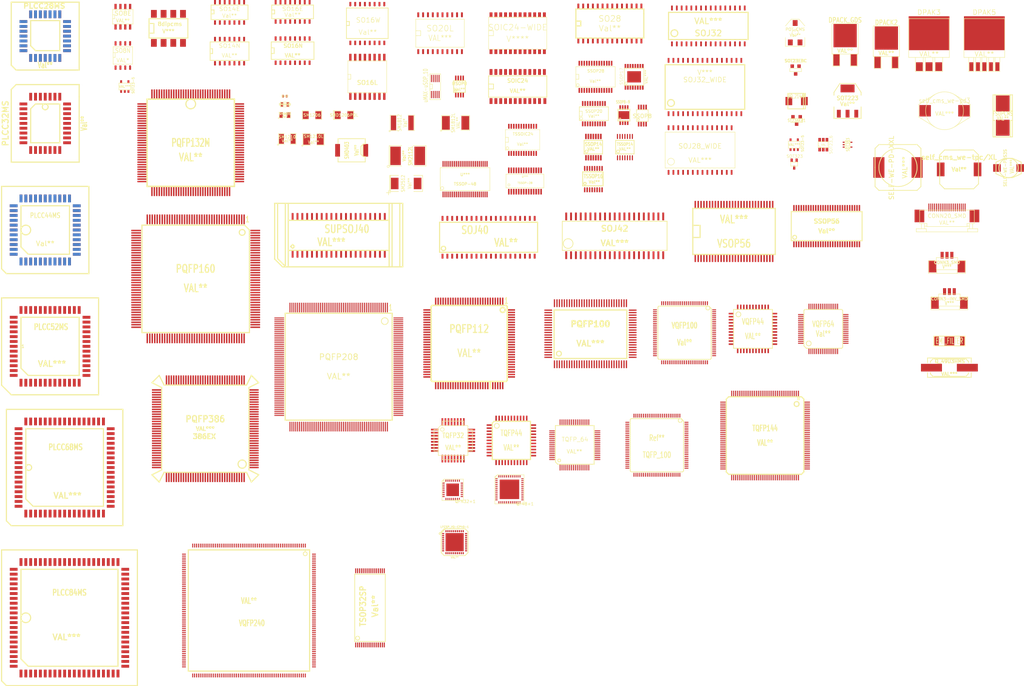
<source format=kicad_pcb>
(kicad_pcb (version 3) (host pcbnew "(2013-jul-07)-stable")

  (general
    (links 65)
    (no_connects 65)
    (area 15.595599 12.582597 284.369493 192.938401)
    (thickness 1.6002)
    (drawings 0)
    (tracks 0)
    (zones 0)
    (modules 95)
    (nets 116)
  )

  (page A4)
  (title_block 
    (title "SMD library")
    (company "Kicad pcbnew")
  )

  (layers
    (15 Composant signal)
    (0 Cuivre signal)
    (16 B.Adhes user)
    (17 F.Adhes user)
    (18 B.Paste user)
    (19 F.Paste user)
    (20 B.SilkS user)
    (21 F.SilkS user)
    (22 B.Mask user)
    (23 F.Mask user)
    (24 Dwgs.User user)
    (25 Cmts.User user)
    (26 Eco1.User user)
    (27 Eco2.User user)
    (28 Edge.Cuts user)
  )

  (setup
    (last_trace_width 0.19812)
    (trace_clearance 0.254)
    (zone_clearance 0)
    (zone_45_only no)
    (trace_min 0.19812)
    (segment_width 0.381)
    (edge_width 0.381)
    (via_size 0.635)
    (via_drill 0.635)
    (via_min_size 0.635)
    (via_min_drill 0.508)
    (uvia_size 0.50292)
    (uvia_drill 0.127)
    (uvias_allowed no)
    (uvia_min_size 0.50292)
    (uvia_min_drill 0.127)
    (pcb_text_width 0.3048)
    (pcb_text_size 1.524 2.032)
    (mod_edge_width 0.381)
    (mod_text_size 1.524 1.524)
    (mod_text_width 0.3048)
    (pad_size 1.524 1.524)
    (pad_drill 0.8128)
    (pad_to_mask_clearance 0.254)
    (aux_axis_origin 0 0)
    (visible_elements 7FFFFFFF)
    (pcbplotparams
      (layerselection 2097152)
      (usegerberextensions true)
      (excludeedgelayer true)
      (linewidth 0.150000)
      (plotframeref false)
      (viasonmask false)
      (mode 1)
      (useauxorigin false)
      (hpglpennumber 1)
      (hpglpenspeed 20)
      (hpglpendiameter 15)
      (hpglpenoverlay 0)
      (psnegative false)
      (psa4output false)
      (plotreference true)
      (plotvalue true)
      (plotothertext true)
      (plotinvisibletext false)
      (padsonsilk true)
      (subtractmaskfromsilk false)
      (outputformat 1)
      (mirror false)
      (drillshape 1)
      (scaleselection 1)
      (outputdirectory ""))
  )

  (net 0 "")
  (net 1 +2.5CAN3_1)
  (net 2 +2.5CAN4_1)
  (net 3 +2.5CAN5_1)
  (net 4 +3.3V)
  (net 5 +5V)
  (net 6 +5VA)
  (net 7 -8VIN_1)
  (net 8 -8V_2)
  (net 9 /CSram_1)
  (net 10 /OE_1)
  (net 11 /WE_1)
  (net 12 20)
  (net 13 A0_1)
  (net 14 A1_1)
  (net 15 A2_1)
  (net 16 A3_1)
  (net 17 A4_1)
  (net 18 A5_1)
  (net 19 A6_1)
  (net 20 A7_1)
  (net 21 A8_1)
  (net 22 A9_1)
  (net 23 CAN3_IN_D+_1)
  (net 24 CAN3_IN_D-_1)
  (net 25 CAN3_IN_G+_1)
  (net 26 CAN3_IN_G-_1)
  (net 27 CAN4_IN_D-_1)
  (net 28 CAN4_IN_G+_1)
  (net 29 CAN4_IN_G-_1)
  (net 30 CAN5_IN_G+_1)
  (net 31 CAN5_IN_G-_1)
  (net 32 D0_1)
  (net 33 D1_1)
  (net 34 D2_1)
  (net 35 D3_1)
  (net 36 D4_1)
  (net 37 D5_1)
  (net 38 D6_1)
  (net 39 D7_1)
  (net 40 GND)
  (net 41 INPUTA_6)
  (net 42 LCAS#2_1)
  (net 43 LOW_GAIN_2_1)
  (net 44 LOW_GAIN_3_1)
  (net 45 LOW_GAIN_4_1)
  (net 46 LOW_GAIN_5_1)
  (net 47 LOW_GAIN_9)
  (net 48 N-000001)
  (net 49 N-000007)
  (net 50 N-000008)
  (net 51 N-000009)
  (net 52 N-000013)
  (net 53 N-000014)
  (net 54 N-000015)
  (net 55 N-000016)
  (net 56 N-000017)
  (net 57 N-000018)
  (net 58 N-000019)
  (net 59 N-000033)
  (net 60 N-000034)
  (net 61 N-000035)
  (net 62 N-000036)
  (net 63 N-000044)
  (net 64 N-000047)
  (net 65 N-000048)
  (net 66 N-000052)
  (net 67 N-000053)
  (net 68 N-000054)
  (net 69 N-000055)
  (net 70 N-000089)
  (net 71 N-000090)
  (net 72 N-000091)
  (net 73 N-000092)
  (net 74 N-000093)
  (net 75 N-000094)
  (net 76 N-000095)
  (net 77 N-000096)
  (net 78 N-000098)
  (net 79 N-000099)
  (net 80 N-000100)
  (net 81 N-000101)
  (net 82 N-000102)
  (net 83 N-000103)
  (net 84 N-000104)
  (net 85 N-000145)
  (net 86 N-000146)
  (net 87 OE#2_1)
  (net 88 RAS#2_1)
  (net 89 RIGH_IN+_10)
  (net 90 RIGH_IN-_10)
  (net 91 SCL-ANA_1)
  (net 92 SCL_6)
  (net 93 SDA1-ANA_1)
  (net 94 SDA_6)
  (net 95 TO_CAD+_8)
  (net 96 UCAS#2_1)
  (net 97 VCC)
  (net 98 WE#2_1)
  (net 99 X_DQ0_1)
  (net 100 X_DQ10_1)
  (net 101 X_DQ11_1)
  (net 102 X_DQ12_1)
  (net 103 X_DQ13_1)
  (net 104 X_DQ14_1)
  (net 105 X_DQ15_1)
  (net 106 X_DQ1_1)
  (net 107 X_DQ2_1)
  (net 108 X_DQ3_1)
  (net 109 X_DQ4_1)
  (net 110 X_DQ5_1)
  (net 111 X_DQ6_1)
  (net 112 X_DQ7_1)
  (net 113 X_DQ8_1)
  (net 114 X_DQ9_1)
  (net 115 pp)

  (net_class Default ""
    (clearance 0.254)
    (trace_width 0.19812)
    (via_dia 0.635)
    (via_drill 0.635)
    (uvia_dia 0.50292)
    (uvia_drill 0.127)
    (add_net "")
    (add_net +2.5CAN3_1)
    (add_net +2.5CAN4_1)
    (add_net +2.5CAN5_1)
    (add_net +3.3V)
    (add_net +5V)
    (add_net +5VA)
    (add_net -8VIN_1)
    (add_net -8V_2)
    (add_net /CSram_1)
    (add_net /OE_1)
    (add_net /WE_1)
    (add_net 20)
    (add_net A0_1)
    (add_net A1_1)
    (add_net A2_1)
    (add_net A3_1)
    (add_net A4_1)
    (add_net A5_1)
    (add_net A6_1)
    (add_net A7_1)
    (add_net A8_1)
    (add_net A9_1)
    (add_net CAN3_IN_D+_1)
    (add_net CAN3_IN_D-_1)
    (add_net CAN3_IN_G+_1)
    (add_net CAN3_IN_G-_1)
    (add_net CAN4_IN_D-_1)
    (add_net CAN4_IN_G+_1)
    (add_net CAN4_IN_G-_1)
    (add_net CAN5_IN_G+_1)
    (add_net CAN5_IN_G-_1)
    (add_net D0_1)
    (add_net D1_1)
    (add_net D2_1)
    (add_net D3_1)
    (add_net D4_1)
    (add_net D5_1)
    (add_net D6_1)
    (add_net D7_1)
    (add_net GND)
    (add_net INPUTA_6)
    (add_net LCAS#2_1)
    (add_net LOW_GAIN_2_1)
    (add_net LOW_GAIN_3_1)
    (add_net LOW_GAIN_4_1)
    (add_net LOW_GAIN_5_1)
    (add_net LOW_GAIN_9)
    (add_net N-000001)
    (add_net N-000007)
    (add_net N-000008)
    (add_net N-000009)
    (add_net N-000013)
    (add_net N-000014)
    (add_net N-000015)
    (add_net N-000016)
    (add_net N-000017)
    (add_net N-000018)
    (add_net N-000019)
    (add_net N-000033)
    (add_net N-000034)
    (add_net N-000035)
    (add_net N-000036)
    (add_net N-000044)
    (add_net N-000047)
    (add_net N-000048)
    (add_net N-000052)
    (add_net N-000053)
    (add_net N-000054)
    (add_net N-000055)
    (add_net N-000089)
    (add_net N-000090)
    (add_net N-000091)
    (add_net N-000092)
    (add_net N-000093)
    (add_net N-000094)
    (add_net N-000095)
    (add_net N-000096)
    (add_net N-000098)
    (add_net N-000099)
    (add_net N-000100)
    (add_net N-000101)
    (add_net N-000102)
    (add_net N-000103)
    (add_net N-000104)
    (add_net N-000145)
    (add_net N-000146)
    (add_net OE#2_1)
    (add_net RAS#2_1)
    (add_net RIGH_IN+_10)
    (add_net RIGH_IN-_10)
    (add_net SCL-ANA_1)
    (add_net SCL_6)
    (add_net SDA1-ANA_1)
    (add_net SDA_6)
    (add_net TO_CAD+_8)
    (add_net UCAS#2_1)
    (add_net VCC)
    (add_net WE#2_1)
    (add_net X_DQ0_1)
    (add_net X_DQ10_1)
    (add_net X_DQ11_1)
    (add_net X_DQ12_1)
    (add_net X_DQ13_1)
    (add_net X_DQ14_1)
    (add_net X_DQ15_1)
    (add_net X_DQ1_1)
    (add_net X_DQ2_1)
    (add_net X_DQ3_1)
    (add_net X_DQ4_1)
    (add_net X_DQ5_1)
    (add_net X_DQ6_1)
    (add_net X_DQ7_1)
    (add_net X_DQ8_1)
    (add_net X_DQ9_1)
    (add_net pp)
  )

  (module MSOP8 (layer Composant) (tedit 45126B85) (tstamp 45251064)
    (at 135.89 35.56)
    (descr "MSOP8. 8pins pitch 0.635mm")
    (path MSOP8)
    (attr smd)
    (fp_text reference MSOP8 (at 0 -0.762) (layer F.SilkS)
      (effects (font (size 0.762 0.762) (thickness 0.1524)))
    )
    (fp_text value Val** (at 0 0.762) (layer F.SilkS)
      (effects (font (size 0.762 0.762) (thickness 0.1524)))
    )
    (fp_circle (center -1.016 1.016) (end -1.016 0.762) (layer F.SilkS) (width 0.2032))
    (fp_line (start 1.524 1.524) (end -1.524 1.524) (layer F.SilkS) (width 0.2032))
    (fp_line (start -1.524 1.524) (end -1.524 -1.524) (layer F.SilkS) (width 0.2032))
    (fp_line (start -1.524 -1.524) (end 1.524 -1.524) (layer F.SilkS) (width 0.2032))
    (fp_line (start 1.524 -1.524) (end 1.524 1.524) (layer F.SilkS) (width 0.2032))
    (pad 1 smd rect (at -0.9779 2.2225) (size 0.4064 1.27)
      (layers Composant F.Paste F.Mask)
    )
    (pad 2 smd rect (at -0.3302 2.2225) (size 0.4064 1.27)
      (layers Composant F.Paste F.Mask)
    )
    (pad 3 smd rect (at 0.3302 2.2225) (size 0.4064 1.27)
      (layers Composant F.Paste F.Mask)
    )
    (pad 4 smd rect (at 0.9779 2.2225) (size 0.4064 1.27)
      (layers Composant F.Paste F.Mask)
    )
    (pad 5 smd rect (at 0.9779 -2.2225) (size 0.4064 1.27)
      (layers Composant F.Paste F.Mask)
    )
    (pad 6 smd rect (at 0.3302 -2.2225) (size 0.4064 1.27)
      (layers Composant F.Paste F.Mask)
    )
    (pad 7 smd rect (at -0.3302 -2.2225) (size 0.4064 1.27)
      (layers Composant F.Paste F.Mask)
    )
    (pad 8 smd rect (at -0.9779 -2.2225) (size 0.4064 1.27)
      (layers Composant F.Paste F.Mask)
    )
    (model smd/cms_so8.wrl
      (at (xyz 0 0 0))
      (scale (xyz 0.25 0.25 0.25))
      (rotate (xyz 0 0 0))
    )
  )

  (module DO_214AA (layer Composant) (tedit 3E15766C) (tstamp 4525128C)
    (at 224.155 39.37)
    (path DO_214AA)
    (attr smd)
    (fp_text reference DO_214AA (at 0 -1.26746) (layer F.SilkS)
      (effects (font (size 1.016 0.635) (thickness 0.127)))
    )
    (fp_text value Val** (at 0 1.27) (layer F.SilkS) hide
      (effects (font (size 1.016 0.635) (thickness 0.127)))
    )
    (fp_line (start 1.778 -2.032) (end 1.778 2.032) (layer F.SilkS) (width 0.2032))
    (fp_line (start 2.286 -2.032) (end 2.286 2.032) (layer F.SilkS) (width 0.2032))
    (fp_line (start -2.286 2.032) (end -2.286 -2.032) (layer F.SilkS) (width 0.2032))
    (fp_line (start 2.286 2.032) (end -2.286 2.032) (layer F.SilkS) (width 0.2032))
    (fp_line (start -2.286 -2.032) (end 2.286 -2.032) (layer F.SilkS) (width 0.2032))
    (pad 1 smd rect (at -2.032 0) (size 1.778 2.159)
      (layers Composant F.Paste F.Mask)
    )
    (pad 2 smd rect (at 2.032 0) (size 1.778 2.159)
      (layers Composant F.Paste F.Mask)
    )
    (model smd/chip_smd_pol_wide.wrl
      (at (xyz 0 0 0))
      (scale (xyz 0.22 0.3 0.3))
      (rotate (xyz 0 0 0))
    )
  )

  (module SOT353 (layer Composant) (tedit 503FB44B) (tstamp 48A970C6)
    (at 237.49 50.8)
    (descr SOT353)
    (path SOT353)
    (attr smd)
    (fp_text reference SOT353 (at 0.09906 0 90) (layer F.SilkS)
      (effects (font (size 0.762 0.635) (thickness 0.127)))
    )
    (fp_text value Val** (at 0.09906 0 90) (layer F.SilkS) hide
      (effects (font (size 0.762 0.635) (thickness 0.127)))
    )
    (fp_line (start 0.635 1.016) (end 0.635 -1.016) (layer F.SilkS) (width 0.1524))
    (fp_line (start 0.635 -1.016) (end -0.635 -1.016) (layer F.SilkS) (width 0.1524))
    (fp_line (start -0.635 -1.016) (end -0.635 1.016) (layer F.SilkS) (width 0.1524))
    (fp_line (start -0.635 1.016) (end 0.635 1.016) (layer F.SilkS) (width 0.1524))
    (pad 1 smd rect (at -1.016 -0.635) (size 0.508 0.3048)
      (layers Composant F.Paste F.Mask)
    )
    (pad 3 smd rect (at -1.016 0.635) (size 0.508 0.3048)
      (layers Composant F.Paste F.Mask)
    )
    (pad 5 smd rect (at 1.016 -0.635) (size 0.508 0.3048)
      (layers Composant F.Paste F.Mask)
    )
    (pad 2 smd rect (at -1.016 0) (size 0.508 0.3048)
      (layers Composant F.Paste F.Mask)
    )
    (pad 4 smd rect (at 1.016 0.635) (size 0.508 0.3048)
      (layers Composant F.Paste F.Mask)
    )
    (model smd/SOT23_5.wrl
      (at (xyz 0 0 0))
      (scale (xyz 0.07000000000000001 0.09 0.08))
      (rotate (xyz 0 0 90))
    )
  )

  (module SOT23_6 (layer Composant) (tedit 4ECF791C) (tstamp 48A970B9)
    (at 231.14 50.8)
    (path SOT23_6)
    (fp_text reference SOT23_6 (at 1.99898 0 90) (layer F.SilkS)
      (effects (font (size 0.762 0.762) (thickness 0.0762)))
    )
    (fp_text value VAL (at 0.0635 0) (layer F.SilkS)
      (effects (font (size 0.50038 0.50038) (thickness 0.0762)))
    )
    (fp_line (start -0.508 0.762) (end -1.27 0.254) (layer F.SilkS) (width 0.127))
    (fp_line (start 1.27 0.762) (end -1.3335 0.762) (layer F.SilkS) (width 0.127))
    (fp_line (start -1.3335 0.762) (end -1.3335 -0.762) (layer F.SilkS) (width 0.127))
    (fp_line (start -1.3335 -0.762) (end 1.27 -0.762) (layer F.SilkS) (width 0.127))
    (fp_line (start 1.27 -0.762) (end 1.27 0.762) (layer F.SilkS) (width 0.127))
    (pad 6 smd rect (at -0.9525 -1.27) (size 0.70104 1.00076)
      (layers Composant F.Paste F.Mask)
    )
    (pad 5 smd rect (at 0 -1.27) (size 0.70104 1.00076)
      (layers Composant F.Paste F.Mask)
    )
    (pad 4 smd rect (at 0.9525 -1.27) (size 0.70104 1.00076)
      (layers Composant F.Paste F.Mask)
    )
    (pad 3 smd rect (at 0.9525 1.27) (size 0.70104 1.00076)
      (layers Composant F.Paste F.Mask)
    )
    (pad 2 smd rect (at 0 1.27) (size 0.70104 1.00076)
      (layers Composant F.Paste F.Mask)
    )
    (pad 1 smd rect (at -0.9525 1.27) (size 0.70104 1.00076)
      (layers Composant F.Paste F.Mask)
    )
    (model smd/SOT23_6.wrl
      (at (xyz 0 0 0))
      (scale (xyz 0.11 0.11 0.11))
      (rotate (xyz 0 0 0))
    )
  )

  (module TSSOP14 (layer Composant) (tedit 4E43F187) (tstamp 4E43F1C4)
    (at 179.197 51.435)
    (path TSSOP14)
    (attr smd)
    (fp_text reference TSSOP14 (at 0 -0.762) (layer F.SilkS)
      (effects (font (size 0.762 0.635) (thickness 0.16002)))
    )
    (fp_text value VAL** (at 0 0.508) (layer F.SilkS)
      (effects (font (size 0.762 0.762) (thickness 0.16002)))
    )
    (fp_line (start -2.413 -1.778) (end 2.413 -1.778) (layer F.SilkS) (width 0.2032))
    (fp_line (start 2.413 -1.778) (end 2.413 1.778) (layer F.SilkS) (width 0.2032))
    (fp_line (start 2.413 1.778) (end -2.413 1.778) (layer F.SilkS) (width 0.2032))
    (fp_line (start -2.413 1.778) (end -2.413 -1.778) (layer F.SilkS) (width 0.2032))
    (fp_circle (center -1.778 1.143) (end -2.159 1.143) (layer F.SilkS) (width 0.2032))
    (pad 1 smd rect (at -1.9304 2.794) (size 0.29972 1.30048)
      (layers Composant F.Paste F.Mask)
    )
    (pad 2 smd rect (at -1.2954 2.794) (size 0.29972 1.30048)
      (layers Composant F.Paste F.Mask)
    )
    (pad 3 smd rect (at -0.635 2.794) (size 0.29972 1.30048)
      (layers Composant F.Paste F.Mask)
    )
    (pad 4 smd rect (at 0 2.794) (size 0.29972 1.30048)
      (layers Composant F.Paste F.Mask)
    )
    (pad 5 smd rect (at 0.6604 2.794) (size 0.29972 1.30048)
      (layers Composant F.Paste F.Mask)
    )
    (pad 6 smd rect (at 1.3081 2.794) (size 0.29972 1.30048)
      (layers Composant F.Paste F.Mask)
    )
    (pad 7 smd rect (at 1.9558 2.794) (size 0.29972 1.30048)
      (layers Composant F.Paste F.Mask)
    )
    (pad 8 smd rect (at 1.9558 -2.794) (size 0.29972 1.30048)
      (layers Composant F.Paste F.Mask)
    )
    (pad 9 smd rect (at 1.3081 -2.794) (size 0.29972 1.30048)
      (layers Composant F.Paste F.Mask)
    )
    (pad 10 smd rect (at 0.6604 -2.794) (size 0.29972 1.30048)
      (layers Composant F.Paste F.Mask)
    )
    (pad 11 smd rect (at 0 -2.794) (size 0.29972 1.30048)
      (layers Composant F.Paste F.Mask)
    )
    (pad 12 smd rect (at -0.6477 -2.794) (size 0.29972 1.30048)
      (layers Composant F.Paste F.Mask)
    )
    (pad 13 smd rect (at -1.2954 -2.794) (size 0.29972 1.30048)
      (layers Composant F.Paste F.Mask)
    )
    (pad 14 smd rect (at -1.9431 -2.794) (size 0.29972 1.30048)
      (layers Composant F.Paste F.Mask)
    )
    (model smd\smd_dil\tssop-14.wrl
      (at (xyz 0 0 0))
      (scale (xyz 1 1 1))
      (rotate (xyz 0 0 0))
    )
  )

  (module TSSOP16 (layer Composant) (tedit 4E43E09E) (tstamp 4E43E199)
    (at 170.942 59.817)
    (path SSOP16)
    (attr smd)
    (fp_text reference TSSOP16 (at 0 -0.7493) (layer F.SilkS)
      (effects (font (size 1.016 0.762) (thickness 0.1905)))
    )
    (fp_text value Val** (at 0.24892 0.7493) (layer F.SilkS)
      (effects (font (size 0.762 0.762) (thickness 0.1905)))
    )
    (fp_line (start -2.794 -1.905) (end 2.54 -1.905) (layer F.SilkS) (width 0.254))
    (fp_line (start 2.54 -1.905) (end 2.54 1.778) (layer F.SilkS) (width 0.254))
    (fp_line (start 2.54 1.778) (end -2.794 1.778) (layer F.SilkS) (width 0.254))
    (fp_line (start -2.794 1.778) (end -2.794 -1.905) (layer F.SilkS) (width 0.254))
    (fp_circle (center -2.20218 1.15824) (end -2.40538 1.41224) (layer F.SilkS) (width 0.254))
    (pad 1 smd rect (at -2.27584 2.79908) (size 0.381 1.27)
      (layers Composant F.Paste F.Mask)
    )
    (pad 2 smd rect (at -1.6256 2.79908) (size 0.381 1.27)
      (layers Composant F.Paste F.Mask)
    )
    (pad 3 smd rect (at -0.97536 2.79908) (size 0.381 1.27)
      (layers Composant F.Paste F.Mask)
    )
    (pad 4 smd rect (at -0.32512 2.79908) (size 0.381 1.27)
      (layers Composant F.Paste F.Mask)
    )
    (pad 5 smd rect (at 0.32512 2.79908) (size 0.381 1.27)
      (layers Composant F.Paste F.Mask)
    )
    (pad 6 smd rect (at 0.97536 2.79908) (size 0.381 1.27)
      (layers Composant F.Paste F.Mask)
    )
    (pad 7 smd rect (at 1.6256 2.79908) (size 0.381 1.27)
      (layers Composant F.Paste F.Mask)
    )
    (pad 8 smd rect (at 2.27584 2.79908) (size 0.381 1.27)
      (layers Composant F.Paste F.Mask)
    )
    (pad 9 smd rect (at 2.27584 -2.79908) (size 0.381 1.27)
      (layers Composant F.Paste F.Mask)
    )
    (pad 10 smd rect (at 1.6256 -2.79908) (size 0.381 1.27)
      (layers Composant F.Paste F.Mask)
    )
    (pad 11 smd rect (at 0.97536 -2.79908) (size 0.381 1.27)
      (layers Composant F.Paste F.Mask)
    )
    (pad 12 smd rect (at 0.32512 -2.79908) (size 0.381 1.27)
      (layers Composant F.Paste F.Mask)
    )
    (pad 13 smd rect (at -0.32512 -2.79908) (size 0.381 1.27)
      (layers Composant F.Paste F.Mask)
    )
    (pad 14 smd rect (at -0.97536 -2.79908) (size 0.381 1.27)
      (layers Composant F.Paste F.Mask)
    )
    (pad 15 smd rect (at -1.6256 -2.79908) (size 0.381 1.27)
      (layers Composant F.Paste F.Mask)
    )
    (pad 16 smd rect (at -2.27584 -2.79908) (size 0.381 1.27)
      (layers Composant F.Paste F.Mask)
    )
    (model smd\smd_dil\tssop-16.wrl
      (at (xyz 0 0 0))
      (scale (xyz 1 1 1))
      (rotate (xyz 0 0 0))
    )
  )

  (module SSOP14 (layer Composant) (tedit 4E43F0D7) (tstamp 4512AF8E)
    (at 170.942 51.435)
    (path SSOP14)
    (attr smd)
    (fp_text reference SSOP14 (at 0 -0.762) (layer F.SilkS)
      (effects (font (size 0.889 0.762) (thickness 0.1905)))
    )
    (fp_text value VAL** (at 0 0.508) (layer F.SilkS)
      (effects (font (size 0.762 0.762) (thickness 0.1905)))
    )
    (fp_line (start -2.413 -1.778) (end 2.413 -1.778) (layer F.SilkS) (width 0.2032))
    (fp_line (start 2.413 -1.778) (end 2.413 1.778) (layer F.SilkS) (width 0.2032))
    (fp_line (start 2.413 1.778) (end -2.413 1.778) (layer F.SilkS) (width 0.2032))
    (fp_line (start -2.413 1.778) (end -2.413 -1.778) (layer F.SilkS) (width 0.2032))
    (fp_circle (center -1.778 1.143) (end -2.159 1.143) (layer F.SilkS) (width 0.2032))
    (pad 1 smd rect (at -1.9304 2.794) (size 0.4318 1.397)
      (layers Composant F.Paste F.Mask)
      (net 6 +5VA)
    )
    (pad 2 smd rect (at -1.2954 2.794) (size 0.4318 1.397)
      (layers Composant F.Paste F.Mask)
    )
    (pad 3 smd rect (at -0.635 2.794) (size 0.4318 1.397)
      (layers Composant F.Paste F.Mask)
      (net 40 GND)
    )
    (pad 4 smd rect (at 0 2.794) (size 0.4318 1.397)
      (layers Composant F.Paste F.Mask)
      (net 92 SCL_6)
    )
    (pad 5 smd rect (at 0.6604 2.794) (size 0.4318 1.397)
      (layers Composant F.Paste F.Mask)
      (net 97 VCC)
    )
    (pad 6 smd rect (at 1.3081 2.794) (size 0.4318 1.397)
      (layers Composant F.Paste F.Mask)
      (net 94 SDA_6)
    )
    (pad 7 smd rect (at 1.9558 2.794) (size 0.4318 1.397)
      (layers Composant F.Paste F.Mask)
      (net 40 GND)
    )
    (pad 8 smd rect (at 1.9558 -2.794) (size 0.4318 1.397)
      (layers Composant F.Paste F.Mask)
    )
    (pad 9 smd rect (at 1.3081 -2.794) (size 0.4318 1.397)
      (layers Composant F.Paste F.Mask)
      (net 97 VCC)
    )
    (pad 10 smd rect (at 0.6604 -2.794) (size 0.4318 1.397)
      (layers Composant F.Paste F.Mask)
    )
    (pad 11 smd rect (at 0 -2.794) (size 0.4318 1.397)
      (layers Composant F.Paste F.Mask)
      (net 86 N-000146)
    )
    (pad 12 smd rect (at -0.6477 -2.794) (size 0.4318 1.397)
      (layers Composant F.Paste F.Mask)
      (net 41 INPUTA_6)
    )
    (pad 13 smd rect (at -1.2954 -2.794) (size 0.4318 1.397)
      (layers Composant F.Paste F.Mask)
      (net 85 N-000145)
    )
    (pad 14 smd rect (at -1.9431 -2.794) (size 0.4318 1.397)
      (layers Composant F.Paste F.Mask)
      (net 97 VCC)
    )
    (model smd/cms_so14.wrl
      (at (xyz 0 0 0))
      (scale (xyz 0.25 0.35 0.25))
      (rotate (xyz 0 0 0))
    )
  )

  (module LFCSP_VQ-CP40-1 (layer Composant) (tedit 50B73BA3) (tstamp 4E43B0DA)
    (at 134.62 154.94)
    (path LFCSP_VQ-CP40-1)
    (attr smd)
    (fp_text reference LFCSP_VQ-CP40-1 (at 0 -4.0005) (layer F.SilkS)
      (effects (font (size 0.508 0.508) (thickness 0.127)))
    )
    (fp_text value VAL** (at 0 4.0005) (layer F.SilkS)
      (effects (font (size 0.508 0.508) (thickness 0.127)))
    )
    (fp_line (start -3.50012 -2.4003) (end -2.4003 -3.50012) (layer F.SilkS) (width 0.20066))
    (fp_line (start -3.50012 2.75082) (end -3.50012 -2.75082) (layer F.SilkS) (width 0.20066))
    (fp_circle (center -3.79984 -2.25044) (end -4.0513 -2.25044) (layer F.SilkS) (width 0.20066))
    (fp_line (start 2.75082 3.50012) (end -2.75082 3.50012) (layer F.SilkS) (width 0.20066))
    (fp_line (start -2.75082 3.50012) (end -3.50012 2.75082) (layer F.SilkS) (width 0.20066))
    (fp_line (start -2.75082 -3.50012) (end 2.75082 -3.50012) (layer F.SilkS) (width 0.20066))
    (fp_line (start -3.50012 -2.75082) (end -2.75082 -3.50012) (layer F.SilkS) (width 0.20066))
    (fp_line (start 2.75082 3.50012) (end 3.50012 2.75082) (layer F.SilkS) (width 0.20066))
    (fp_line (start 2.75082 -3.50012) (end 3.50012 -2.75082) (layer F.SilkS) (width 0.20066))
    (fp_line (start 3.50012 -2.75082) (end 3.50012 2.75082) (layer F.SilkS) (width 0.20066))
    (pad 31 smd rect (at 2.25044 -2.87528) (size 0.29972 0.55118)
      (layers Composant F.Paste F.Mask)
    )
    (pad 32 smd rect (at 1.75006 -2.87528) (size 0.29972 0.55118)
      (layers Composant F.Paste F.Mask)
    )
    (pad 33 smd rect (at 1.24968 -2.87528) (size 0.29972 0.55118)
      (layers Composant F.Paste F.Mask)
    )
    (pad 34 smd rect (at 0.7493 -2.87528) (size 0.29972 0.55118)
      (layers Composant F.Paste F.Mask)
    )
    (pad 35 smd rect (at 0.25146 -2.87528) (size 0.29972 0.55118)
      (layers Composant F.Paste F.Mask)
    )
    (pad 36 smd rect (at -0.24892 -2.87528) (size 0.29972 0.55118)
      (layers Composant F.Paste F.Mask)
    )
    (pad 37 smd rect (at -0.7493 -2.87528) (size 0.29972 0.55118)
      (layers Composant F.Paste F.Mask)
    )
    (pad 38 smd rect (at -1.24968 -2.87528) (size 0.29972 0.55118)
      (layers Composant F.Paste F.Mask)
    )
    (pad 39 smd rect (at -1.75006 -2.87528) (size 0.29972 0.55118)
      (layers Composant F.Paste F.Mask)
    )
    (pad 40 smd rect (at -2.25044 -2.87528) (size 0.29972 0.55118)
      (layers Composant F.Paste F.Mask)
    )
    (pad 1 smd rect (at -2.99974 -2.25044 270) (size 0.29972 0.55118)
      (layers Composant F.Paste F.Mask)
    )
    (pad 2 smd rect (at -2.99974 -1.75006 270) (size 0.29972 0.55118)
      (layers Composant F.Paste F.Mask)
    )
    (pad 3 smd rect (at -2.99974 -1.24968 270) (size 0.29972 0.55118)
      (layers Composant F.Paste F.Mask)
    )
    (pad 4 smd rect (at -2.99974 -0.7493 270) (size 0.29972 0.55118)
      (layers Composant F.Paste F.Mask)
    )
    (pad 5 smd rect (at -2.99974 -0.24892 270) (size 0.29972 0.55118)
      (layers Composant F.Paste F.Mask)
    )
    (pad 6 smd rect (at -2.99974 0.24892 270) (size 0.29972 0.55118)
      (layers Composant F.Paste F.Mask)
    )
    (pad 7 smd rect (at -2.99974 0.7493 270) (size 0.29972 0.55118)
      (layers Composant F.Paste F.Mask)
    )
    (pad 8 smd rect (at -2.99974 1.24968 270) (size 0.29972 0.55118)
      (layers Composant F.Paste F.Mask)
    )
    (pad 9 smd rect (at -2.99974 1.75006 270) (size 0.29972 0.55118)
      (layers Composant F.Paste F.Mask)
    )
    (pad 10 smd rect (at -2.99974 2.25044 270) (size 0.29972 0.55118)
      (layers Composant F.Paste F.Mask)
    )
    (pad 11 smd rect (at -2.25044 2.87528) (size 0.29972 0.55118)
      (layers Composant F.Paste F.Mask)
    )
    (pad 12 smd rect (at -1.75006 2.87528) (size 0.29972 0.55118)
      (layers Composant F.Paste F.Mask)
    )
    (pad 13 smd rect (at -1.24968 2.87528) (size 0.29972 0.55118)
      (layers Composant F.Paste F.Mask)
    )
    (pad 14 smd rect (at -0.7493 2.87528) (size 0.29972 0.55118)
      (layers Composant F.Paste F.Mask)
    )
    (pad 15 smd rect (at -0.24892 2.87528) (size 0.29972 0.55118)
      (layers Composant F.Paste F.Mask)
    )
    (pad 16 smd rect (at 0.24892 2.87528) (size 0.29972 0.55118)
      (layers Composant F.Paste F.Mask)
    )
    (pad 17 smd rect (at 0.7493 2.87528) (size 0.29972 0.55118)
      (layers Composant F.Paste F.Mask)
    )
    (pad 18 smd rect (at 1.24968 2.87528) (size 0.29972 0.55118)
      (layers Composant F.Paste F.Mask)
    )
    (pad 19 smd rect (at 1.75006 2.87528) (size 0.29972 0.55118)
      (layers Composant F.Paste F.Mask)
    )
    (pad 20 smd rect (at 2.25044 2.87528) (size 0.29972 0.55118)
      (layers Composant F.Paste F.Mask)
    )
    (pad 21 smd rect (at 2.99974 2.25044 270) (size 0.29972 0.55118)
      (layers Composant F.Paste F.Mask)
    )
    (pad 22 smd rect (at 2.99974 1.75006 270) (size 0.29972 0.55118)
      (layers Composant F.Paste F.Mask)
    )
    (pad 23 smd rect (at 2.99974 1.24968 270) (size 0.29972 0.55118)
      (layers Composant F.Paste F.Mask)
    )
    (pad 24 smd rect (at 2.99974 0.7493 270) (size 0.29972 0.55118)
      (layers Composant F.Paste F.Mask)
    )
    (pad 25 smd rect (at 2.99974 0.24892 270) (size 0.29972 0.55118)
      (layers Composant F.Paste F.Mask)
    )
    (pad 26 smd rect (at 2.99974 -0.24892 270) (size 0.29972 0.55118)
      (layers Composant F.Paste F.Mask)
    )
    (pad 27 smd rect (at 2.99974 -0.7493 270) (size 0.29972 0.55118)
      (layers Composant F.Paste F.Mask)
    )
    (pad 28 smd rect (at 2.99974 -1.24968 270) (size 0.29972 0.55118)
      (layers Composant F.Paste F.Mask)
    )
    (pad 29 smd rect (at 2.99974 -1.75006 270) (size 0.29972 0.55118)
      (layers Composant F.Paste F.Mask)
    )
    (pad 30 smd rect (at 2.99974 -2.25044 270) (size 0.29972 0.55118)
      (layers Composant F.Paste F.Mask)
    )
    (pad 41 smd rect (at 0 0) (size 4.7498 4.7498)
      (layers Composant F.Paste F.Mask)
    )
    (model smd\qfn\qfn40.wrl
      (at (xyz 0 0 0))
      (scale (xyz 0.178 0.178 0.178))
      (rotate (xyz 0 0 0))
    )
  )

  (module SM0402 (layer Composant) (tedit 50A4E0BA) (tstamp 4E43A46A)
    (at 90.17 38.1)
    (path SM0402)
    (attr smd)
    (fp_text reference SM0402 (at 0 0) (layer F.SilkS)
      (effects (font (size 0.35052 0.3048) (thickness 0.07112)))
    )
    (fp_text value VAL** (at 0.09906 0) (layer F.SilkS) hide
      (effects (font (size 0.35052 0.3048) (thickness 0.07112)))
    )
    (fp_line (start -0.254 -0.381) (end -0.762 -0.381) (layer F.SilkS) (width 0.07112))
    (fp_line (start -0.762 -0.381) (end -0.762 0.381) (layer F.SilkS) (width 0.07112))
    (fp_line (start -0.762 0.381) (end -0.254 0.381) (layer F.SilkS) (width 0.07112))
    (fp_line (start 0.254 -0.381) (end 0.762 -0.381) (layer F.SilkS) (width 0.07112))
    (fp_line (start 0.762 -0.381) (end 0.762 0.381) (layer F.SilkS) (width 0.07112))
    (fp_line (start 0.762 0.381) (end 0.254 0.381) (layer F.SilkS) (width 0.07112))
    (pad 1 smd rect (at -0.44958 0) (size 0.39878 0.59944)
      (layers Composant F.Paste F.Mask)
    )
    (pad 2 smd rect (at 0.44958 0) (size 0.39878 0.59944)
      (layers Composant F.Paste F.Mask)
    )
    (model smd\chip_cms.wrl
      (at (xyz 0 0 0.002))
      (scale (xyz 0.05 0.05 0.05))
      (rotate (xyz 0 0 0))
    )
  )

  (module Q_49U3HMS (layer Composant) (tedit 4E15E4D5) (tstamp 451B834C)
    (at 264.16 109.22)
    (path Q_49U3HMS)
    (fp_text reference Q_49U3HMS (at 0.127 -1.651) (layer F.SilkS)
      (effects (font (size 0.889 0.889) (thickness 0.2032)))
    )
    (fp_text value VAL*** (at 0 1.651) (layer F.SilkS)
      (effects (font (size 0.889 0.889) (thickness 0.2032)))
    )
    (fp_line (start -4.953 -1.651) (end -4.953 -1.27) (layer F.SilkS) (width 0.2032))
    (fp_line (start -4.953 1.651) (end -4.953 1.27) (layer F.SilkS) (width 0.2032))
    (fp_line (start 4.953 1.651) (end 4.953 1.27) (layer F.SilkS) (width 0.2032))
    (fp_line (start 4.953 -1.651) (end 4.953 -1.27) (layer F.SilkS) (width 0.2032))
    (fp_line (start 5.715 -2.54) (end 5.715 -1.27) (layer F.SilkS) (width 0.2032))
    (fp_line (start 5.715 2.54) (end 5.715 1.27) (layer F.SilkS) (width 0.2032))
    (fp_line (start -5.715 2.54) (end -5.715 1.27) (layer F.SilkS) (width 0.2032))
    (fp_line (start -5.715 -2.54) (end -5.715 -1.27) (layer F.SilkS) (width 0.2032))
    (fp_line (start -4.953 1.651) (end -4.318 2.286) (layer F.SilkS) (width 0.2032))
    (fp_line (start -4.318 2.286) (end 4.318 2.286) (layer F.SilkS) (width 0.2032))
    (fp_line (start 4.318 2.286) (end 4.953 1.651) (layer F.SilkS) (width 0.2032))
    (fp_line (start 4.953 -1.651) (end 4.318 -2.286) (layer F.SilkS) (width 0.2032))
    (fp_line (start 4.318 -2.286) (end -4.318 -2.286) (layer F.SilkS) (width 0.2032))
    (fp_line (start -4.318 -2.286) (end -4.953 -1.651) (layer F.SilkS) (width 0.2032))
    (fp_line (start 5.715 2.54) (end -5.715 2.54) (layer F.SilkS) (width 0.2032))
    (fp_line (start -5.715 -2.54) (end 5.715 -2.54) (layer F.SilkS) (width 0.2032))
    (pad 1 smd rect (at -4.699 0) (size 5.4991 1.99898)
      (layers Composant F.Paste F.Mask)
    )
    (pad 2 smd rect (at 4.699 0) (size 5.4991 1.99898)
      (layers Composant F.Paste F.Mask)
    )
  )

  (module SELF-WE-PD-XXL (layer Composant) (tedit 50912AEB) (tstamp 4E0DE0FA)
    (at 250.698 56.769)
    (descr "SELF- WE-PD-XXL")
    (path /4C076C6F)
    (attr smd)
    (fp_text reference SELF-WE-PD-XXL (at -1.69926 0.09906 90) (layer F.SilkS)
      (effects (font (size 1.19888 1.19888) (thickness 0.20066)))
    )
    (fp_text value VAL*** (at 1.80086 0 90) (layer F.SilkS)
      (effects (font (size 1.19888 1.19888) (thickness 0.20066)))
    )
    (fp_circle (center 0 0) (end 0 -5.00126) (layer F.SilkS) (width 0.2032))
    (fp_line (start -5.99948 0) (end -5.99948 -5.00126) (layer F.SilkS) (width 0.2032))
    (fp_line (start -5.99948 -5.00126) (end -5.00126 -5.99948) (layer F.SilkS) (width 0.2032))
    (fp_line (start -5.00126 -5.99948) (end 5.00126 -5.99948) (layer F.SilkS) (width 0.2032))
    (fp_line (start 5.00126 -5.99948) (end 5.99948 -5.00126) (layer F.SilkS) (width 0.2032))
    (fp_line (start 5.99948 -5.00126) (end 5.99948 5.00126) (layer F.SilkS) (width 0.2032))
    (fp_line (start 5.99948 5.00126) (end 5.00126 5.99948) (layer F.SilkS) (width 0.2032))
    (fp_line (start 5.00126 5.99948) (end -5.00126 5.99948) (layer F.SilkS) (width 0.2032))
    (fp_line (start -5.00126 5.99948) (end -5.99948 5.00126) (layer F.SilkS) (width 0.2032))
    (fp_line (start -5.99948 5.00126) (end -5.99948 0) (layer F.SilkS) (width 0.2032))
    (fp_text user "" (at 0 0) (layer F.SilkS)
      (effects (font (size 1.016 1.016) (thickness 0.254)))
    )
    (fp_text user "" (at 0 0) (layer F.SilkS)
      (effects (font (size 1.016 1.016) (thickness 0.254)))
    )
    (pad 1 smd rect (at -5.00126 0) (size 2.90068 5.40004)
      (layers Composant F.Paste F.Mask)
    )
    (pad 2 smd rect (at 5.00126 0) (size 2.90068 5.40004)
      (layers Composant F.Paste F.Mask)
    )
    (model smd\cms_self.wrl
      (at (xyz 0 0 0))
      (scale (xyz 1 1 1))
      (rotate (xyz 0 0 0))
    )
  )

  (module self_cms_we-tpc/XL (layer Composant) (tedit 4E0DE2C1) (tstamp 4E0DE33F)
    (at 266.7 57.277)
    (descr "SELF WE-PD3L")
    (path self_cms_we-tpc/XL)
    (attr smd)
    (fp_text reference self_cms_we-tpc/XL (at 0 -3.175) (layer F.SilkS)
      (effects (font (size 1.27 1.27) (thickness 0.254)))
    )
    (fp_text value Val** (at 0 0) (layer F.SilkS)
      (effects (font (size 1.016 1.016) (thickness 0.254)))
    )
    (fp_line (start 3.81 -5.08) (end 5.08 -3.81) (layer F.SilkS) (width 0.2032))
    (fp_line (start 5.08 -3.81) (end 5.08 3.81) (layer F.SilkS) (width 0.2032))
    (fp_line (start 5.08 3.81) (end 3.81 5.08) (layer F.SilkS) (width 0.2032))
    (fp_line (start 3.81 5.08) (end -3.81 5.08) (layer F.SilkS) (width 0.2032))
    (fp_line (start -3.81 5.08) (end -5.08 3.81) (layer F.SilkS) (width 0.2032))
    (fp_line (start -5.08 3.81) (end -5.08 -3.81) (layer F.SilkS) (width 0.2032))
    (fp_line (start -5.08 -3.81) (end -3.81 -5.08) (layer F.SilkS) (width 0.2032))
    (fp_line (start -3.81 -5.08) (end 0 -5.08) (layer F.SilkS) (width 0.2032))
    (fp_line (start 0 -5.08) (end 3.81 -5.08) (layer F.SilkS) (width 0.2032))
    (fp_text user "" (at 0 0) (layer F.SilkS)
      (effects (font (size 1.016 1.016) (thickness 0.254)))
    )
    (fp_text user "" (at 0 0) (layer F.SilkS)
      (effects (font (size 1.016 1.016) (thickness 0.254)))
    )
    (pad 1 smd rect (at -4.826 0) (size 1.99898 3.59918)
      (layers Composant F.Paste F.Mask)
    )
    (pad 2 smd rect (at 4.826 0) (size 1.99898 3.59918)
      (layers Composant F.Paste F.Mask)
    )
    (model smd\cms_self.wrl
      (at (xyz 0 0 0))
      (scale (xyz 0.9 0.9 0.9))
      (rotate (xyz 0 0 0))
    )
  )

  (module QFN48+1 (layer Composant) (tedit 4D419085) (tstamp 4D418FE9)
    (at 148.971 141.097)
    (path QFN48+1)
    (attr smd)
    (fp_text reference QF48+1 (at 4.064 3.81) (layer F.SilkS)
      (effects (font (size 0.762 0.762) (thickness 0.127)))
    )
    (fp_text value VAL** (at 4.699 -3.81) (layer F.SilkS) hide
      (effects (font (size 0.762 0.635) (thickness 0.1524)))
    )
    (fp_line (start -2.921 -3.81) (end -3.175 -3.81) (layer F.SilkS) (width 0.127))
    (fp_line (start -3.175 -3.81) (end -3.81 -3.302) (layer F.SilkS) (width 0.127))
    (fp_line (start -3.81 -3.302) (end -3.81 -2.921) (layer F.SilkS) (width 0.127))
    (fp_line (start -2.921 -3.81) (end 3.81 -3.81) (layer F.SilkS) (width 0.127))
    (fp_line (start 3.81 -3.81) (end 3.81 3.81) (layer F.SilkS) (width 0.127))
    (fp_line (start 3.81 3.81) (end -3.81 3.81) (layer F.SilkS) (width 0.127))
    (fp_line (start -3.81 3.81) (end -3.81 -2.921) (layer F.SilkS) (width 0.127))
    (fp_circle (center -3.32994 -3.25882) (end -3.43154 -3.56108) (layer F.SilkS) (width 0.127))
    (pad 1 smd rect (at -3.39852 -2.74828) (size 0.59944 0.24892)
      (layers Composant F.Paste F.Mask)
    )
    (pad 2 smd rect (at -3.39852 -2.2479) (size 0.59944 0.24892)
      (layers Composant F.Paste F.Mask)
    )
    (pad 3 smd rect (at -3.39852 -1.74752) (size 0.59944 0.24892)
      (layers Composant F.Paste F.Mask)
    )
    (pad 4 smd rect (at -3.39852 -1.24714) (size 0.59944 0.24892)
      (layers Composant F.Paste F.Mask)
    )
    (pad 5 smd rect (at -3.39852 -0.7493) (size 0.59944 0.24892)
      (layers Composant F.Paste F.Mask)
    )
    (pad 6 smd rect (at -3.39852 -0.24892) (size 0.59944 0.24892)
      (layers Composant F.Paste F.Mask)
    )
    (pad 7 smd rect (at -3.39852 0.25146) (size 0.59944 0.24892)
      (layers Composant F.Paste F.Mask)
    )
    (pad 8 smd rect (at -3.39852 0.75184) (size 0.59944 0.24892)
      (layers Composant F.Paste F.Mask)
    )
    (pad 9 smd rect (at -3.39852 1.25222) (size 0.59944 0.24892)
      (layers Composant F.Paste F.Mask)
    )
    (pad 10 smd rect (at -3.39852 1.7526) (size 0.59944 0.24892)
      (layers Composant F.Paste F.Mask)
    )
    (pad 11 smd rect (at -3.39852 2.25298) (size 0.59944 0.24892)
      (layers Composant F.Paste F.Mask)
    )
    (pad 12 smd rect (at -3.39852 2.75082) (size 0.59944 0.24892)
      (layers Composant F.Paste F.Mask)
    )
    (pad 33 smd rect (at 3.39852 -1.25222) (size 0.59944 0.24892)
      (layers Composant F.Paste F.Mask)
    )
    (pad 34 smd rect (at 3.39852 -1.75006) (size 0.59944 0.24892)
      (layers Composant F.Paste F.Mask)
    )
    (pad 35 smd rect (at 3.39852 -2.25044) (size 0.59944 0.24892)
      (layers Composant F.Paste F.Mask)
    )
    (pad 36 smd rect (at 3.39852 -2.75082) (size 0.59944 0.24892)
      (layers Composant F.Paste F.Mask)
    )
    (pad 17 smd rect (at -0.7493 3.40106) (size 0.24892 0.59944)
      (layers Composant F.Paste F.Mask)
    )
    (pad 18 smd rect (at -0.25146 3.40106) (size 0.24892 0.59944)
      (layers Composant F.Paste F.Mask)
    )
    (pad 19 smd rect (at 0.24892 3.40106) (size 0.24892 0.59944)
      (layers Composant F.Paste F.Mask)
    )
    (pad 20 smd rect (at 0.7493 3.40106) (size 0.24892 0.59944)
      (layers Composant F.Paste F.Mask)
    )
    (pad 21 smd rect (at 1.24968 3.40106) (size 0.24892 0.59944)
      (layers Composant F.Paste F.Mask)
    )
    (pad 22 smd rect (at 1.75006 3.40106) (size 0.24892 0.59944)
      (layers Composant F.Paste F.Mask)
    )
    (pad 23 smd rect (at 2.25044 3.40106) (size 0.24892 0.59944)
      (layers Composant F.Paste F.Mask)
    )
    (pad 24 smd rect (at 2.75082 3.40106) (size 0.24892 0.59944)
      (layers Composant F.Paste F.Mask)
    )
    (pad 49 smd rect (at 0 0) (size 5.10032 5.10032)
      (layers Composant F.Paste F.Mask)
    )
    (pad 13 smd rect (at -2.74828 3.40106) (size 0.24892 0.59944)
      (layers Composant F.Paste F.Mask)
    )
    (pad 14 smd rect (at -2.2479 3.40106) (size 0.24892 0.59944)
      (layers Composant F.Paste F.Mask)
    )
    (pad 15 smd rect (at -1.74752 3.40106) (size 0.24892 0.59944)
      (layers Composant F.Paste F.Mask)
    )
    (pad 16 smd rect (at -1.24968 3.40106) (size 0.24892 0.59944)
      (layers Composant F.Paste F.Mask)
    )
    (pad 25 smd rect (at 3.39852 2.74828) (size 0.59944 0.24892)
      (layers Composant F.Paste F.Mask)
    )
    (pad 26 smd rect (at 3.40106 2.2479) (size 0.59944 0.24892)
      (layers Composant F.Paste F.Mask)
    )
    (pad 27 smd rect (at 3.40106 1.75006) (size 0.59944 0.24892)
      (layers Composant F.Paste F.Mask)
    )
    (pad 28 smd rect (at 3.40106 1.24968) (size 0.59944 0.24892)
      (layers Composant F.Paste F.Mask)
    )
    (pad 29 smd rect (at 3.40106 0.7493) (size 0.59944 0.24892)
      (layers Composant F.Paste F.Mask)
    )
    (pad 30 smd rect (at 3.40106 0.24892) (size 0.59944 0.24892)
      (layers Composant F.Paste F.Mask)
    )
    (pad 31 smd rect (at 3.40106 -0.25146) (size 0.59944 0.24892)
      (layers Composant F.Paste F.Mask)
    )
    (pad 32 smd rect (at 3.40106 -0.75184) (size 0.59944 0.24892)
      (layers Composant F.Paste F.Mask)
    )
    (pad 37 smd rect (at 2.75082 -3.39852) (size 0.24892 0.59944)
      (layers Composant F.Paste F.Mask)
    )
    (pad 38 smd rect (at 2.25044 -3.39852) (size 0.24892 0.59944)
      (layers Composant F.Paste F.Mask)
    )
    (pad 39 smd rect (at 1.75006 -3.39852) (size 0.24892 0.59944)
      (layers Composant F.Paste F.Mask)
    )
    (pad 40 smd rect (at 1.25222 -3.39852) (size 0.24892 0.59944)
      (layers Composant F.Paste F.Mask)
    )
    (pad 41 smd rect (at 0.75184 -3.39852) (size 0.24892 0.59944)
      (layers Composant F.Paste F.Mask)
    )
    (pad 42 smd rect (at 0.25146 -3.39852) (size 0.24892 0.59944)
      (layers Composant F.Paste F.Mask)
    )
    (pad 43 smd rect (at -0.24892 -3.39852) (size 0.24892 0.59944)
      (layers Composant F.Paste F.Mask)
    )
    (pad 44 smd rect (at -0.7493 -3.39852) (size 0.24892 0.59944)
      (layers Composant F.Paste F.Mask)
    )
    (pad 45 smd rect (at -1.24968 -3.39852) (size 0.24892 0.59944)
      (layers Composant F.Paste F.Mask)
    )
    (pad 46 smd rect (at -1.75006 -3.39852) (size 0.24892 0.59944)
      (layers Composant F.Paste F.Mask)
    )
    (pad 47 smd rect (at -2.2479 -3.39852) (size 0.24892 0.59944)
      (layers Composant F.Paste F.Mask)
    )
    (pad 48 smd rect (at -2.74828 -3.39852) (size 0.24892 0.59944)
      (layers Composant F.Paste F.Mask)
    )
  )

  (module SSOP56 (layer Composant) (tedit 4A65AA16) (tstamp 4A65AA2D)
    (at 232.029 72.136)
    (descr SSOP56)
    (path SSOP56)
    (attr smd)
    (fp_text reference SSOP56 (at 0 -1.27) (layer F.SilkS)
      (effects (font (size 1.143 1.143) (thickness 0.28702)))
    )
    (fp_text value Val** (at 0 1.27) (layer F.SilkS)
      (effects (font (size 1.143 1.143) (thickness 0.28702)))
    )
    (fp_circle (center -8.382 2.921) (end -8.382 2.413) (layer F.SilkS) (width 0.254))
    (fp_line (start -9.271 3.81) (end 9.271 3.81) (layer F.SilkS) (width 0.254))
    (fp_line (start 9.271 3.81) (end 9.271 -3.81) (layer F.SilkS) (width 0.254))
    (fp_line (start 9.271 -3.81) (end -9.271 -3.81) (layer F.SilkS) (width 0.254))
    (fp_line (start -9.271 -3.81) (end -9.271 3.81) (layer F.SilkS) (width 0.254))
    (pad 1 smd rect (at -8.5725 4.7625) (size 0.381 1.524)
      (layers Composant F.Paste F.Mask)
    )
    (pad 2 smd rect (at -7.9375 4.7625) (size 0.381 1.524)
      (layers Composant F.Paste F.Mask)
    )
    (pad 3 smd rect (at -7.3025 4.7625) (size 0.381 1.524)
      (layers Composant F.Paste F.Mask)
    )
    (pad 4 smd rect (at -6.6675 4.7625) (size 0.381 1.524)
      (layers Composant F.Paste F.Mask)
    )
    (pad 5 smd rect (at -6.0325 4.7625) (size 0.381 1.524)
      (layers Composant F.Paste F.Mask)
    )
    (pad 6 smd rect (at -5.3975 4.7625) (size 0.381 1.524)
      (layers Composant F.Paste F.Mask)
    )
    (pad 7 smd rect (at -4.7625 4.7625) (size 0.381 1.524)
      (layers Composant F.Paste F.Mask)
    )
    (pad 8 smd rect (at -4.1275 4.7625) (size 0.381 1.524)
      (layers Composant F.Paste F.Mask)
    )
    (pad 9 smd rect (at -3.4925 4.7625) (size 0.381 1.524)
      (layers Composant F.Paste F.Mask)
    )
    (pad 10 smd rect (at -2.8575 4.7625) (size 0.381 1.524)
      (layers Composant F.Paste F.Mask)
    )
    (pad 11 smd rect (at -2.2225 4.7625) (size 0.381 1.524)
      (layers Composant F.Paste F.Mask)
    )
    (pad 12 smd rect (at -1.5875 4.7625) (size 0.381 1.524)
      (layers Composant F.Paste F.Mask)
    )
    (pad 13 smd rect (at -0.9525 4.7625) (size 0.381 1.524)
      (layers Composant F.Paste F.Mask)
    )
    (pad 14 smd rect (at -0.3175 4.7625) (size 0.381 1.524)
      (layers Composant F.Paste F.Mask)
    )
    (pad 15 smd rect (at 0.3175 4.7625) (size 0.381 1.524)
      (layers Composant F.Paste F.Mask)
    )
    (pad 16 smd rect (at 0.9525 4.7625) (size 0.381 1.524)
      (layers Composant F.Paste F.Mask)
    )
    (pad 17 smd rect (at 1.5875 4.7625) (size 0.381 1.524)
      (layers Composant F.Paste F.Mask)
    )
    (pad 18 smd rect (at 2.2225 4.7625) (size 0.381 1.524)
      (layers Composant F.Paste F.Mask)
    )
    (pad 19 smd rect (at 2.8575 4.7625) (size 0.381 1.524)
      (layers Composant F.Paste F.Mask)
    )
    (pad 20 smd rect (at 3.4925 4.7625) (size 0.381 1.524)
      (layers Composant F.Paste F.Mask)
    )
    (pad 21 smd rect (at 4.1275 4.7625) (size 0.381 1.524)
      (layers Composant F.Paste F.Mask)
    )
    (pad 22 smd rect (at 4.7625 4.7625) (size 0.381 1.524)
      (layers Composant F.Paste F.Mask)
    )
    (pad 23 smd rect (at 5.3975 4.7625) (size 0.381 1.524)
      (layers Composant F.Paste F.Mask)
    )
    (pad 24 smd rect (at 6.0325 4.7625) (size 0.381 1.524)
      (layers Composant F.Paste F.Mask)
    )
    (pad 25 smd rect (at 6.6675 4.7625) (size 0.381 1.524)
      (layers Composant F.Paste F.Mask)
    )
    (pad 26 smd rect (at 7.3025 4.7625) (size 0.381 1.524)
      (layers Composant F.Paste F.Mask)
    )
    (pad 27 smd rect (at 7.9375 4.7625) (size 0.381 1.524)
      (layers Composant F.Paste F.Mask)
    )
    (pad 28 smd rect (at 8.5725 4.7625) (size 0.381 1.524)
      (layers Composant F.Paste F.Mask)
    )
    (pad 42 smd rect (at 0.3175 -4.7625) (size 0.381 1.524)
      (layers Composant F.Paste F.Mask)
    )
    (pad 41 smd rect (at 0.9525 -4.7625) (size 0.381 1.524)
      (layers Composant F.Paste F.Mask)
    )
    (pad 40 smd rect (at 1.5875 -4.7625) (size 0.381 1.524)
      (layers Composant F.Paste F.Mask)
    )
    (pad 39 smd rect (at 2.2225 -4.7625) (size 0.381 1.524)
      (layers Composant F.Paste F.Mask)
    )
    (pad 43 smd rect (at -0.3175 -4.7625) (size 0.381 1.524)
      (layers Composant F.Paste F.Mask)
    )
    (pad 44 smd rect (at -0.9525 -4.7625) (size 0.381 1.524)
      (layers Composant F.Paste F.Mask)
    )
    (pad 45 smd rect (at -1.5875 -4.7625) (size 0.381 1.524)
      (layers Composant F.Paste F.Mask)
    )
    (pad 46 smd rect (at -2.2225 -4.7625) (size 0.381 1.524)
      (layers Composant F.Paste F.Mask)
    )
    (pad 47 smd rect (at -2.8575 -4.7625) (size 0.381 1.524)
      (layers Composant F.Paste F.Mask)
    )
    (pad 48 smd rect (at -3.4925 -4.7625) (size 0.381 1.524)
      (layers Composant F.Paste F.Mask)
    )
    (pad 49 smd rect (at -4.1275 -4.7625) (size 0.381 1.524)
      (layers Composant F.Paste F.Mask)
    )
    (pad 50 smd rect (at -4.7625 -4.7625) (size 0.381 1.524)
      (layers Composant F.Paste F.Mask)
    )
    (pad 51 smd rect (at -5.3975 -4.7625) (size 0.381 1.524)
      (layers Composant F.Paste F.Mask)
    )
    (pad 52 smd rect (at -6.0325 -4.7625) (size 0.381 1.524)
      (layers Composant F.Paste F.Mask)
    )
    (pad 53 smd rect (at -6.6675 -4.7625) (size 0.381 1.524)
      (layers Composant F.Paste F.Mask)
    )
    (pad 38 smd rect (at 2.8575 -4.7625) (size 0.381 1.524)
      (layers Composant F.Paste F.Mask)
    )
    (pad 37 smd rect (at 3.4925 -4.7625) (size 0.381 1.524)
      (layers Composant F.Paste F.Mask)
    )
    (pad 36 smd rect (at 4.1275 -4.7625) (size 0.381 1.524)
      (layers Composant F.Paste F.Mask)
    )
    (pad 35 smd rect (at 4.7625 -4.7625) (size 0.381 1.524)
      (layers Composant F.Paste F.Mask)
    )
    (pad 34 smd rect (at 5.3975 -4.7625) (size 0.381 1.524)
      (layers Composant F.Paste F.Mask)
    )
    (pad 33 smd rect (at 6.0325 -4.7625) (size 0.381 1.524)
      (layers Composant F.Paste F.Mask)
    )
    (pad 32 smd rect (at 6.6675 -4.7625) (size 0.381 1.524)
      (layers Composant F.Paste F.Mask)
    )
    (pad 31 smd rect (at 7.3025 -4.7625) (size 0.381 1.524)
      (layers Composant F.Paste F.Mask)
    )
    (pad 30 smd rect (at 7.9375 -4.7625) (size 0.381 1.524)
      (layers Composant F.Paste F.Mask)
    )
    (pad 29 smd rect (at 8.5725 -4.7625) (size 0.381 1.524)
      (layers Composant F.Paste F.Mask)
    )
    (pad 54 smd rect (at -7.3025 -4.7625) (size 0.381 1.524)
      (layers Composant F.Paste F.Mask)
    )
    (pad 55 smd rect (at -7.9375 -4.7625) (size 0.381 1.524)
      (layers Composant F.Paste F.Mask)
    )
    (pad 56 smd rect (at -8.5725 -4.7625) (size 0.381 1.524)
      (layers Composant F.Paste F.Mask)
    )
  )

  (module SSOP20 (layer Composant) (tedit 48B5A104) (tstamp 48B5A218)
    (at 171.069 42.672)
    (descr "SSOP 20 pins")
    (tags "CMS SSOP SMD")
    (path SSOP20)
    (attr smd)
    (fp_text reference SSOP20 (at 0 -0.635) (layer F.SilkS)
      (effects (font (size 0.762 0.762) (thickness 0.127)))
    )
    (fp_text value Val** (at 0 0.635) (layer F.SilkS)
      (effects (font (size 0.762 0.762) (thickness 0.127)))
    )
    (fp_line (start 3.81 -1.778) (end -3.81 -1.778) (layer F.SilkS) (width 0.1651))
    (fp_line (start -3.81 1.778) (end 3.81 1.778) (layer F.SilkS) (width 0.1651))
    (fp_line (start 3.81 -1.778) (end 3.81 1.778) (layer F.SilkS) (width 0.1651))
    (fp_line (start -3.81 1.778) (end -3.81 -1.778) (layer F.SilkS) (width 0.1524))
    (fp_circle (center -3.302 1.27) (end -3.556 1.016) (layer F.SilkS) (width 0.127))
    (fp_line (start -3.81 -0.635) (end -3.048 -0.635) (layer F.SilkS) (width 0.127))
    (fp_line (start -3.048 -0.635) (end -3.048 0.635) (layer F.SilkS) (width 0.127))
    (fp_line (start -3.048 0.635) (end -3.81 0.635) (layer F.SilkS) (width 0.127))
    (pad 1 smd rect (at -2.921 2.667) (size 0.4064 1.27)
      (layers Composant F.Paste F.Mask)
    )
    (pad 2 smd rect (at -2.286 2.667) (size 0.4064 1.27)
      (layers Composant F.Paste F.Mask)
    )
    (pad 3 smd rect (at -1.6256 2.667) (size 0.4064 1.27)
      (layers Composant F.Paste F.Mask)
    )
    (pad 4 smd rect (at -0.9652 2.667) (size 0.4064 1.27)
      (layers Composant F.Paste F.Mask)
    )
    (pad 5 smd rect (at -0.3302 2.667) (size 0.4064 1.27)
      (layers Composant F.Paste F.Mask)
    )
    (pad 6 smd rect (at 0.3302 2.667) (size 0.4064 1.27)
      (layers Composant F.Paste F.Mask)
    )
    (pad 7 smd rect (at 0.9906 2.667) (size 0.4064 1.27)
      (layers Composant F.Paste F.Mask)
    )
    (pad 8 smd rect (at 1.6256 2.667) (size 0.4064 1.27)
      (layers Composant F.Paste F.Mask)
    )
    (pad 9 smd rect (at 2.286 2.667) (size 0.4064 1.27)
      (layers Composant F.Paste F.Mask)
    )
    (pad 10 smd rect (at 2.921 2.667) (size 0.4064 1.27)
      (layers Composant F.Paste F.Mask)
    )
    (pad 11 smd rect (at 2.921 -2.667) (size 0.4064 1.27)
      (layers Composant F.Paste F.Mask)
    )
    (pad 12 smd rect (at 2.286 -2.667) (size 0.4064 1.27)
      (layers Composant F.Paste F.Mask)
    )
    (pad 13 smd rect (at 1.6256 -2.667) (size 0.4064 1.27)
      (layers Composant F.Paste F.Mask)
    )
    (pad 14 smd rect (at 0.9906 -2.667) (size 0.4064 1.27)
      (layers Composant F.Paste F.Mask)
    )
    (pad 15 smd rect (at 0.3302 -2.667) (size 0.4064 1.27)
      (layers Composant F.Paste F.Mask)
    )
    (pad 16 smd rect (at -0.3302 -2.667) (size 0.4064 1.27)
      (layers Composant F.Paste F.Mask)
    )
    (pad 17 smd rect (at -0.9652 -2.667) (size 0.4064 1.27)
      (layers Composant F.Paste F.Mask)
    )
    (pad 18 smd rect (at -1.6256 -2.667) (size 0.4064 1.27)
      (layers Composant F.Paste F.Mask)
    )
    (pad 19 smd rect (at -2.286 -2.667) (size 0.4064 1.27)
      (layers Composant F.Paste F.Mask)
    )
    (pad 20 smd rect (at -2.921 -2.667) (size 0.4064 1.27)
      (layers Composant F.Paste F.Mask)
    )
    (model smd/cms_so20.wrl
      (at (xyz 0 0 0))
      (scale (xyz 0.255 0.33 0.3))
      (rotate (xyz 0 0 0))
    )
  )

  (module SOT323 (layer Composant) (tedit 450AC34A) (tstamp 48A97116)
    (at 223.52 55.88)
    (tags "SMD SOT")
    (path SOT323)
    (attr smd)
    (fp_text reference SOT323 (at 0.127 -2.032) (layer F.SilkS)
      (effects (font (size 0.762 0.762) (thickness 0.09906)))
    )
    (fp_text value VAL (at 0 0) (layer F.SilkS) hide
      (effects (font (size 0.70104 0.70104) (thickness 0.09906)))
    )
    (fp_line (start 0.254 0.508) (end 0.889 0.508) (layer F.SilkS) (width 0.127))
    (fp_line (start 0.889 0.508) (end 0.889 -0.508) (layer F.SilkS) (width 0.127))
    (fp_line (start -0.889 -0.508) (end -0.889 0.508) (layer F.SilkS) (width 0.127))
    (fp_line (start -0.889 0.508) (end -0.254 0.508) (layer F.SilkS) (width 0.127))
    (fp_line (start 0.254 0.635) (end 0.254 0.508) (layer F.SilkS) (width 0.127))
    (fp_line (start -0.254 0.508) (end -0.254 0.635) (layer F.SilkS) (width 0.127))
    (fp_line (start 0.889 -0.508) (end -0.889 -0.508) (layer F.SilkS) (width 0.127))
    (fp_line (start -0.254 0.635) (end 0.254 0.635) (layer F.SilkS) (width 0.127))
    (pad 2 smd rect (at -0.65024 -0.94996) (size 0.59944 1.00076)
      (layers Composant F.Paste F.Mask)
    )
    (pad 1 smd rect (at 0.65024 -0.94996) (size 0.59944 1.00076)
      (layers Composant F.Paste F.Mask)
    )
    (pad 3 smd rect (at 0 0.94996) (size 0.59944 1.00076)
      (layers Composant F.Paste F.Mask)
    )
    (model smd/SOT323.wrl
      (at (xyz 0 0 0.001))
      (scale (xyz 0.3937 0.3937 0.3937))
      (rotate (xyz 0 0 0))
    )
  )

  (module SOT223 (layer Composant) (tedit 200000) (tstamp 2D208BFA)
    (at 237.49 39.37)
    (descr "module CMS SOT223 4 pins")
    (tags "CMS SOT")
    (path SOT223)
    (attr smd)
    (fp_text reference SOT223 (at 0 -0.762) (layer F.SilkS)
      (effects (font (size 1.016 1.016) (thickness 0.2032)))
    )
    (fp_text value Val** (at 0 0.762) (layer F.SilkS)
      (effects (font (size 1.016 1.016) (thickness 0.2032)))
    )
    (fp_line (start -3.556 1.524) (end -3.556 4.572) (layer F.SilkS) (width 0.2032))
    (fp_line (start -3.556 4.572) (end 3.556 4.572) (layer F.SilkS) (width 0.2032))
    (fp_line (start 3.556 4.572) (end 3.556 1.524) (layer F.SilkS) (width 0.2032))
    (fp_line (start -3.556 -1.524) (end -3.556 -2.286) (layer F.SilkS) (width 0.2032))
    (fp_line (start -3.556 -2.286) (end -2.032 -4.572) (layer F.SilkS) (width 0.2032))
    (fp_line (start -2.032 -4.572) (end 2.032 -4.572) (layer F.SilkS) (width 0.2032))
    (fp_line (start 2.032 -4.572) (end 3.556 -2.286) (layer F.SilkS) (width 0.2032))
    (fp_line (start 3.556 -2.286) (end 3.556 -1.524) (layer F.SilkS) (width 0.2032))
    (pad 4 smd rect (at 0 -3.302) (size 3.6576 2.032)
      (layers Composant F.Paste F.Mask)
    )
    (pad 2 smd rect (at 0 3.302) (size 1.016 2.032)
      (layers Composant F.Paste F.Mask)
    )
    (pad 3 smd rect (at 2.286 3.302) (size 1.016 2.032)
      (layers Composant F.Paste F.Mask)
    )
    (pad 1 smd rect (at -2.286 3.302) (size 1.016 2.032)
      (layers Composant F.Paste F.Mask)
    )
    (model smd/SOT223.wrl
      (at (xyz 0 0 0))
      (scale (xyz 0.4 0.4 0.4))
      (rotate (xyz 0 0 0))
    )
  )

  (module SOT23-5 (layer Composant) (tedit 4ECF78EF) (tstamp 48A96F48)
    (at 223.52 50.8)
    (path SOT23-5)
    (attr smd)
    (fp_text reference SOT23-5 (at 2.19964 -0.29972 90) (layer F.SilkS)
      (effects (font (size 0.635 0.635) (thickness 0.127)))
    )
    (fp_text value VAL*** (at 0 0) (layer F.SilkS)
      (effects (font (size 0.635 0.635) (thickness 0.127)))
    )
    (fp_line (start 1.524 -0.889) (end 1.524 0.889) (layer F.SilkS) (width 0.127))
    (fp_line (start 1.524 0.889) (end -1.524 0.889) (layer F.SilkS) (width 0.127))
    (fp_line (start -1.524 0.889) (end -1.524 -0.889) (layer F.SilkS) (width 0.127))
    (fp_line (start -1.524 -0.889) (end 1.524 -0.889) (layer F.SilkS) (width 0.127))
    (pad 1 smd rect (at -0.9525 1.27) (size 0.508 0.762)
      (layers Composant F.Paste F.Mask)
    )
    (pad 3 smd rect (at 0.9525 1.27) (size 0.508 0.762)
      (layers Composant F.Paste F.Mask)
    )
    (pad 5 smd rect (at -0.9525 -1.27) (size 0.508 0.762)
      (layers Composant F.Paste F.Mask)
    )
    (pad 2 smd rect (at 0 1.27) (size 0.508 0.762)
      (layers Composant F.Paste F.Mask)
    )
    (pad 4 smd rect (at 0.9525 -1.27) (size 0.508 0.762)
      (layers Composant F.Paste F.Mask)
    )
    (model smd/SOT23_5.wrl
      (at (xyz 0 0 0))
      (scale (xyz 0.1 0.1 0.1))
      (rotate (xyz 0 0 0))
    )
  )

  (module TQFP_100 (layer Composant) (tedit 48A96DC3) (tstamp 48A96B96)
    (at 187.579 129.54)
    (descr "Module SMD TQFP 100 Pins")
    (tags "CMS TQFP")
    (path TQFP_100)
    (attr smd)
    (fp_text reference Ref** (at 0 -1.905) (layer F.SilkS)
      (effects (font (size 1.524 1.016) (thickness 0.2032)))
    )
    (fp_text value TQFP_100 (at 0 2.54) (layer F.SilkS)
      (effects (font (size 1.524 1.016) (thickness 0.2032)))
    )
    (fp_circle (center 6.096 -6.477) (end 6.096 -6.985) (layer F.SilkS) (width 0.2032))
    (fp_line (start 6.985 -6.35) (end 6.35 -6.985) (layer F.SilkS) (width 0.2032))
    (fp_line (start -6.985 -6.731) (end -6.731 -6.985) (layer F.SilkS) (width 0.2032))
    (fp_line (start -6.985 6.731) (end -6.731 6.985) (layer F.SilkS) (width 0.2032))
    (fp_line (start 6.731 6.985) (end 6.985 6.731) (layer F.SilkS) (width 0.2032))
    (fp_line (start 6.35 -6.985) (end -6.731 -6.985) (layer F.SilkS) (width 0.2032))
    (fp_line (start -6.985 -6.731) (end -6.985 6.731) (layer F.SilkS) (width 0.2032))
    (fp_line (start -6.731 6.985) (end 6.731 6.985) (layer F.SilkS) (width 0.2032))
    (fp_line (start 6.985 6.731) (end 6.985 -6.35) (layer F.SilkS) (width 0.2032))
    (pad 100 smd rect (at 7.747 -5.9944) (size 1.016 0.254)
      (layers Composant F.Paste F.Mask)
    )
    (pad 76 smd rect (at 7.747 5.9944) (size 1.016 0.254)
      (layers Composant F.Paste F.Mask)
    )
    (pad 77 smd rect (at 7.747 5.4864) (size 1.016 0.254)
      (layers Composant F.Paste F.Mask)
    )
    (pad 78 smd rect (at 7.747 5.0038) (size 1.016 0.254)
      (layers Composant F.Paste F.Mask)
    )
    (pad 79 smd rect (at 7.747 4.4958) (size 1.016 0.254)
      (layers Composant F.Paste F.Mask)
    )
    (pad 80 smd rect (at 7.747 3.9878) (size 1.016 0.254)
      (layers Composant F.Paste F.Mask)
    )
    (pad 81 smd rect (at 7.747 3.5052) (size 1.016 0.254)
      (layers Composant F.Paste F.Mask)
    )
    (pad 82 smd rect (at 7.747 2.9972) (size 1.016 0.254)
      (layers Composant F.Paste F.Mask)
    )
    (pad 83 smd rect (at 7.747 2.4892) (size 1.016 0.254)
      (layers Composant F.Paste F.Mask)
    )
    (pad 84 smd rect (at 7.747 2.0066) (size 1.016 0.254)
      (layers Composant F.Paste F.Mask)
    )
    (pad 85 smd rect (at 7.747 1.4986) (size 1.016 0.254)
      (layers Composant F.Paste F.Mask)
    )
    (pad 86 smd rect (at 7.747 0.9906) (size 1.016 0.254)
      (layers Composant F.Paste F.Mask)
    )
    (pad 87 smd rect (at 7.747 0.4826) (size 1.016 0.254)
      (layers Composant F.Paste F.Mask)
    )
    (pad 88 smd rect (at 7.747 0) (size 1.016 0.254)
      (layers Composant F.Paste F.Mask)
    )
    (pad 89 smd rect (at 7.747 -0.508) (size 1.016 0.254)
      (layers Composant F.Paste F.Mask)
    )
    (pad 90 smd rect (at 7.747 -1.016) (size 1.016 0.254)
      (layers Composant F.Paste F.Mask)
    )
    (pad 91 smd rect (at 7.747 -1.4986) (size 1.016 0.254)
      (layers Composant F.Paste F.Mask)
    )
    (pad 92 smd rect (at 7.747 -2.0066) (size 1.016 0.254)
      (layers Composant F.Paste F.Mask)
    )
    (pad 93 smd rect (at 7.747 -2.5146) (size 1.016 0.254)
      (layers Composant F.Paste F.Mask)
    )
    (pad 94 smd rect (at 7.747 -2.9972) (size 1.016 0.254)
      (layers Composant F.Paste F.Mask)
    )
    (pad 95 smd rect (at 7.747 -3.5052) (size 1.016 0.254)
      (layers Composant F.Paste F.Mask)
    )
    (pad 96 smd rect (at 7.747 -4.0132) (size 1.016 0.254)
      (layers Composant F.Paste F.Mask)
    )
    (pad 97 smd rect (at 7.747 -4.4958) (size 1.016 0.254)
      (layers Composant F.Paste F.Mask)
    )
    (pad 98 smd rect (at 7.747 -5.0038) (size 1.016 0.254)
      (layers Composant F.Paste F.Mask)
    )
    (pad 99 smd rect (at 7.747 -5.5118) (size 1.016 0.254)
      (layers Composant F.Paste F.Mask)
    )
    (pad 75 smd rect (at 5.9944 7.747) (size 0.254 1.016)
      (layers Composant F.Paste F.Mask)
    )
    (pad 51 smd rect (at -5.9944 7.747) (size 0.254 1.016)
      (layers Composant F.Paste F.Mask)
    )
    (pad 52 smd rect (at -5.4864 7.747) (size 0.254 1.016)
      (layers Composant F.Paste F.Mask)
    )
    (pad 53 smd rect (at -5.0038 7.747) (size 0.254 1.016)
      (layers Composant F.Paste F.Mask)
    )
    (pad 54 smd rect (at -4.4958 7.747) (size 0.254 1.016)
      (layers Composant F.Paste F.Mask)
    )
    (pad 55 smd rect (at -3.9878 7.747) (size 0.254 1.016)
      (layers Composant F.Paste F.Mask)
    )
    (pad 56 smd rect (at -3.5052 7.747) (size 0.254 1.016)
      (layers Composant F.Paste F.Mask)
    )
    (pad 57 smd rect (at -2.9972 7.747) (size 0.254 1.016)
      (layers Composant F.Paste F.Mask)
    )
    (pad 58 smd rect (at -2.4892 7.747) (size 0.254 1.016)
      (layers Composant F.Paste F.Mask)
    )
    (pad 59 smd rect (at -2.0066 7.747) (size 0.254 1.016)
      (layers Composant F.Paste F.Mask)
    )
    (pad 60 smd rect (at -1.4986 7.747) (size 0.254 1.016)
      (layers Composant F.Paste F.Mask)
    )
    (pad 61 smd rect (at -0.9906 7.747) (size 0.254 1.016)
      (layers Composant F.Paste F.Mask)
    )
    (pad 62 smd rect (at -0.4826 7.747) (size 0.254 1.016)
      (layers Composant F.Paste F.Mask)
    )
    (pad 63 smd rect (at 0 7.747) (size 0.254 1.016)
      (layers Composant F.Paste F.Mask)
    )
    (pad 64 smd rect (at 0.508 7.747) (size 0.254 1.016)
      (layers Composant F.Paste F.Mask)
    )
    (pad 65 smd rect (at 1.016 7.747) (size 0.254 1.016)
      (layers Composant F.Paste F.Mask)
    )
    (pad 66 smd rect (at 1.4986 7.747) (size 0.254 1.016)
      (layers Composant F.Paste F.Mask)
    )
    (pad 67 smd rect (at 2.0066 7.747) (size 0.254 1.016)
      (layers Composant F.Paste F.Mask)
    )
    (pad 68 smd rect (at 2.5146 7.747) (size 0.254 1.016)
      (layers Composant F.Paste F.Mask)
    )
    (pad 69 smd rect (at 2.9972 7.747) (size 0.254 1.016)
      (layers Composant F.Paste F.Mask)
    )
    (pad 70 smd rect (at 3.5052 7.747) (size 0.254 1.016)
      (layers Composant F.Paste F.Mask)
    )
    (pad 71 smd rect (at 4.0132 7.747) (size 0.254 1.016)
      (layers Composant F.Paste F.Mask)
    )
    (pad 72 smd rect (at 4.4958 7.747) (size 0.254 1.016)
      (layers Composant F.Paste F.Mask)
    )
    (pad 73 smd rect (at 5.0038 7.747) (size 0.254 1.016)
      (layers Composant F.Paste F.Mask)
    )
    (pad 74 smd rect (at 5.5118 7.747) (size 0.254 1.016)
      (layers Composant F.Paste F.Mask)
    )
    (pad 1 smd rect (at 5.9944 -7.747) (size 0.254 1.016)
      (layers Composant F.Paste F.Mask)
    )
    (pad 2 smd rect (at 5.4864 -7.747) (size 0.254 1.016)
      (layers Composant F.Paste F.Mask)
    )
    (pad 3 smd rect (at 5.0038 -7.747) (size 0.254 1.016)
      (layers Composant F.Paste F.Mask)
    )
    (pad 4 smd rect (at 4.4958 -7.747) (size 0.254 1.016)
      (layers Composant F.Paste F.Mask)
    )
    (pad 5 smd rect (at 3.9878 -7.747) (size 0.254 1.016)
      (layers Composant F.Paste F.Mask)
    )
    (pad 6 smd rect (at 3.5052 -7.747) (size 0.254 1.016)
      (layers Composant F.Paste F.Mask)
    )
    (pad 7 smd rect (at 2.9972 -7.747) (size 0.254 1.016)
      (layers Composant F.Paste F.Mask)
    )
    (pad 8 smd rect (at 2.4892 -7.747) (size 0.254 1.016)
      (layers Composant F.Paste F.Mask)
    )
    (pad 9 smd rect (at 2.0066 -7.747) (size 0.254 1.016)
      (layers Composant F.Paste F.Mask)
    )
    (pad 10 smd rect (at 1.4986 -7.747) (size 0.254 1.016)
      (layers Composant F.Paste F.Mask)
    )
    (pad 11 smd rect (at 0.9906 -7.747) (size 0.254 1.016)
      (layers Composant F.Paste F.Mask)
    )
    (pad 12 smd rect (at 0.4826 -7.747) (size 0.254 1.016)
      (layers Composant F.Paste F.Mask)
    )
    (pad 13 smd rect (at 0 -7.747) (size 0.254 1.016)
      (layers Composant F.Paste F.Mask)
    )
    (pad 14 smd rect (at -0.508 -7.747) (size 0.254 1.016)
      (layers Composant F.Paste F.Mask)
    )
    (pad 15 smd rect (at -1.016 -7.747) (size 0.254 1.016)
      (layers Composant F.Paste F.Mask)
    )
    (pad 16 smd rect (at -1.4986 -7.747) (size 0.254 1.016)
      (layers Composant F.Paste F.Mask)
    )
    (pad 17 smd rect (at -2.0066 -7.747) (size 0.254 1.016)
      (layers Composant F.Paste F.Mask)
    )
    (pad 18 smd rect (at -2.5146 -7.747) (size 0.254 1.016)
      (layers Composant F.Paste F.Mask)
    )
    (pad 19 smd rect (at -2.9972 -7.747) (size 0.254 1.016)
      (layers Composant F.Paste F.Mask)
    )
    (pad 20 smd rect (at -3.5052 -7.747) (size 0.254 1.016)
      (layers Composant F.Paste F.Mask)
    )
    (pad 21 smd rect (at -4.0132 -7.747) (size 0.254 1.016)
      (layers Composant F.Paste F.Mask)
    )
    (pad 22 smd rect (at -4.4958 -7.747) (size 0.254 1.016)
      (layers Composant F.Paste F.Mask)
    )
    (pad 23 smd rect (at -5.0038 -7.747) (size 0.254 1.016)
      (layers Composant F.Paste F.Mask)
    )
    (pad 24 smd rect (at -5.5118 -7.747) (size 0.254 1.016)
      (layers Composant F.Paste F.Mask)
    )
    (pad 25 smd rect (at -5.9944 -7.747) (size 0.254 1.016)
      (layers Composant F.Paste F.Mask)
    )
    (pad 26 smd rect (at -7.747 -5.9944) (size 1.016 0.254)
      (layers Composant F.Paste F.Mask)
    )
    (pad 27 smd rect (at -7.747 -5.4864) (size 1.016 0.254)
      (layers Composant F.Paste F.Mask)
    )
    (pad 28 smd rect (at -7.747 -5.0038) (size 1.016 0.254)
      (layers Composant F.Paste F.Mask)
    )
    (pad 29 smd rect (at -7.747 -4.4958) (size 1.016 0.254)
      (layers Composant F.Paste F.Mask)
    )
    (pad 30 smd rect (at -7.747 -3.9878) (size 1.016 0.254)
      (layers Composant F.Paste F.Mask)
    )
    (pad 31 smd rect (at -7.747 -3.5052) (size 1.016 0.254)
      (layers Composant F.Paste F.Mask)
    )
    (pad 32 smd rect (at -7.747 -2.9972) (size 1.016 0.254)
      (layers Composant F.Paste F.Mask)
    )
    (pad 33 smd rect (at -7.747 -2.4892) (size 1.016 0.254)
      (layers Composant F.Paste F.Mask)
    )
    (pad 34 smd rect (at -7.747 -2.0066) (size 1.016 0.254)
      (layers Composant F.Paste F.Mask)
    )
    (pad 35 smd rect (at -7.747 -1.4986) (size 1.016 0.254)
      (layers Composant F.Paste F.Mask)
    )
    (pad 36 smd rect (at -7.747 -0.9906) (size 1.016 0.254)
      (layers Composant F.Paste F.Mask)
    )
    (pad 37 smd rect (at -7.747 -0.4826) (size 1.016 0.254)
      (layers Composant F.Paste F.Mask)
    )
    (pad 38 smd rect (at -7.747 0) (size 1.016 0.254)
      (layers Composant F.Paste F.Mask)
    )
    (pad 39 smd rect (at -7.747 0.508) (size 1.016 0.254)
      (layers Composant F.Paste F.Mask)
    )
    (pad 40 smd rect (at -7.747 1.016) (size 1.016 0.254)
      (layers Composant F.Paste F.Mask)
    )
    (pad 41 smd rect (at -7.747 1.4986) (size 1.016 0.254)
      (layers Composant F.Paste F.Mask)
    )
    (pad 42 smd rect (at -7.747 2.0066) (size 1.016 0.254)
      (layers Composant F.Paste F.Mask)
    )
    (pad 43 smd rect (at -7.747 2.5146) (size 1.016 0.254)
      (layers Composant F.Paste F.Mask)
    )
    (pad 44 smd rect (at -7.747 2.9972) (size 1.016 0.254)
      (layers Composant F.Paste F.Mask)
    )
    (pad 45 smd rect (at -7.747 3.5052) (size 1.016 0.254)
      (layers Composant F.Paste F.Mask)
    )
    (pad 46 smd rect (at -7.747 4.0132) (size 1.016 0.254)
      (layers Composant F.Paste F.Mask)
    )
    (pad 47 smd rect (at -7.747 4.4958) (size 1.016 0.254)
      (layers Composant F.Paste F.Mask)
    )
    (pad 48 smd rect (at -7.747 5.0038) (size 1.016 0.254)
      (layers Composant F.Paste F.Mask)
    )
    (pad 49 smd rect (at -7.747 5.5118) (size 1.016 0.254)
      (layers Composant F.Paste F.Mask)
    )
    (pad 50 smd rect (at -7.747 5.9944) (size 1.016 0.254)
      (layers Composant F.Paste F.Mask)
    )
    (model smd/TQFP_100.wrl
      (at (xyz 0 0 0.001))
      (scale (xyz 0.3937 0.3937 0.3937))
      (rotate (xyz 0 0 180))
    )
  )

  (module TQFP144 (layer Composant) (tedit 200000) (tstamp 48A96C23)
    (at 215.9 127)
    (path TQFP144)
    (attr smd)
    (fp_text reference TQFP144 (at 0 -1.905) (layer F.SilkS)
      (effects (font (size 1.524 1.016) (thickness 0.3048)))
    )
    (fp_text value VAL** (at 0 1.905) (layer F.SilkS)
      (effects (font (size 1.524 1.016) (thickness 0.3048)))
    )
    (fp_circle (center 8.255 -8.255) (end 8.255 -8.89) (layer F.SilkS) (width 0.3048))
    (fp_line (start 8.636 -9.398) (end 8.8646 -9.398) (layer F.SilkS) (width 0.3048))
    (fp_line (start 8.8646 -9.398) (end 8.8646 -10.16) (layer F.SilkS) (width 0.3048))
    (fp_line (start 8.636 -10.16) (end 8.636 -9.398) (layer F.SilkS) (width 0.3048))
    (fp_line (start -9.525 -10.16) (end -10.16 -9.525) (layer F.SilkS) (width 0.3048))
    (fp_line (start -10.16 -9.525) (end -10.16 9.525) (layer F.SilkS) (width 0.3048))
    (fp_line (start -10.16 9.525) (end -9.525 10.16) (layer F.SilkS) (width 0.3048))
    (fp_line (start -9.525 10.16) (end 9.525 10.16) (layer F.SilkS) (width 0.3048))
    (fp_line (start 9.525 10.16) (end 10.16 9.525) (layer F.SilkS) (width 0.3048))
    (fp_line (start 10.16 9.525) (end 10.16 -9.525) (layer F.SilkS) (width 0.3048))
    (fp_line (start 10.16 -9.525) (end 9.525 -10.16) (layer F.SilkS) (width 0.3048))
    (fp_line (start 9.525 -10.16) (end -9.525 -10.16) (layer F.SilkS) (width 0.3048))
    (pad 1 smd rect (at 8.7503 -10.9855) (size 0.254 1.524)
      (layers Composant F.Paste F.Mask)
    )
    (pad 2 smd rect (at 8.2423 -10.9855) (size 0.254 1.524)
      (layers Composant F.Paste F.Mask)
    )
    (pad 3 smd rect (at 7.747 -10.9855) (size 0.254 1.524)
      (layers Composant F.Paste F.Mask)
    )
    (pad 4 smd rect (at 7.2517 -10.9855) (size 0.254 1.524)
      (layers Composant F.Paste F.Mask)
    )
    (pad 5 smd rect (at 6.7437 -10.9855) (size 0.254 1.524)
      (layers Composant F.Paste F.Mask)
    )
    (pad 6 smd rect (at 6.2484 -10.9855) (size 0.254 1.524)
      (layers Composant F.Paste F.Mask)
    )
    (pad 7 smd rect (at 5.7531 -10.9855) (size 0.254 1.524)
      (layers Composant F.Paste F.Mask)
    )
    (pad 8 smd rect (at 5.2451 -10.9855) (size 0.254 1.524)
      (layers Composant F.Paste F.Mask)
    )
    (pad 9 smd rect (at 4.7498 -10.9855) (size 0.254 1.524)
      (layers Composant F.Paste F.Mask)
    )
    (pad 10 smd rect (at 4.2545 -10.9855) (size 0.254 1.524)
      (layers Composant F.Paste F.Mask)
    )
    (pad 11 smd rect (at 3.7465 -10.9855) (size 0.254 1.524)
      (layers Composant F.Paste F.Mask)
    )
    (pad 12 smd rect (at 3.2512 -10.9855) (size 0.254 1.524)
      (layers Composant F.Paste F.Mask)
    )
    (pad 13 smd rect (at 2.7559 -10.9855) (size 0.254 1.524)
      (layers Composant F.Paste F.Mask)
    )
    (pad 14 smd rect (at 2.2479 -10.9855) (size 0.254 1.524)
      (layers Composant F.Paste F.Mask)
    )
    (pad 15 smd rect (at 1.7526 -10.9855) (size 0.254 1.524)
      (layers Composant F.Paste F.Mask)
    )
    (pad 16 smd rect (at 1.2573 -10.9855) (size 0.254 1.524)
      (layers Composant F.Paste F.Mask)
    )
    (pad 17 smd rect (at 0.7493 -10.9855) (size 0.254 1.524)
      (layers Composant F.Paste F.Mask)
    )
    (pad 18 smd rect (at 0.254 -10.9855) (size 0.254 1.524)
      (layers Composant F.Paste F.Mask)
    )
    (pad 19 smd rect (at -0.254 -10.9855) (size 0.254 1.524)
      (layers Composant F.Paste F.Mask)
    )
    (pad 20 smd rect (at -0.7493 -10.9855) (size 0.254 1.524)
      (layers Composant F.Paste F.Mask)
    )
    (pad 21 smd rect (at -1.2573 -10.9855) (size 0.254 1.524)
      (layers Composant F.Paste F.Mask)
    )
    (pad 22 smd rect (at -1.7526 -10.9855) (size 0.254 1.524)
      (layers Composant F.Paste F.Mask)
    )
    (pad 23 smd rect (at -2.2479 -10.9855) (size 0.254 1.524)
      (layers Composant F.Paste F.Mask)
    )
    (pad 24 smd rect (at -2.7559 -10.9855) (size 0.254 1.524)
      (layers Composant F.Paste F.Mask)
    )
    (pad 25 smd rect (at -3.2512 -10.9855) (size 0.254 1.524)
      (layers Composant F.Paste F.Mask)
    )
    (pad 26 smd rect (at -3.7465 -10.9855) (size 0.254 1.524)
      (layers Composant F.Paste F.Mask)
    )
    (pad 27 smd rect (at -4.2545 -10.9855) (size 0.254 1.524)
      (layers Composant F.Paste F.Mask)
    )
    (pad 28 smd rect (at -4.7498 -10.9855) (size 0.254 1.524)
      (layers Composant F.Paste F.Mask)
    )
    (pad 29 smd rect (at -5.2451 -10.9855) (size 0.254 1.524)
      (layers Composant F.Paste F.Mask)
    )
    (pad 30 smd rect (at -5.7531 -10.9855) (size 0.254 1.524)
      (layers Composant F.Paste F.Mask)
    )
    (pad 31 smd rect (at -6.2484 -10.9855) (size 0.254 1.524)
      (layers Composant F.Paste F.Mask)
    )
    (pad 32 smd rect (at -6.7437 -10.9855) (size 0.254 1.524)
      (layers Composant F.Paste F.Mask)
    )
    (pad 33 smd rect (at -7.2517 -10.9855) (size 0.254 1.524)
      (layers Composant F.Paste F.Mask)
    )
    (pad 34 smd rect (at -7.747 -10.9855) (size 0.254 1.524)
      (layers Composant F.Paste F.Mask)
    )
    (pad 35 smd rect (at -8.2423 -10.9855) (size 0.254 1.524)
      (layers Composant F.Paste F.Mask)
    )
    (pad 36 smd rect (at -8.7503 -10.9855) (size 0.254 1.524)
      (layers Composant F.Paste F.Mask)
    )
    (pad 66 smd rect (at -10.9855 5.7531) (size 1.524 0.254)
      (layers Composant F.Paste F.Mask)
    )
    (pad 67 smd rect (at -10.9855 6.2484) (size 1.524 0.254)
      (layers Composant F.Paste F.Mask)
    )
    (pad 68 smd rect (at -10.9855 6.7437) (size 1.524 0.254)
      (layers Composant F.Paste F.Mask)
    )
    (pad 69 smd rect (at -10.9855 7.2517) (size 1.524 0.254)
      (layers Composant F.Paste F.Mask)
    )
    (pad 70 smd rect (at -10.9855 7.747) (size 1.524 0.254)
      (layers Composant F.Paste F.Mask)
    )
    (pad 71 smd rect (at -10.9855 8.2423) (size 1.524 0.254)
      (layers Composant F.Paste F.Mask)
    )
    (pad 72 smd rect (at -10.9855 8.7503) (size 1.524 0.254)
      (layers Composant F.Paste F.Mask)
    )
    (pad 114 smd rect (at 10.9855 6.2484) (size 1.524 0.254)
      (layers Composant F.Paste F.Mask)
    )
    (pad 115 smd rect (at 10.9855 5.7531) (size 1.524 0.254)
      (layers Composant F.Paste F.Mask)
    )
    (pad 116 smd rect (at 10.9855 5.2451) (size 1.524 0.254)
      (layers Composant F.Paste F.Mask)
    )
    (pad 117 smd rect (at 10.9855 4.7498) (size 1.524 0.254)
      (layers Composant F.Paste F.Mask)
    )
    (pad 118 smd rect (at 10.9855 4.2545) (size 1.524 0.254)
      (layers Composant F.Paste F.Mask)
    )
    (pad 119 smd rect (at 10.9855 3.7465) (size 1.524 0.254)
      (layers Composant F.Paste F.Mask)
    )
    (pad 120 smd rect (at 10.9855 3.2512) (size 1.524 0.254)
      (layers Composant F.Paste F.Mask)
    )
    (pad 121 smd rect (at 10.9855 2.7559) (size 1.524 0.254)
      (layers Composant F.Paste F.Mask)
    )
    (pad 122 smd rect (at 10.9855 2.2479) (size 1.524 0.254)
      (layers Composant F.Paste F.Mask)
    )
    (pad 123 smd rect (at 10.9855 1.7526) (size 1.524 0.254)
      (layers Composant F.Paste F.Mask)
    )
    (pad 124 smd rect (at 10.9855 1.2573) (size 1.524 0.254)
      (layers Composant F.Paste F.Mask)
    )
    (pad 125 smd rect (at 10.9855 0.7493) (size 1.524 0.254)
      (layers Composant F.Paste F.Mask)
    )
    (pad 126 smd rect (at 10.9855 0.254) (size 1.524 0.254)
      (layers Composant F.Paste F.Mask)
    )
    (pad 127 smd rect (at 10.9855 -0.254) (size 1.524 0.254)
      (layers Composant F.Paste F.Mask)
    )
    (pad 128 smd rect (at 10.9855 -0.7493) (size 1.524 0.254)
      (layers Composant F.Paste F.Mask)
    )
    (pad 129 smd rect (at 10.9855 -1.2573) (size 1.524 0.254)
      (layers Composant F.Paste F.Mask)
    )
    (pad 130 smd rect (at 10.9855 -1.7526) (size 1.524 0.254)
      (layers Composant F.Paste F.Mask)
    )
    (pad 131 smd rect (at 10.9855 -2.2479) (size 1.524 0.254)
      (layers Composant F.Paste F.Mask)
    )
    (pad 132 smd rect (at 10.9855 -2.7559) (size 1.524 0.254)
      (layers Composant F.Paste F.Mask)
    )
    (pad 133 smd rect (at 10.9855 -3.2512) (size 1.524 0.254)
      (layers Composant F.Paste F.Mask)
    )
    (pad 134 smd rect (at 10.9855 -3.7465) (size 1.524 0.254)
      (layers Composant F.Paste F.Mask)
    )
    (pad 135 smd rect (at 10.9855 -4.2545) (size 1.524 0.254)
      (layers Composant F.Paste F.Mask)
    )
    (pad 136 smd rect (at 10.9855 -4.7498) (size 1.524 0.254)
      (layers Composant F.Paste F.Mask)
    )
    (pad 137 smd rect (at 10.9855 -5.2451) (size 1.524 0.254)
      (layers Composant F.Paste F.Mask)
    )
    (pad 138 smd rect (at 10.9855 -5.7531) (size 1.524 0.254)
      (layers Composant F.Paste F.Mask)
    )
    (pad 139 smd rect (at 10.9855 -6.2484) (size 1.524 0.254)
      (layers Composant F.Paste F.Mask)
    )
    (pad 140 smd rect (at 10.9855 -6.7437) (size 1.524 0.254)
      (layers Composant F.Paste F.Mask)
    )
    (pad 141 smd rect (at 10.9855 -7.2517) (size 1.524 0.254)
      (layers Composant F.Paste F.Mask)
    )
    (pad 142 smd rect (at 10.9855 -7.747) (size 1.524 0.254)
      (layers Composant F.Paste F.Mask)
    )
    (pad 143 smd rect (at 10.9855 -8.2423) (size 1.524 0.254)
      (layers Composant F.Paste F.Mask)
    )
    (pad 144 smd rect (at 10.9855 -8.7503) (size 1.524 0.254)
      (layers Composant F.Paste F.Mask)
    )
    (pad 37 smd rect (at -10.9855 -8.7503) (size 1.524 0.254)
      (layers Composant F.Paste F.Mask)
    )
    (pad 38 smd rect (at -10.9855 -8.2423) (size 1.524 0.254)
      (layers Composant F.Paste F.Mask)
    )
    (pad 39 smd rect (at -10.9855 -7.747) (size 1.524 0.254)
      (layers Composant F.Paste F.Mask)
    )
    (pad 40 smd rect (at -10.9855 -7.2517) (size 1.524 0.254)
      (layers Composant F.Paste F.Mask)
    )
    (pad 41 smd rect (at -10.9855 -6.7437) (size 1.524 0.254)
      (layers Composant F.Paste F.Mask)
    )
    (pad 42 smd rect (at -10.9855 -6.2484) (size 1.524 0.254)
      (layers Composant F.Paste F.Mask)
    )
    (pad 43 smd rect (at -10.9855 -5.7531) (size 1.524 0.254)
      (layers Composant F.Paste F.Mask)
    )
    (pad 44 smd rect (at -10.9855 -5.2451) (size 1.524 0.254)
      (layers Composant F.Paste F.Mask)
    )
    (pad 45 smd rect (at -10.9855 -4.7498) (size 1.524 0.254)
      (layers Composant F.Paste F.Mask)
    )
    (pad 46 smd rect (at -10.9855 -4.2545) (size 1.524 0.254)
      (layers Composant F.Paste F.Mask)
    )
    (pad 47 smd rect (at -10.9855 -3.7465) (size 1.524 0.254)
      (layers Composant F.Paste F.Mask)
    )
    (pad 48 smd rect (at -10.9855 -3.2512) (size 1.524 0.254)
      (layers Composant F.Paste F.Mask)
    )
    (pad 49 smd rect (at -10.9855 -2.7559) (size 1.524 0.254)
      (layers Composant F.Paste F.Mask)
    )
    (pad 50 smd rect (at -10.9855 -2.2479) (size 1.524 0.254)
      (layers Composant F.Paste F.Mask)
    )
    (pad 51 smd rect (at -10.9855 -1.7526) (size 1.524 0.254)
      (layers Composant F.Paste F.Mask)
    )
    (pad 52 smd rect (at -10.9855 -1.2573) (size 1.524 0.254)
      (layers Composant F.Paste F.Mask)
    )
    (pad 53 smd rect (at -10.9855 -0.7493) (size 1.524 0.254)
      (layers Composant F.Paste F.Mask)
    )
    (pad 54 smd rect (at -10.9855 -0.254) (size 1.524 0.254)
      (layers Composant F.Paste F.Mask)
    )
    (pad 55 smd rect (at -10.9855 0.254) (size 1.524 0.254)
      (layers Composant F.Paste F.Mask)
    )
    (pad 56 smd rect (at -10.9855 0.7493) (size 1.524 0.254)
      (layers Composant F.Paste F.Mask)
    )
    (pad 57 smd rect (at -10.9855 1.2573) (size 1.524 0.254)
      (layers Composant F.Paste F.Mask)
    )
    (pad 58 smd rect (at -10.9855 1.7526) (size 1.524 0.254)
      (layers Composant F.Paste F.Mask)
    )
    (pad 59 smd rect (at -10.9855 2.2479) (size 1.524 0.254)
      (layers Composant F.Paste F.Mask)
    )
    (pad 60 smd rect (at -10.9855 2.7559) (size 1.524 0.254)
      (layers Composant F.Paste F.Mask)
    )
    (pad 61 smd rect (at -10.9855 3.2512) (size 1.524 0.254)
      (layers Composant F.Paste F.Mask)
    )
    (pad 62 smd rect (at -10.9855 3.7465) (size 1.524 0.254)
      (layers Composant F.Paste F.Mask)
    )
    (pad 63 smd rect (at -10.9855 4.2545) (size 1.524 0.254)
      (layers Composant F.Paste F.Mask)
    )
    (pad 64 smd rect (at -10.9855 4.7498) (size 1.524 0.254)
      (layers Composant F.Paste F.Mask)
    )
    (pad 65 smd rect (at -10.9855 5.2451) (size 1.524 0.254)
      (layers Composant F.Paste F.Mask)
    )
    (pad 78 smd rect (at -6.2484 10.9855) (size 0.254 1.524)
      (layers Composant F.Paste F.Mask)
    )
    (pad 79 smd rect (at -5.7531 10.9855) (size 0.254 1.524)
      (layers Composant F.Paste F.Mask)
    )
    (pad 80 smd rect (at -5.2451 10.9855) (size 0.254 1.524)
      (layers Composant F.Paste F.Mask)
    )
    (pad 81 smd rect (at -4.7498 10.9855) (size 0.254 1.524)
      (layers Composant F.Paste F.Mask)
    )
    (pad 82 smd rect (at -4.2545 10.9855) (size 0.254 1.524)
      (layers Composant F.Paste F.Mask)
    )
    (pad 83 smd rect (at -3.7465 10.9855) (size 0.254 1.524)
      (layers Composant F.Paste F.Mask)
    )
    (pad 84 smd rect (at -3.2512 10.9855) (size 0.254 1.524)
      (layers Composant F.Paste F.Mask)
    )
    (pad 85 smd rect (at -2.7559 10.9855) (size 0.254 1.524)
      (layers Composant F.Paste F.Mask)
    )
    (pad 86 smd rect (at -2.2479 10.9855) (size 0.254 1.524)
      (layers Composant F.Paste F.Mask)
    )
    (pad 87 smd rect (at -1.7526 10.9855) (size 0.254 1.524)
      (layers Composant F.Paste F.Mask)
    )
    (pad 88 smd rect (at -1.2573 10.9855) (size 0.254 1.524)
      (layers Composant F.Paste F.Mask)
    )
    (pad 89 smd rect (at -0.7493 10.9855) (size 0.254 1.524)
      (layers Composant F.Paste F.Mask)
    )
    (pad 90 smd rect (at -0.254 10.9855) (size 0.254 1.524)
      (layers Composant F.Paste F.Mask)
    )
    (pad 91 smd rect (at 0.254 10.9855) (size 0.254 1.524)
      (layers Composant F.Paste F.Mask)
    )
    (pad 92 smd rect (at 0.7493 10.9855) (size 0.254 1.524)
      (layers Composant F.Paste F.Mask)
    )
    (pad 93 smd rect (at 1.2573 10.9855) (size 0.254 1.524)
      (layers Composant F.Paste F.Mask)
    )
    (pad 94 smd rect (at 1.7526 10.9855) (size 0.254 1.524)
      (layers Composant F.Paste F.Mask)
    )
    (pad 95 smd rect (at 2.2479 10.9855) (size 0.254 1.524)
      (layers Composant F.Paste F.Mask)
    )
    (pad 96 smd rect (at 2.7559 10.9855) (size 0.254 1.524)
      (layers Composant F.Paste F.Mask)
    )
    (pad 97 smd rect (at 3.2512 10.9855) (size 0.254 1.524)
      (layers Composant F.Paste F.Mask)
    )
    (pad 98 smd rect (at 3.7465 10.9855) (size 0.254 1.524)
      (layers Composant F.Paste F.Mask)
    )
    (pad 99 smd rect (at 4.2545 10.9855) (size 0.254 1.524)
      (layers Composant F.Paste F.Mask)
    )
    (pad 100 smd rect (at 4.7498 10.9855) (size 0.254 1.524)
      (layers Composant F.Paste F.Mask)
    )
    (pad 101 smd rect (at 5.2451 10.9855) (size 0.254 1.524)
      (layers Composant F.Paste F.Mask)
    )
    (pad 102 smd rect (at 5.7531 10.9855) (size 0.254 1.524)
      (layers Composant F.Paste F.Mask)
    )
    (pad 103 smd rect (at 6.2484 10.9855) (size 0.254 1.524)
      (layers Composant F.Paste F.Mask)
    )
    (pad 104 smd rect (at 6.7437 10.9855) (size 0.254 1.524)
      (layers Composant F.Paste F.Mask)
    )
    (pad 105 smd rect (at 7.2517 10.9855) (size 0.254 1.524)
      (layers Composant F.Paste F.Mask)
    )
    (pad 106 smd rect (at 7.747 10.9855) (size 0.254 1.524)
      (layers Composant F.Paste F.Mask)
    )
    (pad 107 smd rect (at 8.2423 10.9855) (size 0.254 1.524)
      (layers Composant F.Paste F.Mask)
    )
    (pad 108 smd rect (at 8.7503 10.9855) (size 0.254 1.524)
      (layers Composant F.Paste F.Mask)
    )
    (pad 73 smd rect (at -8.7503 10.9855) (size 0.254 1.524)
      (layers Composant F.Paste F.Mask)
    )
    (pad 74 smd rect (at -8.2423 10.9855) (size 0.254 1.524)
      (layers Composant F.Paste F.Mask)
    )
    (pad 75 smd rect (at -7.747 10.9855) (size 0.254 1.524)
      (layers Composant F.Paste F.Mask)
    )
    (pad 76 smd rect (at -7.2517 10.9855) (size 0.254 1.524)
      (layers Composant F.Paste F.Mask)
    )
    (pad 77 smd rect (at -6.7437 10.9855) (size 0.254 1.524)
      (layers Composant F.Paste F.Mask)
    )
    (pad 109 smd rect (at 10.9855 8.7503) (size 1.524 0.254)
      (layers Composant F.Paste F.Mask)
    )
    (pad 110 smd rect (at 10.9855 8.2423) (size 1.524 0.254)
      (layers Composant F.Paste F.Mask)
    )
    (pad 111 smd rect (at 10.9855 7.747) (size 1.524 0.254)
      (layers Composant F.Paste F.Mask)
    )
    (pad 112 smd rect (at 10.9855 7.2517) (size 1.524 0.254)
      (layers Composant F.Paste F.Mask)
    )
    (pad 113 smd rect (at 10.9855 6.7437) (size 1.524 0.254)
      (layers Composant F.Paste F.Mask)
    )
    (model smd/tqfp144.wrl
      (at (xyz 0 0 0))
      (scale (xyz 0.394 0.394 0.4))
      (rotate (xyz 0 0 0))
    )
  )

  (module TQFP_64 (layer Composant) (tedit 48A969ED) (tstamp 48A96C18)
    (at 165.989 129.54)
    (tags "TQFP64 TQFP SMD IC")
    (path TQFP_64)
    (fp_text reference TQFP_64 (at 0.127 -1.524) (layer F.SilkS)
      (effects (font (size 1.09982 1.09982) (thickness 0.127)))
    )
    (fp_text value VAL** (at 0 1.651) (layer F.SilkS)
      (effects (font (size 1.00076 1.00076) (thickness 0.1524)))
    )
    (fp_circle (center -3.98272 3.98272) (end -3.98272 3.60172) (layer F.SilkS) (width 0.2032))
    (fp_line (start 5.16128 -5.16128) (end -4.99872 -5.16128) (layer F.SilkS) (width 0.2032))
    (fp_line (start -4.99872 -5.16128) (end -4.99872 4.36372) (layer F.SilkS) (width 0.2032))
    (fp_line (start -4.99872 4.36372) (end -4.36372 4.99872) (layer F.SilkS) (width 0.2032))
    (fp_line (start -4.36372 4.99872) (end 5.16128 4.99872) (layer F.SilkS) (width 0.2032))
    (fp_line (start 5.16128 4.99872) (end 5.16128 -5.16128) (layer F.SilkS) (width 0.2032))
    (pad 1 smd rect (at -3.74904 5.86994) (size 0.24892 1.524)
      (layers Composant F.Paste F.Mask)
    )
    (pad 2 smd oval (at -3.24866 5.86994) (size 0.24892 1.524)
      (layers Composant F.Paste F.Mask)
    )
    (pad 3 smd oval (at -2.74828 5.86994) (size 0.24892 1.524)
      (layers Composant F.Paste F.Mask)
    )
    (pad 4 smd oval (at -2.2479 5.86994) (size 0.24892 1.524)
      (layers Composant F.Paste F.Mask)
    )
    (pad 5 smd oval (at -1.74752 5.86994) (size 0.24892 1.524)
      (layers Composant F.Paste F.Mask)
    )
    (pad 6 smd oval (at -1.24968 5.86994) (size 0.24892 1.524)
      (layers Composant F.Paste F.Mask)
    )
    (pad 7 smd oval (at -0.7493 5.86994) (size 0.24892 1.524)
      (layers Composant F.Paste F.Mask)
    )
    (pad 8 smd oval (at -0.24892 5.86994) (size 0.24892 1.524)
      (layers Composant F.Paste F.Mask)
    )
    (pad 9 smd oval (at 0.25146 5.86994) (size 0.24892 1.524)
      (layers Composant F.Paste F.Mask)
    )
    (pad 10 smd oval (at 0.75184 5.86994) (size 0.24892 1.524)
      (layers Composant F.Paste F.Mask)
    )
    (pad 11 smd oval (at 1.25222 5.86994) (size 0.24892 1.524)
      (layers Composant F.Paste F.Mask)
    )
    (pad 12 smd oval (at 1.75006 5.86994) (size 0.24892 1.524)
      (layers Composant F.Paste F.Mask)
    )
    (pad 13 smd oval (at 2.25044 5.86994) (size 0.24892 1.524)
      (layers Composant F.Paste F.Mask)
    )
    (pad 14 smd oval (at 2.75082 5.86994) (size 0.24892 1.524)
      (layers Composant F.Paste F.Mask)
    )
    (pad 15 smd oval (at 3.2512 5.86994) (size 0.24892 1.524)
      (layers Composant F.Paste F.Mask)
    )
    (pad 16 smd oval (at 3.75158 5.86994) (size 0.24892 1.524)
      (layers Composant F.Paste F.Mask)
    )
    (pad 17 smd oval (at 6.0325 3.74904) (size 1.524 0.24892)
      (layers Composant F.Paste F.Mask)
    )
    (pad 18 smd oval (at 6.0325 3.24866) (size 1.524 0.24892)
      (layers Composant F.Paste F.Mask)
    )
    (pad 19 smd oval (at 6.0325 2.74828) (size 1.524 0.24892)
      (layers Composant F.Paste F.Mask)
    )
    (pad 20 smd oval (at 6.0325 2.2479) (size 1.524 0.24892)
      (layers Composant F.Paste F.Mask)
    )
    (pad 21 smd oval (at 6.0325 1.74752) (size 1.524 0.24892)
      (layers Composant F.Paste F.Mask)
    )
    (pad 22 smd oval (at 6.0325 1.24968) (size 1.524 0.24892)
      (layers Composant F.Paste F.Mask)
    )
    (pad 23 smd oval (at 6.0325 0.7493) (size 1.524 0.24892)
      (layers Composant F.Paste F.Mask)
    )
    (pad 24 smd oval (at 6.0325 0.24892) (size 1.524 0.24892)
      (layers Composant F.Paste F.Mask)
    )
    (pad 25 smd oval (at 6.0325 -0.25146) (size 1.524 0.24892)
      (layers Composant F.Paste F.Mask)
    )
    (pad 26 smd oval (at 6.0325 -0.75184) (size 1.524 0.24892)
      (layers Composant F.Paste F.Mask)
    )
    (pad 27 smd oval (at 6.0325 -1.25222) (size 1.524 0.24892)
      (layers Composant F.Paste F.Mask)
    )
    (pad 28 smd oval (at 6.0325 -1.75006) (size 1.524 0.24892)
      (layers Composant F.Paste F.Mask)
    )
    (pad 29 smd oval (at 6.0325 -2.25044) (size 1.524 0.24892)
      (layers Composant F.Paste F.Mask)
    )
    (pad 30 smd oval (at 6.0325 -2.75082) (size 1.524 0.24892)
      (layers Composant F.Paste F.Mask)
    )
    (pad 31 smd oval (at 6.0325 -3.2512) (size 1.524 0.24892)
      (layers Composant F.Paste F.Mask)
    )
    (pad 32 smd oval (at 6.0325 -3.75158) (size 1.524 0.24892)
      (layers Composant F.Paste F.Mask)
    )
    (pad 33 smd oval (at 3.75158 -6.0325) (size 0.24892 1.524)
      (layers Composant F.Paste F.Mask)
    )
    (pad 34 smd oval (at 3.2512 -6.0325) (size 0.24892 1.524)
      (layers Composant F.Paste F.Mask)
    )
    (pad 35 smd oval (at 2.75082 -6.0325) (size 0.24892 1.524)
      (layers Composant F.Paste F.Mask)
    )
    (pad 36 smd oval (at 2.25044 -6.0325) (size 0.24892 1.524)
      (layers Composant F.Paste F.Mask)
    )
    (pad 37 smd oval (at 1.75006 -6.0325) (size 0.24892 1.524)
      (layers Composant F.Paste F.Mask)
    )
    (pad 38 smd oval (at 1.25222 -6.0325) (size 0.24892 1.524)
      (layers Composant F.Paste F.Mask)
    )
    (pad 39 smd oval (at 0.75184 -6.0325) (size 0.24892 1.524)
      (layers Composant F.Paste F.Mask)
    )
    (pad 40 smd oval (at 0.25146 -6.0325) (size 0.24892 1.524)
      (layers Composant F.Paste F.Mask)
    )
    (pad 41 smd oval (at -0.24892 -6.0325) (size 0.24892 1.524)
      (layers Composant F.Paste F.Mask)
    )
    (pad 42 smd oval (at -0.7493 -6.0325) (size 0.24892 1.524)
      (layers Composant F.Paste F.Mask)
    )
    (pad 43 smd oval (at -1.24968 -6.0325) (size 0.24892 1.524)
      (layers Composant F.Paste F.Mask)
    )
    (pad 44 smd oval (at -1.74752 -6.0325) (size 0.24892 1.524)
      (layers Composant F.Paste F.Mask)
    )
    (pad 45 smd oval (at -2.2479 -6.0325) (size 0.24892 1.524)
      (layers Composant F.Paste F.Mask)
    )
    (pad 46 smd oval (at -2.74828 -6.0325) (size 0.24892 1.524)
      (layers Composant F.Paste F.Mask)
    )
    (pad 47 smd oval (at -3.24866 -6.0325) (size 0.24892 1.524)
      (layers Composant F.Paste F.Mask)
    )
    (pad 48 smd oval (at -3.74904 -6.0325) (size 0.24892 1.524)
      (layers Composant F.Paste F.Mask)
    )
    (pad 49 smd oval (at -5.86994 -3.75158) (size 1.524 0.24892)
      (layers Composant F.Paste F.Mask)
    )
    (pad 50 smd oval (at -5.86994 -3.2512) (size 1.524 0.24892)
      (layers Composant F.Paste F.Mask)
    )
    (pad 52 smd oval (at -5.86994 -2.25044) (size 1.524 0.24892)
      (layers Composant F.Paste F.Mask)
    )
    (pad 51 smd oval (at -5.88772 -2.75082) (size 1.524 0.24892)
      (layers Composant F.Paste F.Mask)
    )
    (pad 53 smd oval (at -5.86994 -1.75006) (size 1.524 0.24892)
      (layers Composant F.Paste F.Mask)
    )
    (pad 54 smd oval (at -5.86994 -1.25222) (size 1.524 0.24892)
      (layers Composant F.Paste F.Mask)
    )
    (pad 55 smd oval (at -5.86994 -0.75184) (size 1.524 0.24892)
      (layers Composant F.Paste F.Mask)
    )
    (pad 56 smd oval (at -5.86994 -0.25146) (size 1.524 0.24892)
      (layers Composant F.Paste F.Mask)
    )
    (pad 57 smd oval (at -5.86994 0.24892) (size 1.524 0.24892)
      (layers Composant F.Paste F.Mask)
    )
    (pad 58 smd oval (at -5.86994 0.7493) (size 1.524 0.24892)
      (layers Composant F.Paste F.Mask)
    )
    (pad 59 smd oval (at -5.86994 1.24206) (size 1.524 0.24892)
      (layers Composant F.Paste F.Mask)
    )
    (pad 60 smd oval (at -5.86994 1.74244) (size 1.524 0.24892)
      (layers Composant F.Paste F.Mask)
    )
    (pad 61 smd oval (at -5.86994 2.24282) (size 1.524 0.24892)
      (layers Composant F.Paste F.Mask)
    )
    (pad 62 smd oval (at -5.86994 2.7432) (size 1.524 0.24892)
      (layers Composant F.Paste F.Mask)
    )
    (pad 63 smd oval (at -5.86994 3.24104) (size 1.524 0.24892)
      (layers Composant F.Paste F.Mask)
    )
    (pad 64 smd oval (at -5.86994 3.74142) (size 1.524 0.24892)
      (layers Composant F.Paste F.Mask)
    )
    (model smd/TQFP_64.wrl
      (at (xyz 0 0 0.001))
      (scale (xyz 0.3937 0.3937 0.3937))
      (rotate (xyz 0 0 0))
    )
  )

  (module TQFP44 (layer Composant) (tedit 200000) (tstamp 48A96C0C)
    (at 149.479 128.27)
    (path TQFP44)
    (attr smd)
    (fp_text reference TQFP44 (at 0 -1.905) (layer F.SilkS)
      (effects (font (size 1.524 1.016) (thickness 0.2032)))
    )
    (fp_text value VAL** (at 0 1.905) (layer F.SilkS)
      (effects (font (size 1.524 1.016) (thickness 0.2032)))
    )
    (fp_line (start 5.0038 -5.0038) (end 5.0038 5.0038) (layer F.SilkS) (width 0.3048))
    (fp_line (start 5.0038 5.0038) (end -5.0038 5.0038) (layer F.SilkS) (width 0.3048))
    (fp_line (start -5.0038 -4.5212) (end -5.0038 5.0038) (layer F.SilkS) (width 0.3048))
    (fp_line (start -4.5212 -5.0038) (end 5.0038 -5.0038) (layer F.SilkS) (width 0.3048))
    (fp_line (start -5.0038 -4.5212) (end -4.5212 -5.0038) (layer F.SilkS) (width 0.3048))
    (fp_circle (center -3.81 -3.81) (end -3.81 -3.175) (layer F.SilkS) (width 0.2032))
    (pad 39 smd rect (at 0 -5.715) (size 0.4064 1.524)
      (layers Composant F.Paste F.Mask)
    )
    (pad 40 smd rect (at -0.8001 -5.715) (size 0.4064 1.524)
      (layers Composant F.Paste F.Mask)
    )
    (pad 41 smd rect (at -1.6002 -5.715) (size 0.4064 1.524)
      (layers Composant F.Paste F.Mask)
    )
    (pad 42 smd rect (at -2.4003 -5.715) (size 0.4064 1.524)
      (layers Composant F.Paste F.Mask)
    )
    (pad 43 smd rect (at -3.2004 -5.715) (size 0.4064 1.524)
      (layers Composant F.Paste F.Mask)
    )
    (pad 44 smd rect (at -4.0005 -5.715) (size 0.4064 1.524)
      (layers Composant F.Paste F.Mask)
    )
    (pad 38 smd rect (at 0.8001 -5.715) (size 0.4064 1.524)
      (layers Composant F.Paste F.Mask)
    )
    (pad 37 smd rect (at 1.6002 -5.715) (size 0.4064 1.524)
      (layers Composant F.Paste F.Mask)
    )
    (pad 36 smd rect (at 2.4003 -5.715) (size 0.4064 1.524)
      (layers Composant F.Paste F.Mask)
    )
    (pad 35 smd rect (at 3.2004 -5.715) (size 0.4064 1.524)
      (layers Composant F.Paste F.Mask)
    )
    (pad 34 smd rect (at 4.0005 -5.715) (size 0.4064 1.524)
      (layers Composant F.Paste F.Mask)
    )
    (pad 17 smd rect (at 0 5.715) (size 0.4064 1.524)
      (layers Composant F.Paste F.Mask)
    )
    (pad 16 smd rect (at -0.8001 5.715) (size 0.4064 1.524)
      (layers Composant F.Paste F.Mask)
    )
    (pad 15 smd rect (at -1.6002 5.715) (size 0.4064 1.524)
      (layers Composant F.Paste F.Mask)
    )
    (pad 14 smd rect (at -2.4003 5.715) (size 0.4064 1.524)
      (layers Composant F.Paste F.Mask)
    )
    (pad 13 smd rect (at -3.2004 5.715) (size 0.4064 1.524)
      (layers Composant F.Paste F.Mask)
    )
    (pad 12 smd rect (at -4.0005 5.715) (size 0.4064 1.524)
      (layers Composant F.Paste F.Mask)
    )
    (pad 18 smd rect (at 0.8001 5.715) (size 0.4064 1.524)
      (layers Composant F.Paste F.Mask)
    )
    (pad 19 smd rect (at 1.6002 5.715) (size 0.4064 1.524)
      (layers Composant F.Paste F.Mask)
    )
    (pad 20 smd rect (at 2.4003 5.715) (size 0.4064 1.524)
      (layers Composant F.Paste F.Mask)
    )
    (pad 21 smd rect (at 3.2004 5.715) (size 0.4064 1.524)
      (layers Composant F.Paste F.Mask)
    )
    (pad 22 smd rect (at 4.0005 5.715) (size 0.4064 1.524)
      (layers Composant F.Paste F.Mask)
    )
    (pad 6 smd rect (at -5.715 0) (size 1.524 0.4064)
      (layers Composant F.Paste F.Mask)
    )
    (pad 28 smd rect (at 5.715 0) (size 1.524 0.4064)
      (layers Composant F.Paste F.Mask)
    )
    (pad 7 smd rect (at -5.715 0.8001) (size 1.524 0.4064)
      (layers Composant F.Paste F.Mask)
    )
    (pad 27 smd rect (at 5.715 0.8001) (size 1.524 0.4064)
      (layers Composant F.Paste F.Mask)
    )
    (pad 26 smd rect (at 5.715 1.6002) (size 1.524 0.4064)
      (layers Composant F.Paste F.Mask)
    )
    (pad 8 smd rect (at -5.715 1.6002) (size 1.524 0.4064)
      (layers Composant F.Paste F.Mask)
    )
    (pad 9 smd rect (at -5.715 2.4003) (size 1.524 0.4064)
      (layers Composant F.Paste F.Mask)
    )
    (pad 25 smd rect (at 5.715 2.4003) (size 1.524 0.4064)
      (layers Composant F.Paste F.Mask)
    )
    (pad 24 smd rect (at 5.715 3.2004) (size 1.524 0.4064)
      (layers Composant F.Paste F.Mask)
    )
    (pad 10 smd rect (at -5.715 3.2004) (size 1.524 0.4064)
      (layers Composant F.Paste F.Mask)
    )
    (pad 11 smd rect (at -5.715 4.0005) (size 1.524 0.4064)
      (layers Composant F.Paste F.Mask)
    )
    (pad 23 smd rect (at 5.715 4.0005) (size 1.524 0.4064)
      (layers Composant F.Paste F.Mask)
    )
    (pad 29 smd rect (at 5.715 -0.8001) (size 1.524 0.4064)
      (layers Composant F.Paste F.Mask)
    )
    (pad 5 smd rect (at -5.715 -0.8001) (size 1.524 0.4064)
      (layers Composant F.Paste F.Mask)
    )
    (pad 4 smd rect (at -5.715 -1.6002) (size 1.524 0.4064)
      (layers Composant F.Paste F.Mask)
    )
    (pad 30 smd rect (at 5.715 -1.6002) (size 1.524 0.4064)
      (layers Composant F.Paste F.Mask)
    )
    (pad 31 smd rect (at 5.715 -2.4003) (size 1.524 0.4064)
      (layers Composant F.Paste F.Mask)
    )
    (pad 3 smd rect (at -5.715 -2.4003) (size 1.524 0.4064)
      (layers Composant F.Paste F.Mask)
    )
    (pad 2 smd rect (at -5.715 -3.2004) (size 1.524 0.4064)
      (layers Composant F.Paste F.Mask)
    )
    (pad 32 smd rect (at 5.715 -3.2004) (size 1.524 0.4064)
      (layers Composant F.Paste F.Mask)
    )
    (pad 33 smd rect (at 5.715 -4.0005) (size 1.524 0.4064)
      (layers Composant F.Paste F.Mask)
    )
    (pad 1 smd rect (at -5.715 -4.0005) (size 1.524 0.4064)
      (layers Composant F.Paste F.Mask)
    )
  )

  (module SOT23-5 (layer Composant) (tedit 4ECF78EF) (tstamp 451B836C)
    (at 48.26 35.56)
    (path SOT23-5)
    (attr smd)
    (fp_text reference SOT23-5 (at 2.19964 -0.29972 90) (layer F.SilkS)
      (effects (font (size 0.635 0.635) (thickness 0.127)))
    )
    (fp_text value VAL*** (at 0 0) (layer F.SilkS)
      (effects (font (size 0.635 0.635) (thickness 0.127)))
    )
    (fp_line (start 1.524 -0.889) (end 1.524 0.889) (layer F.SilkS) (width 0.127))
    (fp_line (start 1.524 0.889) (end -1.524 0.889) (layer F.SilkS) (width 0.127))
    (fp_line (start -1.524 0.889) (end -1.524 -0.889) (layer F.SilkS) (width 0.127))
    (fp_line (start -1.524 -0.889) (end 1.524 -0.889) (layer F.SilkS) (width 0.127))
    (pad 1 smd rect (at -0.9525 1.27) (size 0.508 0.762)
      (layers Composant F.Paste F.Mask)
    )
    (pad 3 smd rect (at 0.9525 1.27) (size 0.508 0.762)
      (layers Composant F.Paste F.Mask)
    )
    (pad 5 smd rect (at -0.9525 -1.27) (size 0.508 0.762)
      (layers Composant F.Paste F.Mask)
    )
    (pad 2 smd rect (at 0 1.27) (size 0.508 0.762)
      (layers Composant F.Paste F.Mask)
    )
    (pad 4 smd rect (at 0.9525 -1.27) (size 0.508 0.762)
      (layers Composant F.Paste F.Mask)
    )
    (model smd/SOT23_5.wrl
      (at (xyz 0 0 0))
      (scale (xyz 0.1 0.1 0.1))
      (rotate (xyz 0 0 0))
    )
  )

  (module SSOP8-9 (layer Composant) (tedit 50BDF09E) (tstamp 48070F13)
    (at 178.943 43.053)
    (path SSOP8-9)
    (attr smd)
    (fp_text reference SSOP8-9 (at -0.254 -3.43408) (layer F.SilkS)
      (effects (font (size 0.762 0.508) (thickness 0.1524)))
    )
    (fp_text value Val** (at 0 0.762) (layer F.SilkS) hide
      (effects (font (size 0.762 0.508) (thickness 0.1524)))
    )
    (fp_circle (center -1.016 0.9525) (end -1.0795 1.143) (layer F.SilkS) (width 0.1524))
    (fp_line (start 0 -1.5494) (end -1.5494 -1.5494) (layer F.SilkS) (width 0.2032))
    (fp_line (start -1.5494 -1.5494) (end -1.5494 1.5494) (layer F.SilkS) (width 0.2032))
    (fp_line (start -1.5494 1.5494) (end 1.5494 1.5494) (layer F.SilkS) (width 0.2032))
    (fp_line (start 1.5494 1.5494) (end 1.5494 -1.5494) (layer F.SilkS) (width 0.2032))
    (fp_line (start 1.5494 -1.5494) (end 0 -1.5494) (layer F.SilkS) (width 0.2032))
    (pad 1 smd rect (at -0.98044 1.99898) (size 0.4191 1.1684)
      (layers Composant F.Paste F.Mask)
    )
    (pad 2 smd rect (at -0.3302 1.99898) (size 0.4191 1.1684)
      (layers Composant F.Paste F.Mask)
    )
    (pad 3 smd rect (at 0.3302 1.99898) (size 0.4191 1.1684)
      (layers Composant F.Paste F.Mask)
    )
    (pad 4 smd rect (at 0.98044 1.99898) (size 0.4191 1.1684)
      (layers Composant F.Paste F.Mask)
    )
    (pad 5 smd rect (at 0.98044 -1.99898) (size 0.4191 1.1684)
      (layers Composant F.Paste F.Mask)
    )
    (pad 6 smd rect (at 0.3302 -1.99898) (size 0.4191 1.1684)
      (layers Composant F.Paste F.Mask)
    )
    (pad 7 smd rect (at -0.3302 -1.99898) (size 0.4191 1.1684)
      (layers Composant F.Paste F.Mask)
    )
    (pad 8 smd rect (at -0.98044 -1.99898) (size 0.4191 1.1684)
      (layers Composant F.Paste F.Mask)
    )
    (pad 9 smd rect (at 0 0) (size 2.794 2.0828)
      (layers Composant F.Paste F.Mask)
    )
    (model smd/cms_so8.wrl
      (at (xyz 0 0 0))
      (scale (xyz 0.25 0.25 0.25))
      (rotate (xyz 0 0 0))
    )
  )

  (module SSOP8 (layer Composant) (tedit 50BDF0A4) (tstamp 46ADEB02)
    (at 183.769 43.18)
    (path SSOP8)
    (attr smd)
    (fp_text reference SSOP8 (at -0.02794 0.12954) (layer F.SilkS)
      (effects (font (size 1.016 1.016) (thickness 0.1524)))
    )
    (fp_text value Val** (at 0 -0.762) (layer F.SilkS) hide
      (effects (font (size 0.762 0.508) (thickness 0.1524)))
    )
    (fp_circle (center -1.016 1.016) (end -1.016 0.762) (layer F.SilkS) (width 0.1524))
    (fp_line (start 1.524 1.524) (end -1.524 1.524) (layer F.SilkS) (width 0.1524))
    (fp_line (start -1.524 1.524) (end -1.524 -1.524) (layer F.SilkS) (width 0.1524))
    (fp_line (start -1.524 -1.524) (end 1.524 -1.524) (layer F.SilkS) (width 0.1524))
    (fp_line (start 1.524 -1.524) (end 1.524 1.524) (layer F.SilkS) (width 0.1524))
    (pad 1 smd rect (at -0.9779 2.2225) (size 0.4064 1.27)
      (layers Composant F.Paste F.Mask)
    )
    (pad 2 smd rect (at -0.3302 2.2225) (size 0.4064 1.27)
      (layers Composant F.Paste F.Mask)
    )
    (pad 3 smd rect (at 0.3302 2.2225) (size 0.4064 1.27)
      (layers Composant F.Paste F.Mask)
    )
    (pad 4 smd rect (at 0.9779 2.2225) (size 0.4064 1.27)
      (layers Composant F.Paste F.Mask)
    )
    (pad 5 smd rect (at 0.9779 -2.2225) (size 0.4064 1.27)
      (layers Composant F.Paste F.Mask)
    )
    (pad 6 smd rect (at 0.3302 -2.2225) (size 0.4064 1.27)
      (layers Composant F.Paste F.Mask)
    )
    (pad 7 smd rect (at -0.3302 -2.2225) (size 0.4064 1.27)
      (layers Composant F.Paste F.Mask)
    )
    (pad 8 smd rect (at -0.9779 -2.2225) (size 0.4064 1.27)
      (layers Composant F.Paste F.Mask)
    )
    (model smd/cms_so8.wrl
      (at (xyz 0 0 0))
      (scale (xyz 0.25 0.25 0.25))
      (rotate (xyz 0 0 0))
    )
  )

  (module SELF-WE-PD3S (layer Composant) (tedit 4566DFCF) (tstamp 4566DF7B)
    (at 279.654 56.896)
    (descr "SELF WE-PD3S")
    (path SELF-WE-PD3S)
    (attr smd)
    (fp_text reference SELF-WE-PDS3S (at -0.889 0 90) (layer F.SilkS)
      (effects (font (size 0.762 0.762) (thickness 0.1524)))
    )
    (fp_text value VAL*** (at 0.889 -0.381 90) (layer F.SilkS)
      (effects (font (size 1.016 0.762) (thickness 0.1524)))
    )
    (fp_line (start 0 -2.54) (end 1.016 -2.54) (layer F.SilkS) (width 0.2032))
    (fp_line (start 1.016 -2.54) (end 3.302 -1.524) (layer F.SilkS) (width 0.2032))
    (fp_line (start 3.302 -1.524) (end 3.302 1.524) (layer F.SilkS) (width 0.2032))
    (fp_line (start 3.302 1.524) (end 1.016 2.54) (layer F.SilkS) (width 0.2032))
    (fp_line (start 1.016 2.54) (end -1.016 2.54) (layer F.SilkS) (width 0.2032))
    (fp_line (start -1.016 2.54) (end -3.302 1.524) (layer F.SilkS) (width 0.2032))
    (fp_line (start -3.302 1.524) (end -3.302 -1.524) (layer F.SilkS) (width 0.2032))
    (fp_line (start -3.302 -1.524) (end -1.016 -2.54) (layer F.SilkS) (width 0.2032))
    (fp_line (start -1.016 -2.54) (end 0 -2.54) (layer F.SilkS) (width 0.2032))
    (fp_circle (center 0 0) (end 0 2.54) (layer F.SilkS) (width 0.2032))
    (pad 1 smd rect (at -3.048 0) (size 1.99898 1.99898)
      (layers Composant F.Paste F.Mask)
    )
    (pad 2 smd rect (at 3.048 0) (size 1.99898 1.99898)
      (layers Composant F.Paste F.Mask)
    )
    (model smd/self_cms_we-pd3.wrl
      (at (xyz 0 0 0))
      (scale (xyz 0.53 0.53 0.53))
      (rotate (xyz 0 0 0))
    )
  )

  (module SM0603 (layer Composant) (tedit 4E43A3D1) (tstamp 455C37EB)
    (at 90.17 40.259)
    (path SM0603)
    (attr smd)
    (fp_text reference SM00603 (at 0 0) (layer F.SilkS)
      (effects (font (size 0.508 0.4572) (thickness 0.1143)))
    )
    (fp_text value Val** (at 0 0) (layer F.SilkS) hide
      (effects (font (size 0.508 0.4572) (thickness 0.1143)))
    )
    (fp_line (start -1.143 -0.635) (end 1.143 -0.635) (layer F.SilkS) (width 0.127))
    (fp_line (start 1.143 -0.635) (end 1.143 0.635) (layer F.SilkS) (width 0.127))
    (fp_line (start 1.143 0.635) (end -1.143 0.635) (layer F.SilkS) (width 0.127))
    (fp_line (start -1.143 0.635) (end -1.143 -0.635) (layer F.SilkS) (width 0.127))
    (pad 1 smd rect (at -0.762 0) (size 0.635 1.143)
      (layers Composant F.Paste F.Mask)
    )
    (pad 2 smd rect (at 0.762 0) (size 0.635 1.143)
      (layers Composant F.Paste F.Mask)
    )
    (model smd\resistors\R0603.wrl
      (at (xyz 0 0 0.001))
      (scale (xyz 0.5 0.5 0.5))
      (rotate (xyz 0 0 0))
    )
  )

  (module PQFP208 (layer Composant) (tedit 43773DF8) (tstamp 0)
    (at 104.267 108.966)
    (descr "Module cms PQFP 208 pins")
    (tags "PQFP CMS")
    (path PQFP208)
    (attr smd)
    (fp_text reference PQFP208 (at 0 -2.54) (layer F.SilkS)
      (effects (font (size 1.524 1.524) (thickness 0.2032)))
    )
    (fp_text value VAL** (at 0 2.54) (layer F.SilkS)
      (effects (font (size 1.524 1.524) (thickness 0.2032)))
    )
    (fp_line (start 0 -14.00048) (end -14.00048 -14.00048) (layer F.SilkS) (width 0.3048))
    (fp_line (start -14.00048 -14.00048) (end -14.00048 0) (layer F.SilkS) (width 0.3048))
    (fp_line (start -14.00048 0) (end -14.00048 14.00048) (layer F.SilkS) (width 0.3048))
    (fp_line (start -14.00048 14.00048) (end 0 14.00048) (layer F.SilkS) (width 0.3048))
    (fp_line (start 0 14.00048) (end 14.00048 14.00048) (layer F.SilkS) (width 0.3048))
    (fp_line (start 14.00048 14.00048) (end 14.00048 0) (layer F.SilkS) (width 0.3048))
    (fp_line (start 14.00048 0) (end 14.00048 -14.00048) (layer F.SilkS) (width 0.3048))
    (fp_line (start 14.00048 -14.00048) (end 0 -14.00048) (layer F.SilkS) (width 0.3048))
    (fp_text user 1 (at 13.589 -15.494) (layer F.SilkS)
      (effects (font (size 1.524 1.016) (thickness 0.2032)))
    )
    (fp_circle (center 12.065 -11.938) (end 12.065 -12.827) (layer F.SilkS) (width 0.2032))
    (pad 1 smd rect (at 12.75842 -15.494 90) (size 2.54 0.254)
      (layers Composant F.Paste F.Mask)
    )
    (pad 2 smd rect (at 12.25804 -15.494 90) (size 2.54 0.254)
      (layers Composant F.Paste F.Mask)
    )
    (pad 3 smd rect (at 11.75766 -15.494 90) (size 2.54 0.254)
      (layers Composant F.Paste F.Mask)
    )
    (pad 4 smd rect (at 11.25728 -15.494 90) (size 2.54 0.254)
      (layers Composant F.Paste F.Mask)
    )
    (pad 5 smd rect (at 10.7569 -15.494 90) (size 2.54 0.254)
      (layers Composant F.Paste F.Mask)
    )
    (pad 6 smd rect (at 10.25652 -15.494 90) (size 2.54 0.254)
      (layers Composant F.Paste F.Mask)
    )
    (pad 7 smd rect (at 9.75614 -15.494 90) (size 2.54 0.254)
      (layers Composant F.Paste F.Mask)
    )
    (pad 8 smd rect (at 9.25576 -15.494 90) (size 2.54 0.254)
      (layers Composant F.Paste F.Mask)
    )
    (pad 9 smd rect (at 8.75538 -15.494 90) (size 2.54 0.254)
      (layers Composant F.Paste F.Mask)
    )
    (pad 10 smd rect (at 8.255 -15.494 90) (size 2.54 0.254)
      (layers Composant F.Paste F.Mask)
    )
    (pad 11 smd rect (at 7.75462 -15.494 90) (size 2.54 0.254)
      (layers Composant F.Paste F.Mask)
    )
    (pad 12 smd rect (at 7.25424 -15.494 90) (size 2.54 0.254)
      (layers Composant F.Paste F.Mask)
    )
    (pad 13 smd rect (at 6.75386 -15.494 90) (size 2.54 0.254)
      (layers Composant F.Paste F.Mask)
    )
    (pad 14 smd rect (at 6.25348 -15.494 90) (size 2.54 0.254)
      (layers Composant F.Paste F.Mask)
    )
    (pad 15 smd rect (at 5.7531 -15.494 90) (size 2.54 0.254)
      (layers Composant F.Paste F.Mask)
    )
    (pad 16 smd rect (at 5.25272 -15.494 90) (size 2.54 0.254)
      (layers Composant F.Paste F.Mask)
    )
    (pad 17 smd rect (at 4.75234 -15.494 90) (size 2.54 0.254)
      (layers Composant F.Paste F.Mask)
    )
    (pad 18 smd rect (at 4.25196 -15.494 90) (size 2.54 0.254)
      (layers Composant F.Paste F.Mask)
    )
    (pad 19 smd rect (at 3.75158 -15.494 90) (size 2.54 0.254)
      (layers Composant F.Paste F.Mask)
    )
    (pad 20 smd rect (at 3.2512 -15.494 90) (size 2.54 0.254)
      (layers Composant F.Paste F.Mask)
    )
    (pad 21 smd rect (at 2.75082 -15.494 90) (size 2.54 0.254)
      (layers Composant F.Paste F.Mask)
    )
    (pad 22 smd rect (at 2.25044 -15.494 90) (size 2.54 0.254)
      (layers Composant F.Paste F.Mask)
    )
    (pad 23 smd rect (at 1.75006 -15.494 90) (size 2.54 0.254)
      (layers Composant F.Paste F.Mask)
    )
    (pad 24 smd rect (at 1.24968 -15.494 90) (size 2.54 0.254)
      (layers Composant F.Paste F.Mask)
    )
    (pad 25 smd rect (at 0.7493 -15.494 90) (size 2.54 0.254)
      (layers Composant F.Paste F.Mask)
    )
    (pad 26 smd rect (at 0.24892 -15.494 90) (size 2.54 0.254)
      (layers Composant F.Paste F.Mask)
    )
    (pad 27 smd rect (at -0.25146 -15.494 90) (size 2.54 0.254)
      (layers Composant F.Paste F.Mask)
    )
    (pad 28 smd rect (at -0.75184 -15.494 90) (size 2.54 0.254)
      (layers Composant F.Paste F.Mask)
    )
    (pad 29 smd rect (at -1.25222 -15.494 90) (size 2.54 0.254)
      (layers Composant F.Paste F.Mask)
    )
    (pad 30 smd rect (at -1.7526 -15.494 90) (size 2.54 0.254)
      (layers Composant F.Paste F.Mask)
    )
    (pad 31 smd rect (at -2.25298 -15.494 90) (size 2.54 0.254)
      (layers Composant F.Paste F.Mask)
    )
    (pad 32 smd rect (at -2.75336 -15.494 90) (size 2.54 0.254)
      (layers Composant F.Paste F.Mask)
    )
    (pad 33 smd rect (at -3.25374 -15.494 90) (size 2.54 0.254)
      (layers Composant F.Paste F.Mask)
    )
    (pad 34 smd rect (at -3.75412 -15.494 90) (size 2.54 0.254)
      (layers Composant F.Paste F.Mask)
    )
    (pad 35 smd rect (at -4.2545 -15.494 90) (size 2.54 0.254)
      (layers Composant F.Paste F.Mask)
    )
    (pad 36 smd rect (at -4.75488 -15.494 90) (size 2.54 0.254)
      (layers Composant F.Paste F.Mask)
    )
    (pad 37 smd rect (at -5.25526 -15.494 90) (size 2.54 0.254)
      (layers Composant F.Paste F.Mask)
    )
    (pad 38 smd rect (at -5.75564 -15.494 90) (size 2.54 0.254)
      (layers Composant F.Paste F.Mask)
    )
    (pad 39 smd rect (at -6.25602 -15.494 90) (size 2.54 0.254)
      (layers Composant F.Paste F.Mask)
    )
    (pad 40 smd rect (at -6.7564 -15.494 90) (size 2.54 0.254)
      (layers Composant F.Paste F.Mask)
    )
    (pad 41 smd rect (at -7.25678 -15.494 90) (size 2.54 0.254)
      (layers Composant F.Paste F.Mask)
    )
    (pad 42 smd rect (at -7.75716 -15.494 90) (size 2.54 0.254)
      (layers Composant F.Paste F.Mask)
    )
    (pad 43 smd rect (at -8.25754 -15.494 90) (size 2.54 0.254)
      (layers Composant F.Paste F.Mask)
    )
    (pad 44 smd rect (at -8.75792 -15.494 90) (size 2.54 0.254)
      (layers Composant F.Paste F.Mask)
    )
    (pad 45 smd rect (at -9.2583 -15.494 90) (size 2.54 0.254)
      (layers Composant F.Paste F.Mask)
    )
    (pad 46 smd rect (at -9.75868 -15.494 90) (size 2.54 0.254)
      (layers Composant F.Paste F.Mask)
    )
    (pad 47 smd rect (at -10.25906 -15.494 90) (size 2.54 0.254)
      (layers Composant F.Paste F.Mask)
    )
    (pad 48 smd rect (at -10.75944 -15.494 90) (size 2.54 0.254)
      (layers Composant F.Paste F.Mask)
    )
    (pad 49 smd rect (at -11.25982 -15.494 90) (size 2.54 0.254)
      (layers Composant F.Paste F.Mask)
    )
    (pad 50 smd rect (at -11.7602 -15.494 90) (size 2.54 0.254)
      (layers Composant F.Paste F.Mask)
    )
    (pad 51 smd rect (at -12.26058 -15.494 90) (size 2.54 0.254)
      (layers Composant F.Paste F.Mask)
    )
    (pad 52 smd rect (at -12.76096 -15.494 90) (size 2.54 0.254)
      (layers Composant F.Paste F.Mask)
    )
    (pad 53 smd rect (at -15.5702 -12.75842) (size 2.54 0.254)
      (layers Composant F.Paste F.Mask)
    )
    (pad 54 smd rect (at -15.5702 -12.25804) (size 2.54 0.254)
      (layers Composant F.Paste F.Mask)
    )
    (pad 55 smd rect (at -15.5702 -11.75766) (size 2.54 0.254)
      (layers Composant F.Paste F.Mask)
    )
    (pad 56 smd rect (at -15.5702 -11.25728) (size 2.54 0.254)
      (layers Composant F.Paste F.Mask)
    )
    (pad 57 smd rect (at -15.5702 -10.7569) (size 2.54 0.254)
      (layers Composant F.Paste F.Mask)
    )
    (pad 58 smd rect (at -15.5702 -10.25652) (size 2.54 0.254)
      (layers Composant F.Paste F.Mask)
    )
    (pad 59 smd rect (at -15.5702 -9.75614) (size 2.54 0.254)
      (layers Composant F.Paste F.Mask)
    )
    (pad 60 smd rect (at -15.5702 -9.25576) (size 2.54 0.254)
      (layers Composant F.Paste F.Mask)
    )
    (pad 61 smd rect (at -15.5702 -8.75538) (size 2.54 0.254)
      (layers Composant F.Paste F.Mask)
    )
    (pad 62 smd rect (at -15.5702 -8.255) (size 2.54 0.254)
      (layers Composant F.Paste F.Mask)
    )
    (pad 63 smd rect (at -15.5702 -7.75462) (size 2.54 0.254)
      (layers Composant F.Paste F.Mask)
    )
    (pad 64 smd rect (at -15.5702 -7.25424) (size 2.54 0.254)
      (layers Composant F.Paste F.Mask)
    )
    (pad 65 smd rect (at -15.5702 -6.75386) (size 2.54 0.254)
      (layers Composant F.Paste F.Mask)
    )
    (pad 66 smd rect (at -15.5702 -6.25348) (size 2.54 0.254)
      (layers Composant F.Paste F.Mask)
    )
    (pad 67 smd rect (at -15.5702 -5.7531) (size 2.54 0.254)
      (layers Composant F.Paste F.Mask)
    )
    (pad 68 smd rect (at -15.5702 -5.25272) (size 2.54 0.254)
      (layers Composant F.Paste F.Mask)
    )
    (pad 69 smd rect (at -15.5702 -4.75234) (size 2.54 0.254)
      (layers Composant F.Paste F.Mask)
    )
    (pad 70 smd rect (at -15.5702 -4.25196) (size 2.54 0.254)
      (layers Composant F.Paste F.Mask)
    )
    (pad 71 smd rect (at -15.5702 -3.75158) (size 2.54 0.254)
      (layers Composant F.Paste F.Mask)
    )
    (pad 72 smd rect (at -15.5702 -3.2512) (size 2.54 0.254)
      (layers Composant F.Paste F.Mask)
    )
    (pad 73 smd rect (at -15.5702 -2.75082) (size 2.54 0.254)
      (layers Composant F.Paste F.Mask)
    )
    (pad 74 smd rect (at -15.5702 -2.25044) (size 2.54 0.254)
      (layers Composant F.Paste F.Mask)
    )
    (pad 75 smd rect (at -15.5702 -1.75006) (size 2.54 0.254)
      (layers Composant F.Paste F.Mask)
    )
    (pad 76 smd rect (at -15.5702 -1.24968) (size 2.54 0.254)
      (layers Composant F.Paste F.Mask)
    )
    (pad 77 smd rect (at -15.5702 -0.7493) (size 2.54 0.254)
      (layers Composant F.Paste F.Mask)
    )
    (pad 78 smd rect (at -15.5702 -0.24892) (size 2.54 0.254)
      (layers Composant F.Paste F.Mask)
    )
    (pad 79 smd rect (at -15.5702 0.25146) (size 2.54 0.254)
      (layers Composant F.Paste F.Mask)
    )
    (pad 80 smd rect (at -15.5702 0.75184) (size 2.54 0.254)
      (layers Composant F.Paste F.Mask)
    )
    (pad 81 smd rect (at -15.5702 1.25222) (size 2.54 0.254)
      (layers Composant F.Paste F.Mask)
    )
    (pad 82 smd rect (at -15.5702 1.7526) (size 2.54 0.254)
      (layers Composant F.Paste F.Mask)
    )
    (pad 83 smd rect (at -15.5702 2.25298) (size 2.54 0.254)
      (layers Composant F.Paste F.Mask)
    )
    (pad 84 smd rect (at -15.5702 2.75336) (size 2.54 0.254)
      (layers Composant F.Paste F.Mask)
    )
    (pad 85 smd rect (at -15.5702 3.25374) (size 2.54 0.254)
      (layers Composant F.Paste F.Mask)
    )
    (pad 86 smd rect (at -15.5702 3.75412) (size 2.54 0.254)
      (layers Composant F.Paste F.Mask)
    )
    (pad 87 smd rect (at -15.5702 4.2545) (size 2.54 0.254)
      (layers Composant F.Paste F.Mask)
    )
    (pad 88 smd rect (at -15.5702 4.75488) (size 2.54 0.254)
      (layers Composant F.Paste F.Mask)
    )
    (pad 89 smd rect (at -15.5702 5.25526) (size 2.54 0.254)
      (layers Composant F.Paste F.Mask)
    )
    (pad 90 smd rect (at -15.5702 5.75564) (size 2.54 0.254)
      (layers Composant F.Paste F.Mask)
    )
    (pad 91 smd rect (at -15.5702 6.25602) (size 2.54 0.254)
      (layers Composant F.Paste F.Mask)
    )
    (pad 92 smd rect (at -15.5702 6.7564) (size 2.54 0.254)
      (layers Composant F.Paste F.Mask)
    )
    (pad 93 smd rect (at -15.5702 7.25678) (size 2.54 0.254)
      (layers Composant F.Paste F.Mask)
    )
    (pad 94 smd rect (at -15.5702 7.75716) (size 2.54 0.254)
      (layers Composant F.Paste F.Mask)
    )
    (pad 95 smd rect (at -15.5702 8.25754) (size 2.54 0.254)
      (layers Composant F.Paste F.Mask)
    )
    (pad 96 smd rect (at -15.5702 8.75792) (size 2.54 0.254)
      (layers Composant F.Paste F.Mask)
    )
    (pad 97 smd rect (at -15.5702 9.2583) (size 2.54 0.254)
      (layers Composant F.Paste F.Mask)
    )
    (pad 98 smd rect (at -15.5702 9.75868) (size 2.54 0.254)
      (layers Composant F.Paste F.Mask)
    )
    (pad 99 smd rect (at -15.5702 10.25906) (size 2.54 0.254)
      (layers Composant F.Paste F.Mask)
    )
    (pad 100 smd rect (at -15.5702 10.75944) (size 2.54 0.254)
      (layers Composant F.Paste F.Mask)
    )
    (pad 101 smd rect (at -15.5702 11.25982) (size 2.54 0.254)
      (layers Composant F.Paste F.Mask)
    )
    (pad 102 smd rect (at -15.5702 11.7602) (size 2.54 0.254)
      (layers Composant F.Paste F.Mask)
    )
    (pad 103 smd rect (at -15.5702 12.26058) (size 2.54 0.254)
      (layers Composant F.Paste F.Mask)
    )
    (pad 104 smd rect (at -15.5702 12.76096) (size 2.54 0.254)
      (layers Composant F.Paste F.Mask)
    )
    (pad 105 smd rect (at -12.75842 15.6972 90) (size 2.54 0.254)
      (layers Composant F.Paste F.Mask)
    )
    (pad 106 smd rect (at -12.25804 15.6972 90) (size 2.54 0.254)
      (layers Composant F.Paste F.Mask)
    )
    (pad 107 smd rect (at -11.75766 15.6972 90) (size 2.54 0.254)
      (layers Composant F.Paste F.Mask)
    )
    (pad 108 smd rect (at -11.25728 15.6972 90) (size 2.54 0.254)
      (layers Composant F.Paste F.Mask)
    )
    (pad 109 smd rect (at -10.7569 15.6972 90) (size 2.54 0.254)
      (layers Composant F.Paste F.Mask)
    )
    (pad 110 smd rect (at -10.25652 15.6972 90) (size 2.54 0.254)
      (layers Composant F.Paste F.Mask)
    )
    (pad 111 smd rect (at -9.75614 15.6972 90) (size 2.54 0.254)
      (layers Composant F.Paste F.Mask)
    )
    (pad 112 smd rect (at -9.25576 15.6972 90) (size 2.54 0.254)
      (layers Composant F.Paste F.Mask)
    )
    (pad 113 smd rect (at -8.75538 15.6972 90) (size 2.54 0.254)
      (layers Composant F.Paste F.Mask)
    )
    (pad 114 smd rect (at -8.255 15.6972 90) (size 2.54 0.254)
      (layers Composant F.Paste F.Mask)
    )
    (pad 115 smd rect (at -7.75462 15.6972 90) (size 2.54 0.254)
      (layers Composant F.Paste F.Mask)
    )
    (pad 116 smd rect (at -7.25424 15.6972 90) (size 2.54 0.254)
      (layers Composant F.Paste F.Mask)
    )
    (pad 117 smd rect (at -6.75386 15.6972 90) (size 2.54 0.254)
      (layers Composant F.Paste F.Mask)
    )
    (pad 118 smd rect (at -6.25348 15.6972 90) (size 2.54 0.254)
      (layers Composant F.Paste F.Mask)
    )
    (pad 119 smd rect (at -5.7531 15.6972 90) (size 2.54 0.254)
      (layers Composant F.Paste F.Mask)
    )
    (pad 120 smd rect (at -5.25272 15.6972 90) (size 2.54 0.254)
      (layers Composant F.Paste F.Mask)
    )
    (pad 121 smd rect (at -4.75234 15.6972 90) (size 2.54 0.254)
      (layers Composant F.Paste F.Mask)
    )
    (pad 122 smd rect (at -4.25196 15.6972 90) (size 2.54 0.254)
      (layers Composant F.Paste F.Mask)
    )
    (pad 123 smd rect (at -3.75158 15.6972 90) (size 2.54 0.254)
      (layers Composant F.Paste F.Mask)
    )
    (pad 124 smd rect (at -3.2512 15.6972 90) (size 2.54 0.254)
      (layers Composant F.Paste F.Mask)
    )
    (pad 125 smd rect (at -2.75082 15.6972 90) (size 2.54 0.254)
      (layers Composant F.Paste F.Mask)
    )
    (pad 126 smd rect (at -2.25044 15.6972 90) (size 2.54 0.254)
      (layers Composant F.Paste F.Mask)
    )
    (pad 127 smd rect (at -1.75006 15.6972 90) (size 2.54 0.254)
      (layers Composant F.Paste F.Mask)
    )
    (pad 128 smd rect (at -1.24968 15.6972 90) (size 2.54 0.254)
      (layers Composant F.Paste F.Mask)
    )
    (pad 129 smd rect (at -0.7493 15.6972 90) (size 2.54 0.254)
      (layers Composant F.Paste F.Mask)
    )
    (pad 130 smd rect (at -0.24892 15.6972 90) (size 2.54 0.254)
      (layers Composant F.Paste F.Mask)
    )
    (pad 131 smd rect (at 0.25146 15.6972 90) (size 2.54 0.254)
      (layers Composant F.Paste F.Mask)
    )
    (pad 132 smd rect (at 0.75184 15.6972 90) (size 2.54 0.254)
      (layers Composant F.Paste F.Mask)
    )
    (pad 133 smd rect (at 1.25222 15.6972 90) (size 2.54 0.254)
      (layers Composant F.Paste F.Mask)
    )
    (pad 134 smd rect (at 1.7526 15.6972 90) (size 2.54 0.254)
      (layers Composant F.Paste F.Mask)
    )
    (pad 135 smd rect (at 2.25298 15.6972 90) (size 2.54 0.254)
      (layers Composant F.Paste F.Mask)
    )
    (pad 136 smd rect (at 2.75336 15.6972 90) (size 2.54 0.254)
      (layers Composant F.Paste F.Mask)
    )
    (pad 137 smd rect (at 3.25374 15.6972 90) (size 2.54 0.254)
      (layers Composant F.Paste F.Mask)
    )
    (pad 138 smd rect (at 3.75412 15.6972 90) (size 2.54 0.254)
      (layers Composant F.Paste F.Mask)
    )
    (pad 139 smd rect (at 4.2545 15.6972 90) (size 2.54 0.254)
      (layers Composant F.Paste F.Mask)
    )
    (pad 140 smd rect (at 4.75488 15.6972 90) (size 2.54 0.254)
      (layers Composant F.Paste F.Mask)
    )
    (pad 141 smd rect (at 5.25526 15.6972 90) (size 2.54 0.254)
      (layers Composant F.Paste F.Mask)
    )
    (pad 142 smd rect (at 5.75564 15.6972 90) (size 2.54 0.254)
      (layers Composant F.Paste F.Mask)
    )
    (pad 143 smd rect (at 6.25602 15.6972 90) (size 2.54 0.254)
      (layers Composant F.Paste F.Mask)
    )
    (pad 144 smd rect (at 6.7564 15.6972 90) (size 2.54 0.254)
      (layers Composant F.Paste F.Mask)
    )
    (pad 145 smd rect (at 7.25678 15.6972 90) (size 2.54 0.254)
      (layers Composant F.Paste F.Mask)
    )
    (pad 146 smd rect (at 7.75716 15.6972 90) (size 2.54 0.254)
      (layers Composant F.Paste F.Mask)
    )
    (pad 147 smd rect (at 8.25754 15.6972 90) (size 2.54 0.254)
      (layers Composant F.Paste F.Mask)
    )
    (pad 148 smd rect (at 8.75792 15.6972 90) (size 2.54 0.254)
      (layers Composant F.Paste F.Mask)
    )
    (pad 149 smd rect (at 9.2583 15.6972 90) (size 2.54 0.254)
      (layers Composant F.Paste F.Mask)
    )
    (pad 150 smd rect (at 9.75868 15.6972 90) (size 2.54 0.254)
      (layers Composant F.Paste F.Mask)
    )
    (pad 151 smd rect (at 10.25906 15.6972 90) (size 2.54 0.254)
      (layers Composant F.Paste F.Mask)
    )
    (pad 152 smd rect (at 10.75944 15.6972 90) (size 2.54 0.254)
      (layers Composant F.Paste F.Mask)
    )
    (pad 153 smd rect (at 11.25982 15.6972 90) (size 2.54 0.254)
      (layers Composant F.Paste F.Mask)
    )
    (pad 154 smd rect (at 11.7602 15.6972 90) (size 2.54 0.254)
      (layers Composant F.Paste F.Mask)
    )
    (pad 155 smd rect (at 12.26058 15.6972 90) (size 2.54 0.254)
      (layers Composant F.Paste F.Mask)
    )
    (pad 156 smd rect (at 12.76096 15.6972 90) (size 2.54 0.254)
      (layers Composant F.Paste F.Mask)
    )
    (pad 157 smd rect (at 15.621 12.75842) (size 2.54 0.254)
      (layers Composant F.Paste F.Mask)
    )
    (pad 158 smd rect (at 15.621 12.25804) (size 2.54 0.254)
      (layers Composant F.Paste F.Mask)
    )
    (pad 159 smd rect (at 15.621 11.75766) (size 2.54 0.254)
      (layers Composant F.Paste F.Mask)
    )
    (pad 160 smd rect (at 15.621 11.25728) (size 2.54 0.254)
      (layers Composant F.Paste F.Mask)
    )
    (pad 161 smd rect (at 15.621 10.7569) (size 2.54 0.254)
      (layers Composant F.Paste F.Mask)
    )
    (pad 162 smd rect (at 15.621 10.25652) (size 2.54 0.254)
      (layers Composant F.Paste F.Mask)
    )
    (pad 163 smd rect (at 15.621 9.75614) (size 2.54 0.254)
      (layers Composant F.Paste F.Mask)
    )
    (pad 164 smd rect (at 15.621 9.25576) (size 2.54 0.254)
      (layers Composant F.Paste F.Mask)
    )
    (pad 165 smd rect (at 15.621 8.75538) (size 2.54 0.254)
      (layers Composant F.Paste F.Mask)
    )
    (pad 166 smd rect (at 15.621 8.255) (size 2.54 0.254)
      (layers Composant F.Paste F.Mask)
    )
    (pad 167 smd rect (at 15.621 7.75462) (size 2.54 0.254)
      (layers Composant F.Paste F.Mask)
    )
    (pad 168 smd rect (at 15.621 7.25424) (size 2.54 0.254)
      (layers Composant F.Paste F.Mask)
    )
    (pad 169 smd rect (at 15.621 6.75386) (size 2.54 0.254)
      (layers Composant F.Paste F.Mask)
    )
    (pad 170 smd rect (at 15.621 6.25348) (size 2.54 0.254)
      (layers Composant F.Paste F.Mask)
    )
    (pad 171 smd rect (at 15.621 5.7531) (size 2.54 0.254)
      (layers Composant F.Paste F.Mask)
    )
    (pad 172 smd rect (at 15.621 5.25272) (size 2.54 0.254)
      (layers Composant F.Paste F.Mask)
    )
    (pad 173 smd rect (at 15.621 4.75234) (size 2.54 0.254)
      (layers Composant F.Paste F.Mask)
    )
    (pad 174 smd rect (at 15.621 4.25196) (size 2.54 0.254)
      (layers Composant F.Paste F.Mask)
    )
    (pad 175 smd rect (at 15.621 3.75158) (size 2.54 0.254)
      (layers Composant F.Paste F.Mask)
    )
    (pad 176 smd rect (at 15.621 3.2512) (size 2.54 0.254)
      (layers Composant F.Paste F.Mask)
    )
    (pad 177 smd rect (at 15.621 2.75082) (size 2.54 0.254)
      (layers Composant F.Paste F.Mask)
    )
    (pad 178 smd rect (at 15.621 2.25044) (size 2.54 0.254)
      (layers Composant F.Paste F.Mask)
    )
    (pad 179 smd rect (at 15.621 1.75006) (size 2.54 0.254)
      (layers Composant F.Paste F.Mask)
    )
    (pad 180 smd rect (at 15.621 1.24968) (size 2.54 0.254)
      (layers Composant F.Paste F.Mask)
    )
    (pad 181 smd rect (at 15.621 0.7493) (size 2.54 0.254)
      (layers Composant F.Paste F.Mask)
    )
    (pad 182 smd rect (at 15.621 0.24892) (size 2.54 0.254)
      (layers Composant F.Paste F.Mask)
    )
    (pad 183 smd rect (at 15.621 -0.25146) (size 2.54 0.254)
      (layers Composant F.Paste F.Mask)
    )
    (pad 184 smd rect (at 15.621 -0.75184) (size 2.54 0.254)
      (layers Composant F.Paste F.Mask)
    )
    (pad 185 smd rect (at 15.621 -1.25222) (size 2.54 0.254)
      (layers Composant F.Paste F.Mask)
    )
    (pad 186 smd rect (at 15.621 -1.7526) (size 2.54 0.254)
      (layers Composant F.Paste F.Mask)
    )
    (pad 187 smd rect (at 15.621 -2.25298) (size 2.54 0.254)
      (layers Composant F.Paste F.Mask)
    )
    (pad 188 smd rect (at 15.621 -2.75336) (size 2.54 0.254)
      (layers Composant F.Paste F.Mask)
    )
    (pad 189 smd rect (at 15.621 -3.25374) (size 2.54 0.254)
      (layers Composant F.Paste F.Mask)
    )
    (pad 190 smd rect (at 15.621 -3.75412) (size 2.54 0.254)
      (layers Composant F.Paste F.Mask)
    )
    (pad 191 smd rect (at 15.621 -4.2545) (size 2.54 0.254)
      (layers Composant F.Paste F.Mask)
    )
    (pad 192 smd rect (at 15.621 -4.75488) (size 2.54 0.254)
      (layers Composant F.Paste F.Mask)
    )
    (pad 193 smd rect (at 15.621 -5.25526) (size 2.54 0.254)
      (layers Composant F.Paste F.Mask)
    )
    (pad 194 smd rect (at 15.621 -5.75564) (size 2.54 0.254)
      (layers Composant F.Paste F.Mask)
    )
    (pad 195 smd rect (at 15.621 -6.25602) (size 2.54 0.254)
      (layers Composant F.Paste F.Mask)
    )
    (pad 196 smd rect (at 15.621 -6.7564) (size 2.54 0.254)
      (layers Composant F.Paste F.Mask)
    )
    (pad 197 smd rect (at 15.621 -7.25678) (size 2.54 0.254)
      (layers Composant F.Paste F.Mask)
    )
    (pad 198 smd rect (at 15.621 -7.75716) (size 2.54 0.254)
      (layers Composant F.Paste F.Mask)
    )
    (pad 199 smd rect (at 15.621 -8.25754) (size 2.54 0.254)
      (layers Composant F.Paste F.Mask)
    )
    (pad 200 smd rect (at 15.621 -8.75792) (size 2.54 0.254)
      (layers Composant F.Paste F.Mask)
    )
    (pad 201 smd rect (at 15.621 -9.2583) (size 2.54 0.254)
      (layers Composant F.Paste F.Mask)
    )
    (pad 202 smd rect (at 15.621 -9.75868) (size 2.54 0.254)
      (layers Composant F.Paste F.Mask)
    )
    (pad 203 smd rect (at 15.621 -10.25906) (size 2.54 0.254)
      (layers Composant F.Paste F.Mask)
    )
    (pad 204 smd rect (at 15.621 -10.75944) (size 2.54 0.254)
      (layers Composant F.Paste F.Mask)
    )
    (pad 205 smd rect (at 15.621 -11.25982) (size 2.54 0.254)
      (layers Composant F.Paste F.Mask)
    )
    (pad 206 smd rect (at 15.621 -11.7602) (size 2.54 0.254)
      (layers Composant F.Paste F.Mask)
    )
    (pad 207 smd rect (at 15.621 -12.26058) (size 2.54 0.254)
      (layers Composant F.Paste F.Mask)
    )
    (pad 208 smd rect (at 15.621 -12.76096) (size 2.54 0.254)
      (layers Composant F.Paste F.Mask)
    )
    (model smd/pqfp208.wrl
      (at (xyz 0 0 0))
      (scale (xyz 0.393 0.393 0.4))
      (rotate (xyz 0 0 0))
    )
  )

  (module FSUPCMS (layer Composant) (tedit 451BA9BC) (tstamp 451BBE2B)
    (at 278.13 43.18)
    (path FSUPCMS)
    (attr smd)
    (fp_text reference FSUPCMS (at 0 -0.508) (layer F.SilkS)
      (effects (font (size 1.016 0.762) (thickness 0.1524)))
    )
    (fp_text value VAL** (at 0 0.762) (layer F.SilkS)
      (effects (font (size 1.016 0.762) (thickness 0.1524)))
    )
    (fp_line (start -2.032 5.588) (end -2.032 1.27) (layer F.SilkS) (width 0.2032))
    (fp_line (start -2.032 1.27) (end -2.54 1.27) (layer F.SilkS) (width 0.2032))
    (fp_line (start 2.032 5.588) (end 2.032 1.27) (layer F.SilkS) (width 0.2032))
    (fp_line (start 2.032 1.27) (end 2.54 1.27) (layer F.SilkS) (width 0.2032))
    (fp_line (start 2.032 -5.461) (end 2.032 -1.27) (layer F.SilkS) (width 0.2032))
    (fp_line (start 2.032 -1.27) (end 2.54 -1.27) (layer F.SilkS) (width 0.2032))
    (fp_line (start -2.032 -5.461) (end -2.032 -1.27) (layer F.SilkS) (width 0.2032))
    (fp_line (start -2.032 -1.27) (end -2.54 -1.27) (layer F.SilkS) (width 0.2032))
    (fp_line (start -2.54 -5.461) (end -2.54 5.588) (layer F.SilkS) (width 0.2032))
    (fp_line (start 2.54 5.588) (end 2.54 -5.461) (layer F.SilkS) (width 0.2032))
    (fp_line (start 2.54 5.588) (end -2.54 5.588) (layer F.SilkS) (width 0.2032))
    (fp_line (start -2.54 -5.461) (end 2.54 -5.461) (layer F.SilkS) (width 0.2032))
    (pad 1 smd rect (at 0 -3.175) (size 3.556 4.191)
      (layers Composant F.Paste F.Mask)
    )
    (pad 2 smd rect (at 0 3.175) (size 3.556 4.191)
      (layers Composant F.Paste F.Mask)
    )
    (model smd/smd_fuse_socket.wrl
      (at (xyz 0 0 0))
      (scale (xyz 0.4 0.4 0.4))
      (rotate (xyz 0 0 90))
    )
  )

  (module DPAK2 (layer Composant) (tedit 451BAACE) (tstamp 451BAB3E)
    (at 247.65 29.21)
    (descr "MOS boitier DPACK G-D-S")
    (tags "CMD DPACK")
    (path DPAK2)
    (attr smd)
    (fp_text reference DPACK2 (at 0 -10.414) (layer F.SilkS)
      (effects (font (size 1.27 1.016) (thickness 0.2032)))
    )
    (fp_text value VAL** (at 0 -2.413) (layer F.SilkS)
      (effects (font (size 1.016 1.016) (thickness 0.2032)))
    )
    (fp_line (start 1.397 -1.524) (end 1.397 1.651) (layer F.SilkS) (width 0.127))
    (fp_line (start 1.397 1.651) (end 3.175 1.651) (layer F.SilkS) (width 0.127))
    (fp_line (start 3.175 1.651) (end 3.175 -1.524) (layer F.SilkS) (width 0.127))
    (fp_line (start -3.175 -1.524) (end -3.175 1.651) (layer F.SilkS) (width 0.127))
    (fp_line (start -3.175 1.651) (end -1.397 1.651) (layer F.SilkS) (width 0.127))
    (fp_line (start -1.397 1.651) (end -1.397 -1.524) (layer F.SilkS) (width 0.127))
    (fp_line (start 3.429 -7.62) (end 3.429 -1.524) (layer F.SilkS) (width 0.127))
    (fp_line (start 3.429 -1.524) (end -3.429 -1.524) (layer F.SilkS) (width 0.127))
    (fp_line (start -3.429 -1.524) (end -3.429 -9.398) (layer F.SilkS) (width 0.127))
    (fp_line (start -3.429 -9.525) (end 3.429 -9.525) (layer F.SilkS) (width 0.127))
    (fp_line (start 3.429 -9.398) (end 3.429 -7.62) (layer F.SilkS) (width 0.127))
    (pad 1 smd rect (at -2.286 0) (size 1.651 3.048)
      (layers Composant F.Paste F.Mask)
    )
    (pad 2 smd rect (at 0 -6.35) (size 6.096 6.096)
      (layers Composant F.Paste F.Mask)
    )
    (pad 3 smd rect (at 2.286 0) (size 1.651 3.048)
      (layers Composant F.Paste F.Mask)
    )
    (model smd/dpack_2.wrl
      (at (xyz 0 0 0))
      (scale (xyz 1 1 1))
      (rotate (xyz 0 0 0))
    )
  )

  (module EMI_FILTER (layer Composant) (tedit 4512C014) (tstamp 4513BFF1)
    (at 264.16 102.235)
    (path EMI_FILTER)
    (fp_text reference EMI_FILTER (at 0 0) (layer F.SilkS)
      (effects (font (size 1.524 0.889) (thickness 0.1524)))
    )
    (fp_text value Val** (at 0 0) (layer F.SilkS) hide
      (effects (font (size 1.27 0.889) (thickness 0.1524)))
    )
    (fp_line (start 4.064 1.27) (end 4.064 -1.27) (layer F.SilkS) (width 0.2032))
    (fp_line (start -4.064 1.27) (end -4.064 -1.27) (layer F.SilkS) (width 0.2032))
    (fp_line (start 4.064 1.27) (end -4.064 1.27) (layer F.SilkS) (width 0.2032))
    (fp_line (start -4.064 -1.27) (end 4.064 -1.27) (layer F.SilkS) (width 0.2032))
    (pad VI smd rect (at -3.429 0) (size 1.27 2.54)
      (layers Composant F.Paste F.Mask)
    )
    (pad GND smd rect (at 0 0) (size 2.54 2.54)
      (layers Composant F.Paste F.Mask)
    )
    (pad VO smd rect (at 3.429 0) (size 1.27 2.54)
      (layers Composant F.Paste F.Mask)
    )
    (model discret/emi_filter.wrl
      (at (xyz 0 0 0))
      (scale (xyz 0.4 0.4 0.4))
      (rotate (xyz 0 0 0))
    )
  )

  (module SSOP17 (layer Composant) (tedit 4512A3AA) (tstamp 4512AF72)
    (at 181.61 33.02)
    (descr "SSOP17pins (16 pins + 1 ground or thermal pin)")
    (path SSOP17)
    (attr smd)
    (fp_text reference SSOP17 (at -3.302 -0.127 90) (layer F.SilkS)
      (effects (font (size 0.762 0.762) (thickness 0.0762)))
    )
    (fp_text value VAL*** (at 3.175 0 90) (layer F.SilkS)
      (effects (font (size 0.762 0.762) (thickness 0.127)))
    )
    (fp_circle (center -2.0701 1.6637) (end -2.2733 1.9177) (layer F.SilkS) (width 0.1524))
    (fp_line (start 2.54 2.2479) (end 2.54 -2.2479) (layer F.SilkS) (width 0.1524))
    (fp_line (start 2.54 -2.2479) (end -2.54 -2.2479) (layer F.SilkS) (width 0.1524))
    (fp_line (start -2.54 -2.2479) (end -2.54 2.2479) (layer F.SilkS) (width 0.1524))
    (fp_line (start -2.54 2.2479) (end 2.54 2.2479) (layer F.SilkS) (width 0.1524))
    (pad 1 smd rect (at -2.2606 2.794) (size 0.4318 1.15062)
      (layers Composant F.Paste F.Mask)
    )
    (pad 2 smd rect (at -1.6256 2.794) (size 0.4318 1.15062)
      (layers Composant F.Paste F.Mask)
    )
    (pad 3 smd rect (at -0.9652 2.794) (size 0.4318 1.15062)
      (layers Composant F.Paste F.Mask)
    )
    (pad 4 smd rect (at -0.3302 2.794) (size 0.4318 1.15062)
      (layers Composant F.Paste F.Mask)
    )
    (pad 5 smd rect (at 0.3302 2.794) (size 0.4318 1.15062)
      (layers Composant F.Paste F.Mask)
    )
    (pad 6 smd rect (at 0.9779 2.794) (size 0.4318 1.15062)
      (layers Composant F.Paste F.Mask)
    )
    (pad 7 smd rect (at 1.6256 2.794) (size 0.4318 1.15062)
      (layers Composant F.Paste F.Mask)
    )
    (pad 8 smd rect (at 2.2733 2.794) (size 0.4318 1.15062)
      (layers Composant F.Paste F.Mask)
    )
    (pad 9 smd rect (at 2.2733 -2.794) (size 0.4318 1.15062)
      (layers Composant F.Paste F.Mask)
    )
    (pad 10 smd rect (at 1.6256 -2.794) (size 0.4318 1.15062)
      (layers Composant F.Paste F.Mask)
    )
    (pad 11 smd rect (at 0.9779 -2.794) (size 0.4318 1.15062)
      (layers Composant F.Paste F.Mask)
    )
    (pad 12 smd rect (at 0.3302 -2.794) (size 0.4318 1.15062)
      (layers Composant F.Paste F.Mask)
    )
    (pad 13 smd rect (at -0.3302 -2.794) (size 0.4318 1.15062)
      (layers Composant F.Paste F.Mask)
    )
    (pad 14 smd rect (at -0.9779 -2.794) (size 0.4318 1.15062)
      (layers Composant F.Paste F.Mask)
    )
    (pad 15 smd rect (at -1.6256 -2.794) (size 0.4318 1.15062)
      (layers Composant F.Paste F.Mask)
    )
    (pad 16 smd rect (at -2.2733 -2.794) (size 0.4318 1.15062)
      (layers Composant F.Paste F.Mask)
    )
    (pad 17 smd rect (at 0 0) (size 3.59918 2.94894)
      (layers Composant F.Paste F.Mask)
    )
    (model smd/cms_so16.wrl
      (at (xyz 0 0 0))
      (scale (xyz 0.25 0.35 0.25))
      (rotate (xyz 0 0 0))
    )
  )

  (module DPAKGDS (layer Composant) (tedit 45125BA9) (tstamp 451BAAB1)
    (at 236.855 28.575)
    (descr "MOS boitier DPACK G-D-S")
    (tags "CMD DPACK")
    (path DPAKGDS)
    (attr smd)
    (fp_text reference DPACK_GDS (at 0 -10.414) (layer F.SilkS)
      (effects (font (size 1.27 1.016) (thickness 0.2032)))
    )
    (fp_text value VAL** (at 0 -2.413) (layer F.SilkS)
      (effects (font (size 1.016 1.016) (thickness 0.2032)))
    )
    (fp_line (start 1.397 -1.524) (end 1.397 1.651) (layer F.SilkS) (width 0.127))
    (fp_line (start 1.397 1.651) (end 3.175 1.651) (layer F.SilkS) (width 0.127))
    (fp_line (start 3.175 1.651) (end 3.175 -1.524) (layer F.SilkS) (width 0.127))
    (fp_line (start -3.175 -1.524) (end -3.175 1.651) (layer F.SilkS) (width 0.127))
    (fp_line (start -3.175 1.651) (end -1.397 1.651) (layer F.SilkS) (width 0.127))
    (fp_line (start -1.397 1.651) (end -1.397 -1.524) (layer F.SilkS) (width 0.127))
    (fp_line (start 3.429 -7.62) (end 3.429 -1.524) (layer F.SilkS) (width 0.127))
    (fp_line (start 3.429 -1.524) (end -3.429 -1.524) (layer F.SilkS) (width 0.127))
    (fp_line (start -3.429 -1.524) (end -3.429 -9.398) (layer F.SilkS) (width 0.127))
    (fp_line (start -3.429 -9.525) (end 3.429 -9.525) (layer F.SilkS) (width 0.127))
    (fp_line (start 3.429 -9.398) (end 3.429 -7.62) (layer F.SilkS) (width 0.127))
    (pad G smd rect (at -2.286 0) (size 1.651 3.048)
      (layers Composant F.Paste F.Mask)
    )
    (pad D smd rect (at 0 -6.35) (size 6.096 6.096)
      (layers Composant F.Paste F.Mask)
    )
    (pad S smd rect (at 2.286 0) (size 1.651 3.048)
      (layers Composant F.Paste F.Mask)
    )
    (model smd/dpack_2.wrl
      (at (xyz 0 0 0))
      (scale (xyz 1 1 1))
      (rotate (xyz 0 0 0))
    )
  )

  (module TQFP32 (layer Composant) (tedit 43A670DA) (tstamp 43A66E9C)
    (at 134.239 128.27)
    (path TQFP32)
    (fp_text reference TQFP32 (at 0 -1.27) (layer F.SilkS)
      (effects (font (size 1.27 1.016) (thickness 0.2032)))
    )
    (fp_text value VAL** (at 0 1.905) (layer F.SilkS)
      (effects (font (size 1.27 1.016) (thickness 0.2032)))
    )
    (fp_line (start 5.0292 2.7686) (end 3.8862 2.7686) (layer F.SilkS) (width 0.1524))
    (fp_line (start 5.0292 -2.7686) (end 3.9116 -2.7686) (layer F.SilkS) (width 0.1524))
    (fp_line (start 5.0292 2.7686) (end 5.0292 -2.7686) (layer F.SilkS) (width 0.1524))
    (fp_line (start 2.794 3.9624) (end 2.794 5.0546) (layer F.SilkS) (width 0.1524))
    (fp_line (start -2.8194 3.9878) (end -2.8194 5.0546) (layer F.SilkS) (width 0.1524))
    (fp_line (start -2.8448 5.0546) (end 2.794 5.08) (layer F.SilkS) (width 0.1524))
    (fp_line (start -2.794 -5.0292) (end 2.7178 -5.0546) (layer F.SilkS) (width 0.1524))
    (fp_line (start -3.8862 -3.2766) (end -3.8862 3.9116) (layer F.SilkS) (width 0.1524))
    (fp_line (start 2.7432 -5.0292) (end 2.7432 -3.9878) (layer F.SilkS) (width 0.1524))
    (fp_line (start -3.2512 -3.8862) (end 3.81 -3.8862) (layer F.SilkS) (width 0.1524))
    (fp_line (start 3.8608 3.937) (end 3.8608 -3.7846) (layer F.SilkS) (width 0.1524))
    (fp_line (start -3.8862 3.937) (end 3.7338 3.937) (layer F.SilkS) (width 0.1524))
    (fp_line (start -5.0292 -2.8448) (end -5.0292 2.794) (layer F.SilkS) (width 0.1524))
    (fp_line (start -5.0292 2.794) (end -3.8862 2.794) (layer F.SilkS) (width 0.1524))
    (fp_line (start -3.87604 -3.302) (end -3.29184 -3.8862) (layer F.SilkS) (width 0.1524))
    (fp_line (start -5.02412 -2.8448) (end -3.87604 -2.8448) (layer F.SilkS) (width 0.1524))
    (fp_line (start -2.794 -3.8862) (end -2.794 -5.03428) (layer F.SilkS) (width 0.1524))
    (fp_circle (center -2.83972 -2.86004) (end -2.43332 -2.60604) (layer F.SilkS) (width 0.1524))
    (pad 8 smd rect (at -4.81584 2.77622) (size 1.99898 0.44958)
      (layers Composant F.Paste F.Mask)
      (net 59 N-000033)
    )
    (pad 7 smd rect (at -4.81584 1.97612) (size 1.99898 0.44958)
      (layers Composant F.Paste F.Mask)
      (net 60 N-000034)
    )
    (pad 6 smd rect (at -4.81584 1.17602) (size 1.99898 0.44958)
      (layers Composant F.Paste F.Mask)
      (net 62 N-000036)
    )
    (pad 5 smd rect (at -4.81584 0.37592) (size 1.99898 0.44958)
      (layers Composant F.Paste F.Mask)
      (net 61 N-000035)
    )
    (pad 4 smd rect (at -4.81584 -0.42418) (size 1.99898 0.44958)
      (layers Composant F.Paste F.Mask)
      (net 97 VCC)
    )
    (pad 3 smd rect (at -4.81584 -1.22428) (size 1.99898 0.44958)
      (layers Composant F.Paste F.Mask)
      (net 97 VCC)
    )
    (pad 2 smd rect (at -4.81584 -2.02438) (size 1.99898 0.44958)
      (layers Composant F.Paste F.Mask)
      (net 54 N-000015)
    )
    (pad 1 smd rect (at -4.81584 -2.82448) (size 1.99898 0.44958)
      (layers Composant F.Paste F.Mask)
      (net 55 N-000016)
    )
    (pad 24 smd rect (at 4.7498 -2.8194) (size 1.99898 0.44958)
      (layers Composant F.Paste F.Mask)
      (net 69 N-000055)
    )
    (pad 17 smd rect (at 4.7498 2.794) (size 1.99898 0.44958)
      (layers Composant F.Paste F.Mask)
      (net 40 GND)
    )
    (pad 18 smd rect (at 4.7498 1.9812) (size 1.99898 0.44958)
      (layers Composant F.Paste F.Mask)
    )
    (pad 19 smd rect (at 4.7498 1.1684) (size 1.99898 0.44958)
      (layers Composant F.Paste F.Mask)
    )
    (pad 20 smd rect (at 4.7498 0.381) (size 1.99898 0.44958)
      (layers Composant F.Paste F.Mask)
      (net 49 N-000007)
    )
    (pad 21 smd rect (at 4.7498 -0.4318) (size 1.99898 0.44958)
      (layers Composant F.Paste F.Mask)
      (net 64 N-000047)
    )
    (pad 22 smd rect (at 4.7498 -1.2192) (size 1.99898 0.44958)
      (layers Composant F.Paste F.Mask)
      (net 50 N-000008)
    )
    (pad 23 smd rect (at 4.7498 -2.032) (size 1.99898 0.44958)
      (layers Composant F.Paste F.Mask)
      (net 63 N-000044)
    )
    (pad 32 smd rect (at -2.82448 -4.826) (size 0.44958 1.99898)
      (layers Composant F.Paste F.Mask)
      (net 56 N-000017)
    )
    (pad 31 smd rect (at -2.02692 -4.826) (size 0.44958 1.99898)
      (layers Composant F.Paste F.Mask)
      (net 40 GND)
    )
    (pad 30 smd rect (at -1.22428 -4.826) (size 0.44958 1.99898)
      (layers Composant F.Paste F.Mask)
      (net 51 N-000009)
    )
    (pad 29 smd rect (at -0.42672 -4.826) (size 0.44958 1.99898)
      (layers Composant F.Paste F.Mask)
      (net 40 GND)
    )
    (pad 28 smd rect (at 0.37592 -4.826) (size 0.44958 1.99898)
      (layers Composant F.Paste F.Mask)
      (net 57 N-000018)
    )
    (pad 27 smd rect (at 1.17348 -4.826) (size 0.44958 1.99898)
      (layers Composant F.Paste F.Mask)
      (net 58 N-000019)
    )
    (pad 26 smd rect (at 1.97612 -4.826) (size 0.44958 1.99898)
      (layers Composant F.Paste F.Mask)
      (net 97 VCC)
    )
    (pad 25 smd rect (at 2.77368 -4.826) (size 0.44958 1.99898)
      (layers Composant F.Paste F.Mask)
      (net 65 N-000048)
    )
    (pad 9 smd rect (at -2.8194 4.7752) (size 0.44958 1.99898)
      (layers Composant F.Paste F.Mask)
      (net 40 GND)
    )
    (pad 10 smd rect (at -2.032 4.7752) (size 0.44958 1.99898)
      (layers Composant F.Paste F.Mask)
    )
    (pad 11 smd rect (at -1.2192 4.7752) (size 0.44958 1.99898)
      (layers Composant F.Paste F.Mask)
      (net 48 N-000001)
    )
    (pad 12 smd rect (at -0.4318 4.7752) (size 0.44958 1.99898)
      (layers Composant F.Paste F.Mask)
      (net 48 N-000001)
    )
    (pad 13 smd rect (at 0.3556 4.7752) (size 0.44958 1.99898)
      (layers Composant F.Paste F.Mask)
      (net 97 VCC)
    )
    (pad 14 smd rect (at 1.1684 4.7752) (size 0.44958 1.99898)
      (layers Composant F.Paste F.Mask)
      (net 40 GND)
    )
    (pad 15 smd rect (at 1.9812 4.7752) (size 0.44958 1.99898)
      (layers Composant F.Paste F.Mask)
    )
    (pad 16 smd rect (at 2.794 4.7752) (size 0.44958 1.99898)
      (layers Composant F.Paste F.Mask)
    )
    (model smd/tqfp32.wrl
      (at (xyz 0 0 0))
      (scale (xyz 1 1 1))
      (rotate (xyz 0 0 0))
    )
  )

  (module SOIC24-WIDE (layer Composant) (tedit 4289BFB8) (tstamp 4289BF96)
    (at 151.13 21.59)
    (path SOIC24-WIDE)
    (attr smd)
    (fp_text reference SOIC24-WIDE (at 0 -1.524) (layer F.SilkS)
      (effects (font (size 1.524 1.524) (thickness 0.127)))
    )
    (fp_text value V**** (at 0 1.524) (layer F.SilkS)
      (effects (font (size 1.524 1.524) (thickness 0.127)))
    )
    (fp_line (start 7.62 -4.191) (end -7.62 -4.191) (layer F.SilkS) (width 0.127))
    (fp_line (start -7.62 -4.191) (end -7.62 4.191) (layer F.SilkS) (width 0.127))
    (fp_line (start -7.62 -0.635) (end -6.35 -0.635) (layer F.SilkS) (width 0.127))
    (fp_line (start -6.35 -0.635) (end -6.35 0.635) (layer F.SilkS) (width 0.127))
    (fp_line (start -6.35 0.635) (end -7.62 0.635) (layer F.SilkS) (width 0.127))
    (fp_line (start 7.62 4.191) (end 7.62 -4.191) (layer F.SilkS) (width 0.127))
    (fp_line (start -7.62 4.191) (end 7.62 4.191) (layer F.SilkS) (width 0.127))
    (pad 1 smd rect (at -6.985 4.826) (size 0.762 1.27)
      (layers Composant F.Paste F.Mask)
    )
    (pad 2 smd rect (at -5.715 4.826) (size 0.762 1.27)
      (layers Composant F.Paste F.Mask)
    )
    (pad 3 smd rect (at -4.445 4.826) (size 0.762 1.27)
      (layers Composant F.Paste F.Mask)
    )
    (pad 4 smd rect (at -3.175 4.826) (size 0.762 1.27)
      (layers Composant F.Paste F.Mask)
    )
    (pad 5 smd rect (at -1.905 4.826) (size 0.762 1.27)
      (layers Composant F.Paste F.Mask)
    )
    (pad 6 smd rect (at -0.635 4.826) (size 0.762 1.27)
      (layers Composant F.Paste F.Mask)
    )
    (pad 7 smd rect (at 0.635 4.826) (size 0.762 1.27)
      (layers Composant F.Paste F.Mask)
    )
    (pad 8 smd rect (at 1.905 4.826) (size 0.762 1.27)
      (layers Composant F.Paste F.Mask)
    )
    (pad 9 smd rect (at 3.175 4.826) (size 0.762 1.27)
      (layers Composant F.Paste F.Mask)
    )
    (pad 10 smd rect (at 4.445 4.826) (size 0.762 1.27)
      (layers Composant F.Paste F.Mask)
    )
    (pad 11 smd rect (at 5.715 4.826) (size 0.762 1.27)
      (layers Composant F.Paste F.Mask)
    )
    (pad 12 smd rect (at 6.985 4.826) (size 0.762 1.27)
      (layers Composant F.Paste F.Mask)
    )
    (pad 24 smd rect (at -6.985 -4.826) (size 0.762 1.27)
      (layers Composant F.Paste F.Mask)
    )
    (pad 23 smd rect (at -5.715 -4.826) (size 0.762 1.27)
      (layers Composant F.Paste F.Mask)
    )
    (pad 22 smd rect (at -4.445 -4.826) (size 0.762 1.27)
      (layers Composant F.Paste F.Mask)
    )
    (pad 21 smd rect (at -3.175 -4.826) (size 0.762 1.27)
      (layers Composant F.Paste F.Mask)
    )
    (pad 20 smd rect (at -1.905 -4.826) (size 0.762 1.27)
      (layers Composant F.Paste F.Mask)
    )
    (pad 19 smd rect (at -0.635 -4.826) (size 0.762 1.27)
      (layers Composant F.Paste F.Mask)
    )
    (pad 18 smd rect (at 0.635 -4.826) (size 0.762 1.27)
      (layers Composant F.Paste F.Mask)
    )
    (pad 17 smd rect (at 1.905 -4.826) (size 0.762 1.27)
      (layers Composant F.Paste F.Mask)
    )
    (pad 16 smd rect (at 3.175 -4.826) (size 0.762 1.27)
      (layers Composant F.Paste F.Mask)
    )
    (pad 15 smd rect (at 4.445 -4.826) (size 0.762 1.27)
      (layers Composant F.Paste F.Mask)
    )
    (pad 14 smd rect (at 5.715 -4.826) (size 0.762 1.27)
      (layers Composant F.Paste F.Mask)
    )
    (pad 13 smd rect (at 6.985 -4.826) (size 0.762 1.27)
      (layers Composant F.Paste F.Mask)
    )
    (model smd/cms_soj24.wrl
      (at (xyz 0 0 0))
      (scale (xyz 0.5 0.6 0.5))
      (rotate (xyz 0 0 0))
    )
  )

  (module SOIC24 (layer Composant) (tedit 4289BEAB) (tstamp 4289BED7)
    (at 151.13 35.56)
    (path SOIC24)
    (attr smd)
    (fp_text reference SOIC24 (at 0 -1.524) (layer F.SilkS)
      (effects (font (size 1.016 1.016) (thickness 0.2032)))
    )
    (fp_text value VAL** (at 0 1.143) (layer F.SilkS)
      (effects (font (size 1.016 1.016) (thickness 0.2032)))
    )
    (fp_line (start 7.62 -2.794) (end 7.62 2.794) (layer F.SilkS) (width 0.2032))
    (fp_line (start -7.62 -2.794) (end -7.62 2.794) (layer F.SilkS) (width 0.2032))
    (fp_line (start 7.62 -2.794) (end -7.62 -2.794) (layer F.SilkS) (width 0.2032))
    (fp_line (start -7.62 -0.635) (end -6.35 -0.635) (layer F.SilkS) (width 0.2032))
    (fp_line (start -6.35 -0.635) (end -6.35 0.635) (layer F.SilkS) (width 0.2032))
    (fp_line (start -6.35 0.635) (end -7.62 0.635) (layer F.SilkS) (width 0.2032))
    (fp_line (start -7.62 2.794) (end 7.62 2.794) (layer F.SilkS) (width 0.2032))
    (pad 1 smd rect (at -6.985 3.81) (size 0.762 1.524)
      (layers Composant F.Paste F.Mask)
    )
    (pad 2 smd rect (at -5.715 3.81) (size 0.762 1.524)
      (layers Composant F.Paste F.Mask)
    )
    (pad 3 smd rect (at -4.445 3.81) (size 0.762 1.524)
      (layers Composant F.Paste F.Mask)
    )
    (pad 4 smd rect (at -3.175 3.81) (size 0.762 1.524)
      (layers Composant F.Paste F.Mask)
    )
    (pad 5 smd rect (at -1.905 3.81) (size 0.762 1.524)
      (layers Composant F.Paste F.Mask)
    )
    (pad 6 smd rect (at -0.635 3.81) (size 0.762 1.524)
      (layers Composant F.Paste F.Mask)
    )
    (pad 7 smd rect (at 0.635 3.81) (size 0.762 1.524)
      (layers Composant F.Paste F.Mask)
    )
    (pad 8 smd rect (at 1.905 3.81) (size 0.762 1.524)
      (layers Composant F.Paste F.Mask)
    )
    (pad 9 smd rect (at 3.175 3.81) (size 0.762 1.524)
      (layers Composant F.Paste F.Mask)
    )
    (pad 10 smd rect (at 4.445 3.81) (size 0.762 1.524)
      (layers Composant F.Paste F.Mask)
    )
    (pad 11 smd rect (at 5.715 3.81) (size 0.762 1.524)
      (layers Composant F.Paste F.Mask)
    )
    (pad 12 smd rect (at 7.112 3.81) (size 0.762 1.524)
      (layers Composant F.Paste F.Mask)
    )
    (pad 24 smd rect (at -6.985 -3.81) (size 0.762 1.524)
      (layers Composant F.Paste F.Mask)
    )
    (pad 23 smd rect (at -5.715 -3.81) (size 0.762 1.524)
      (layers Composant F.Paste F.Mask)
    )
    (pad 22 smd rect (at -4.445 -3.81) (size 0.762 1.524)
      (layers Composant F.Paste F.Mask)
    )
    (pad 21 smd rect (at -3.175 -3.81) (size 0.762 1.524)
      (layers Composant F.Paste F.Mask)
    )
    (pad 20 smd rect (at -1.905 -3.81) (size 0.762 1.524)
      (layers Composant F.Paste F.Mask)
    )
    (pad 19 smd rect (at -0.635 -3.81) (size 0.762 1.524)
      (layers Composant F.Paste F.Mask)
    )
    (pad 18 smd rect (at 0.635 -3.81) (size 0.762 1.524)
      (layers Composant F.Paste F.Mask)
    )
    (pad 17 smd rect (at 1.905 -3.81) (size 0.762 1.524)
      (layers Composant F.Paste F.Mask)
    )
    (pad 16 smd rect (at 3.175 -3.81) (size 0.762 1.524)
      (layers Composant F.Paste F.Mask)
    )
    (pad 15 smd rect (at 4.445 -3.81) (size 0.762 1.524)
      (layers Composant F.Paste F.Mask)
    )
    (pad 14 smd rect (at 5.715 -3.81) (size 0.762 1.524)
      (layers Composant F.Paste F.Mask)
    )
    (pad 13 smd rect (at 6.985 -3.81) (size 0.762 1.524)
      (layers Composant F.Paste F.Mask)
    )
    (model smd/cms_soj24.wrl
      (at (xyz 0 0 0))
      (scale (xyz 0.5 0.6 0.5))
      (rotate (xyz 0 0 0))
    )
  )

  (module PQFP386 (layer Composant) (tedit 200000) (tstamp 0)
    (at 69.342 125.222)
    (descr "Module SPECIAL upro Intel 386EX")
    (path PQFP386)
    (attr smd)
    (fp_text reference PQFP386 (at 0 -2.54) (layer F.SilkS)
      (effects (font (size 1.651 1.524) (thickness 0.3048)))
    )
    (fp_text value VAL*** (at 0 0) (layer F.SilkS)
      (effects (font (size 1.016 1.016) (thickness 0.3048)))
    )
    (fp_text user 386EX (at -0.254 2.032) (layer F.SilkS)
      (effects (font (size 1.27 1.27254) (thickness 0.3048)))
    )
    (fp_line (start 10.795 -11.43) (end -10.795 -11.43) (layer F.SilkS) (width 0.3048))
    (fp_line (start -10.795 -11.43) (end -12.065 -13.97) (layer F.SilkS) (width 0.3048))
    (fp_line (start -12.065 -13.97) (end -13.97 -12.065) (layer F.SilkS) (width 0.3048))
    (fp_line (start -13.97 -12.065) (end -11.43 -10.795) (layer F.SilkS) (width 0.3048))
    (fp_line (start -11.43 -10.795) (end -11.43 10.795) (layer F.SilkS) (width 0.3048))
    (fp_line (start -11.43 10.795) (end -13.97 12.065) (layer F.SilkS) (width 0.3048))
    (fp_line (start -13.97 12.065) (end -12.065 13.97) (layer F.SilkS) (width 0.3048))
    (fp_line (start -12.065 13.97) (end -10.795 11.43) (layer F.SilkS) (width 0.3048))
    (fp_line (start -10.795 11.43) (end 10.795 11.43) (layer F.SilkS) (width 0.3048))
    (fp_line (start 10.795 11.43) (end 12.065 13.97) (layer F.SilkS) (width 0.3048))
    (fp_line (start 12.065 13.97) (end 13.97 12.065) (layer F.SilkS) (width 0.3048))
    (fp_line (start 13.97 12.065) (end 11.43 10.795) (layer F.SilkS) (width 0.3048))
    (fp_line (start 11.43 10.795) (end 11.43 -10.795) (layer F.SilkS) (width 0.3048))
    (fp_line (start 11.43 -10.795) (end 13.97 -12.065) (layer F.SilkS) (width 0.3048))
    (fp_line (start 13.97 -12.065) (end 12.065 -13.97) (layer F.SilkS) (width 0.3048))
    (fp_line (start 12.065 -13.97) (end 10.795 -11.43) (layer F.SilkS) (width 0.3048))
    (fp_circle (center 9.652 9.271) (end 10.414 10.033) (layer F.SilkS) (width 0.3048))
    (pad 1 smd rect (at 12.7 10.16) (size 2.54 0.381)
      (layers Composant F.Paste F.Mask)
    )
    (pad 2 smd rect (at 12.7 9.525) (size 2.54 0.381)
      (layers Composant F.Paste F.Mask)
    )
    (pad 3 smd rect (at 12.7 8.89) (size 2.54 0.381)
      (layers Composant F.Paste F.Mask)
    )
    (pad 4 smd rect (at 12.7 8.255) (size 2.54 0.381)
      (layers Composant F.Paste F.Mask)
    )
    (pad 5 smd rect (at 12.7 7.62) (size 2.54 0.381)
      (layers Composant F.Paste F.Mask)
    )
    (pad 6 smd rect (at 12.7 6.985) (size 2.54 0.381)
      (layers Composant F.Paste F.Mask)
    )
    (pad 7 smd rect (at 12.7 6.35) (size 2.54 0.381)
      (layers Composant F.Paste F.Mask)
    )
    (pad 8 smd rect (at 12.7 5.715) (size 2.54 0.381)
      (layers Composant F.Paste F.Mask)
    )
    (pad 9 smd rect (at 12.7 5.08) (size 2.54 0.381)
      (layers Composant F.Paste F.Mask)
    )
    (pad 10 smd rect (at 12.7 4.445) (size 2.54 0.381)
      (layers Composant F.Paste F.Mask)
    )
    (pad 11 smd rect (at 12.7 3.81) (size 2.54 0.381)
      (layers Composant F.Paste F.Mask)
    )
    (pad 12 smd rect (at 12.7 3.175) (size 2.54 0.381)
      (layers Composant F.Paste F.Mask)
    )
    (pad 13 smd rect (at 12.7 2.54) (size 2.54 0.381)
      (layers Composant F.Paste F.Mask)
    )
    (pad 14 smd rect (at 12.7 1.905) (size 2.54 0.381)
      (layers Composant F.Paste F.Mask)
    )
    (pad 15 smd rect (at 12.7 1.27) (size 2.54 0.381)
      (layers Composant F.Paste F.Mask)
    )
    (pad 16 smd rect (at 12.7 0.635) (size 2.54 0.381)
      (layers Composant F.Paste F.Mask)
    )
    (pad 17 smd rect (at 12.7 0) (size 2.54 0.381)
      (layers Composant F.Paste F.Mask)
    )
    (pad 18 smd rect (at 12.7 -0.635) (size 2.54 0.381)
      (layers Composant F.Paste F.Mask)
    )
    (pad 19 smd rect (at 12.7 -1.27) (size 2.54 0.381)
      (layers Composant F.Paste F.Mask)
    )
    (pad 20 smd rect (at 12.7 -1.905) (size 2.54 0.381)
      (layers Composant F.Paste F.Mask)
    )
    (pad 21 smd rect (at 12.7 -2.54) (size 2.54 0.381)
      (layers Composant F.Paste F.Mask)
    )
    (pad 22 smd rect (at 12.7 -3.175) (size 2.54 0.381)
      (layers Composant F.Paste F.Mask)
    )
    (pad 23 smd rect (at 12.7 -3.81) (size 2.54 0.381)
      (layers Composant F.Paste F.Mask)
    )
    (pad 24 smd rect (at 12.7 -4.445) (size 2.54 0.381)
      (layers Composant F.Paste F.Mask)
    )
    (pad 25 smd rect (at 12.7 -5.08) (size 2.54 0.381)
      (layers Composant F.Paste F.Mask)
    )
    (pad 26 smd rect (at 12.7 -5.715) (size 2.54 0.381)
      (layers Composant F.Paste F.Mask)
    )
    (pad 27 smd rect (at 12.7 -6.35) (size 2.54 0.381)
      (layers Composant F.Paste F.Mask)
    )
    (pad 28 smd rect (at 12.7 -6.985) (size 2.54 0.381)
      (layers Composant F.Paste F.Mask)
    )
    (pad 29 smd rect (at 12.7 -7.62) (size 2.54 0.381)
      (layers Composant F.Paste F.Mask)
    )
    (pad 30 smd rect (at 12.7 -8.255) (size 2.54 0.381)
      (layers Composant F.Paste F.Mask)
    )
    (pad 31 smd rect (at 12.7 -8.89) (size 2.54 0.381)
      (layers Composant F.Paste F.Mask)
    )
    (pad 32 smd rect (at 12.7 -9.525) (size 2.54 0.381)
      (layers Composant F.Paste F.Mask)
    )
    (pad 33 smd rect (at 12.7 -10.16) (size 2.54 0.381)
      (layers Composant F.Paste F.Mask)
    )
    (pad 34 smd rect (at 10.16 -12.7) (size 0.381 2.54)
      (layers Composant F.Paste F.Mask)
    )
    (pad 35 smd rect (at 9.525 -12.7) (size 0.381 2.54)
      (layers Composant F.Paste F.Mask)
    )
    (pad 36 smd rect (at 8.89 -12.7) (size 0.381 2.54)
      (layers Composant F.Paste F.Mask)
    )
    (pad 37 smd rect (at 8.255 -12.7) (size 0.381 2.54)
      (layers Composant F.Paste F.Mask)
    )
    (pad 38 smd rect (at 7.62 -12.7) (size 0.381 2.54)
      (layers Composant F.Paste F.Mask)
    )
    (pad 39 smd rect (at 6.985 -12.7) (size 0.381 2.54)
      (layers Composant F.Paste F.Mask)
    )
    (pad 40 smd rect (at 6.35 -12.7) (size 0.381 2.54)
      (layers Composant F.Paste F.Mask)
    )
    (pad 41 smd rect (at 5.715 -12.7) (size 0.381 2.54)
      (layers Composant F.Paste F.Mask)
    )
    (pad 42 smd rect (at 5.08 -12.7) (size 0.381 2.54)
      (layers Composant F.Paste F.Mask)
    )
    (pad 43 smd rect (at 4.445 -12.7) (size 0.381 2.54)
      (layers Composant F.Paste F.Mask)
    )
    (pad 44 smd rect (at 3.81 -12.7) (size 0.381 2.54)
      (layers Composant F.Paste F.Mask)
    )
    (pad 45 smd rect (at 3.175 -12.7) (size 0.381 2.54)
      (layers Composant F.Paste F.Mask)
    )
    (pad 46 smd rect (at 2.54 -12.7) (size 0.381 2.54)
      (layers Composant F.Paste F.Mask)
    )
    (pad 47 smd rect (at 1.905 -12.7) (size 0.381 2.54)
      (layers Composant F.Paste F.Mask)
    )
    (pad 48 smd rect (at 1.27 -12.7) (size 0.381 2.54)
      (layers Composant F.Paste F.Mask)
    )
    (pad 49 smd rect (at 0.635 -12.7) (size 0.381 2.54)
      (layers Composant F.Paste F.Mask)
    )
    (pad 50 smd rect (at 0 -12.7) (size 0.381 2.54)
      (layers Composant F.Paste F.Mask)
    )
    (pad 51 smd rect (at -0.635 -12.7) (size 0.381 2.54)
      (layers Composant F.Paste F.Mask)
    )
    (pad 52 smd rect (at -1.27 -12.7) (size 0.381 2.54)
      (layers Composant F.Paste F.Mask)
    )
    (pad 53 smd rect (at -1.905 -12.7) (size 0.381 2.54)
      (layers Composant F.Paste F.Mask)
    )
    (pad 54 smd rect (at -2.54 -12.7) (size 0.381 2.54)
      (layers Composant F.Paste F.Mask)
    )
    (pad 55 smd rect (at -3.175 -12.7) (size 0.381 2.54)
      (layers Composant F.Paste F.Mask)
    )
    (pad 56 smd rect (at -3.81 -12.7) (size 0.381 2.54)
      (layers Composant F.Paste F.Mask)
    )
    (pad 57 smd rect (at -4.445 -12.7) (size 0.381 2.54)
      (layers Composant F.Paste F.Mask)
    )
    (pad 58 smd rect (at -5.08 -12.7) (size 0.381 2.54)
      (layers Composant F.Paste F.Mask)
    )
    (pad 59 smd rect (at -5.715 -12.7) (size 0.381 2.54)
      (layers Composant F.Paste F.Mask)
    )
    (pad 60 smd rect (at -6.35 -12.7) (size 0.381 2.54)
      (layers Composant F.Paste F.Mask)
    )
    (pad 61 smd rect (at -6.985 -12.7) (size 0.381 2.54)
      (layers Composant F.Paste F.Mask)
    )
    (pad 62 smd rect (at -7.62 -12.7) (size 0.381 2.54)
      (layers Composant F.Paste F.Mask)
    )
    (pad 63 smd rect (at -8.255 -12.7) (size 0.381 2.54)
      (layers Composant F.Paste F.Mask)
    )
    (pad 64 smd rect (at -8.89 -12.7) (size 0.381 2.54)
      (layers Composant F.Paste F.Mask)
    )
    (pad 65 smd rect (at -9.525 -12.7) (size 0.381 2.54)
      (layers Composant F.Paste F.Mask)
    )
    (pad 66 smd rect (at -10.16 -12.7) (size 0.381 2.54)
      (layers Composant F.Paste F.Mask)
    )
    (pad 67 smd rect (at -12.7 -10.16) (size 2.54 0.381)
      (layers Composant F.Paste F.Mask)
    )
    (pad 68 smd rect (at -12.7 -9.525) (size 2.54 0.381)
      (layers Composant F.Paste F.Mask)
    )
    (pad 69 smd rect (at -12.7 -8.89) (size 2.54 0.381)
      (layers Composant F.Paste F.Mask)
    )
    (pad 70 smd rect (at -12.7 -8.255) (size 2.54 0.381)
      (layers Composant F.Paste F.Mask)
    )
    (pad 71 smd rect (at -12.7 -7.62) (size 2.54 0.381)
      (layers Composant F.Paste F.Mask)
    )
    (pad 72 smd rect (at -12.7 -6.985) (size 2.54 0.381)
      (layers Composant F.Paste F.Mask)
    )
    (pad 73 smd rect (at -12.7 -6.35) (size 2.54 0.381)
      (layers Composant F.Paste F.Mask)
    )
    (pad 74 smd rect (at -12.7 -5.715) (size 2.54 0.381)
      (layers Composant F.Paste F.Mask)
    )
    (pad 75 smd rect (at -12.7 -5.08) (size 2.54 0.381)
      (layers Composant F.Paste F.Mask)
    )
    (pad 76 smd rect (at -12.7 -4.445) (size 2.54 0.381)
      (layers Composant F.Paste F.Mask)
    )
    (pad 77 smd rect (at -12.7 -3.81) (size 2.54 0.381)
      (layers Composant F.Paste F.Mask)
    )
    (pad 78 smd rect (at -12.7 -3.175) (size 2.54 0.381)
      (layers Composant F.Paste F.Mask)
    )
    (pad 79 smd rect (at -12.7 -2.54) (size 2.54 0.381)
      (layers Composant F.Paste F.Mask)
    )
    (pad 80 smd rect (at -12.7 -1.905) (size 2.54 0.381)
      (layers Composant F.Paste F.Mask)
    )
    (pad 81 smd rect (at -12.7 -1.27) (size 2.54 0.381)
      (layers Composant F.Paste F.Mask)
    )
    (pad 82 smd rect (at -12.7 -0.635) (size 2.54 0.381)
      (layers Composant F.Paste F.Mask)
    )
    (pad 83 smd rect (at -12.7 0) (size 2.54 0.381)
      (layers Composant F.Paste F.Mask)
    )
    (pad 84 smd rect (at -12.7 0.635) (size 2.54 0.381)
      (layers Composant F.Paste F.Mask)
    )
    (pad 85 smd rect (at -12.7 1.27) (size 2.54 0.381)
      (layers Composant F.Paste F.Mask)
    )
    (pad 86 smd rect (at -12.7 1.905) (size 2.54 0.381)
      (layers Composant F.Paste F.Mask)
    )
    (pad 87 smd rect (at -12.7 2.54) (size 2.54 0.381)
      (layers Composant F.Paste F.Mask)
    )
    (pad 88 smd rect (at -12.7 3.175) (size 2.54 0.381)
      (layers Composant F.Paste F.Mask)
    )
    (pad 89 smd rect (at -12.7 3.81) (size 2.54 0.381)
      (layers Composant F.Paste F.Mask)
    )
    (pad 90 smd rect (at -12.7 4.445) (size 2.54 0.381)
      (layers Composant F.Paste F.Mask)
    )
    (pad 91 smd rect (at -12.7 5.08) (size 2.54 0.381)
      (layers Composant F.Paste F.Mask)
    )
    (pad 92 smd rect (at -12.7 5.715) (size 2.54 0.381)
      (layers Composant F.Paste F.Mask)
    )
    (pad 93 smd rect (at -12.7 6.35) (size 2.54 0.381)
      (layers Composant F.Paste F.Mask)
    )
    (pad 94 smd rect (at -12.7 6.985) (size 2.54 0.381)
      (layers Composant F.Paste F.Mask)
    )
    (pad 95 smd rect (at -12.7 7.62) (size 2.54 0.381)
      (layers Composant F.Paste F.Mask)
    )
    (pad 96 smd rect (at -12.7 8.255) (size 2.54 0.381)
      (layers Composant F.Paste F.Mask)
    )
    (pad 97 smd rect (at -12.7 8.89) (size 2.54 0.381)
      (layers Composant F.Paste F.Mask)
    )
    (pad 98 smd rect (at -12.7 9.525) (size 2.54 0.381)
      (layers Composant F.Paste F.Mask)
    )
    (pad 99 smd rect (at -12.7 10.16) (size 2.54 0.381)
      (layers Composant F.Paste F.Mask)
    )
    (pad 100 smd rect (at -10.16 12.7) (size 0.381 2.54)
      (layers Composant F.Paste F.Mask)
    )
    (pad 101 smd rect (at -9.525 12.7) (size 0.381 2.54)
      (layers Composant F.Paste F.Mask)
    )
    (pad 102 smd rect (at -8.89 12.7) (size 0.381 2.54)
      (layers Composant F.Paste F.Mask)
    )
    (pad 103 smd rect (at -8.255 12.7) (size 0.381 2.54)
      (layers Composant F.Paste F.Mask)
    )
    (pad 104 smd rect (at -7.62 12.7) (size 0.381 2.54)
      (layers Composant F.Paste F.Mask)
    )
    (pad 105 smd rect (at -6.985 12.7) (size 0.381 2.54)
      (layers Composant F.Paste F.Mask)
    )
    (pad 106 smd rect (at -6.35 12.7) (size 0.381 2.54)
      (layers Composant F.Paste F.Mask)
    )
    (pad 107 smd rect (at -5.715 12.7) (size 0.381 2.54)
      (layers Composant F.Paste F.Mask)
    )
    (pad 108 smd rect (at -5.08 12.7) (size 0.381 2.54)
      (layers Composant F.Paste F.Mask)
    )
    (pad 109 smd rect (at -4.445 12.7) (size 0.381 2.54)
      (layers Composant F.Paste F.Mask)
    )
    (pad 110 smd rect (at -3.81 12.7) (size 0.381 2.54)
      (layers Composant F.Paste F.Mask)
    )
    (pad 111 smd rect (at -3.175 12.7) (size 0.381 2.54)
      (layers Composant F.Paste F.Mask)
    )
    (pad 112 smd rect (at -2.54 12.7) (size 0.381 2.54)
      (layers Composant F.Paste F.Mask)
    )
    (pad 113 smd rect (at -1.905 12.7) (size 0.381 2.54)
      (layers Composant F.Paste F.Mask)
    )
    (pad 114 smd rect (at -1.27 12.7) (size 0.381 2.54)
      (layers Composant F.Paste F.Mask)
    )
    (pad 115 smd rect (at -0.635 12.7) (size 0.381 2.54)
      (layers Composant F.Paste F.Mask)
    )
    (pad 116 smd rect (at 0 12.7) (size 0.381 2.54)
      (layers Composant F.Paste F.Mask)
    )
    (pad 117 smd rect (at 0.635 12.7) (size 0.381 2.54)
      (layers Composant F.Paste F.Mask)
    )
    (pad 118 smd rect (at 1.27 12.7) (size 0.381 2.54)
      (layers Composant F.Paste F.Mask)
    )
    (pad 119 smd rect (at 1.905 12.7) (size 0.381 2.54)
      (layers Composant F.Paste F.Mask)
    )
    (pad 120 smd rect (at 2.54 12.7) (size 0.381 2.54)
      (layers Composant F.Paste F.Mask)
    )
    (pad 121 smd rect (at 3.175 12.7) (size 0.381 2.54)
      (layers Composant F.Paste F.Mask)
    )
    (pad 122 smd rect (at 3.81 12.7) (size 0.381 2.54)
      (layers Composant F.Paste F.Mask)
    )
    (pad 123 smd rect (at 4.445 12.7) (size 0.381 2.54)
      (layers Composant F.Paste F.Mask)
    )
    (pad 124 smd rect (at 5.08 12.7) (size 0.381 2.54)
      (layers Composant F.Paste F.Mask)
    )
    (pad 125 smd rect (at 5.715 12.7) (size 0.381 2.54)
      (layers Composant F.Paste F.Mask)
    )
    (pad 126 smd rect (at 6.35 12.7) (size 0.381 2.54)
      (layers Composant F.Paste F.Mask)
    )
    (pad 127 smd rect (at 6.985 12.7) (size 0.381 2.54)
      (layers Composant F.Paste F.Mask)
    )
    (pad 128 smd rect (at 7.62 12.7) (size 0.381 2.54)
      (layers Composant F.Paste F.Mask)
    )
    (pad 129 smd rect (at 8.255 12.7) (size 0.381 2.54)
      (layers Composant F.Paste F.Mask)
    )
    (pad 130 smd rect (at 8.89 12.7) (size 0.381 2.54)
      (layers Composant F.Paste F.Mask)
    )
    (pad 131 smd rect (at 9.525 12.7) (size 0.381 2.54)
      (layers Composant F.Paste F.Mask)
    )
    (pad 132 smd rect (at 10.16 12.7) (size 0.381 2.54)
      (layers Composant F.Paste F.Mask)
    )
  )

  (module VQFP64 (layer Composant) (tedit 3DD3A58D) (tstamp 42677D65)
    (at 231.14 99.06)
    (descr "Module CMS VQFP 64 pins")
    (tags "CMS VQFP")
    (path VQFP64)
    (attr smd)
    (fp_text reference VQFP64 (at 0 -1.26746) (layer F.SilkS)
      (effects (font (size 1.524 1.016) (thickness 0.2032)))
    )
    (fp_text value Val** (at 0 1.27) (layer F.SilkS)
      (effects (font (size 1.524 1.016) (thickness 0.2032)))
    )
    (fp_line (start -4.445 5.08) (end -5.08 4.445) (layer F.SilkS) (width 0.2032))
    (fp_line (start -5.08 4.445) (end -5.08 -4.826) (layer F.SilkS) (width 0.2032))
    (fp_line (start -5.08 -4.826) (end -4.826 -5.08) (layer F.SilkS) (width 0.2032))
    (fp_line (start -4.826 -5.08) (end 4.826 -5.08) (layer F.SilkS) (width 0.2032))
    (fp_line (start 4.826 -5.08) (end 5.08 -4.826) (layer F.SilkS) (width 0.2032))
    (fp_line (start 5.08 -4.826) (end 5.08 4.826) (layer F.SilkS) (width 0.2032))
    (fp_line (start 5.08 4.826) (end 4.826 5.08) (layer F.SilkS) (width 0.2032))
    (fp_line (start 4.826 5.08) (end -4.445 5.08) (layer F.SilkS) (width 0.2032))
    (fp_circle (center -3.81 3.81) (end -3.81 3.175) (layer F.SilkS) (width 0.2032))
    (pad 54 smd rect (at -5.842 -1.2446) (size 1.524 0.254)
      (layers Composant F.Paste F.Mask)
    )
    (pad 55 smd rect (at -5.842 -0.7493) (size 1.524 0.254)
      (layers Composant F.Paste F.Mask)
    )
    (pad 56 smd rect (at -5.842 -0.254) (size 1.524 0.254)
      (layers Composant F.Paste F.Mask)
    )
    (pad 57 smd rect (at -5.842 0.254) (size 1.524 0.254)
      (layers Composant F.Paste F.Mask)
    )
    (pad 58 smd rect (at -5.842 0.7493) (size 1.524 0.254)
      (layers Composant F.Paste F.Mask)
    )
    (pad 59 smd rect (at -5.842 1.2446) (size 1.524 0.254)
      (layers Composant F.Paste F.Mask)
    )
    (pad 60 smd rect (at -5.842 1.7526) (size 1.524 0.254)
      (layers Composant F.Paste F.Mask)
    )
    (pad 61 smd rect (at -5.842 2.2479) (size 1.524 0.254)
      (layers Composant F.Paste F.Mask)
    )
    (pad 62 smd rect (at -5.842 2.7432) (size 1.524 0.254)
      (layers Composant F.Paste F.Mask)
    )
    (pad 63 smd rect (at -5.842 3.2512) (size 1.524 0.254)
      (layers Composant F.Paste F.Mask)
    )
    (pad 64 smd rect (at -5.842 3.7465) (size 1.524 0.254)
      (layers Composant F.Paste F.Mask)
    )
    (pad 27 smd rect (at 5.842 -1.2446) (size 1.524 0.254)
      (layers Composant F.Paste F.Mask)
    )
    (pad 26 smd rect (at 5.842 -0.7493) (size 1.524 0.254)
      (layers Composant F.Paste F.Mask)
    )
    (pad 25 smd rect (at 5.842 -0.254) (size 1.524 0.254)
      (layers Composant F.Paste F.Mask)
    )
    (pad 24 smd rect (at 5.842 0.254) (size 1.524 0.254)
      (layers Composant F.Paste F.Mask)
    )
    (pad 23 smd rect (at 5.842 0.7493) (size 1.524 0.254)
      (layers Composant F.Paste F.Mask)
    )
    (pad 22 smd rect (at 5.842 1.2446) (size 1.524 0.254)
      (layers Composant F.Paste F.Mask)
    )
    (pad 21 smd rect (at 5.842 1.7526) (size 1.524 0.254)
      (layers Composant F.Paste F.Mask)
    )
    (pad 20 smd rect (at 5.842 2.2479) (size 1.524 0.254)
      (layers Composant F.Paste F.Mask)
    )
    (pad 19 smd rect (at 5.842 2.7432) (size 1.524 0.254)
      (layers Composant F.Paste F.Mask)
    )
    (pad 18 smd rect (at 5.842 3.2512) (size 1.524 0.254)
      (layers Composant F.Paste F.Mask)
    )
    (pad 17 smd rect (at 5.842 3.7465) (size 1.524 0.254)
      (layers Composant F.Paste F.Mask)
    )
    (pad 48 smd rect (at -3.7465 -5.842) (size 0.254 1.524)
      (layers Composant F.Paste F.Mask)
    )
    (pad 47 smd rect (at -3.2512 -5.842) (size 0.254 1.524)
      (layers Composant F.Paste F.Mask)
    )
    (pad 46 smd rect (at -2.7432 -5.842) (size 0.254 1.524)
      (layers Composant F.Paste F.Mask)
    )
    (pad 45 smd rect (at -2.2479 -5.842) (size 0.254 1.524)
      (layers Composant F.Paste F.Mask)
    )
    (pad 44 smd rect (at -1.7526 -5.842) (size 0.254 1.524)
      (layers Composant F.Paste F.Mask)
    )
    (pad 43 smd rect (at -1.2446 -5.842) (size 0.254 1.524)
      (layers Composant F.Paste F.Mask)
    )
    (pad 42 smd rect (at -0.7493 -5.842) (size 0.254 1.524)
      (layers Composant F.Paste F.Mask)
    )
    (pad 41 smd rect (at -0.254 -5.842) (size 0.254 1.524)
      (layers Composant F.Paste F.Mask)
    )
    (pad 40 smd rect (at 0.254 -5.842) (size 0.254 1.524)
      (layers Composant F.Paste F.Mask)
    )
    (pad 39 smd rect (at 0.7493 -5.842) (size 0.254 1.524)
      (layers Composant F.Paste F.Mask)
    )
    (pad 38 smd rect (at 1.2446 -5.842) (size 0.254 1.524)
      (layers Composant F.Paste F.Mask)
    )
    (pad 11 smd rect (at 1.2446 5.842) (size 0.254 1.524)
      (layers Composant F.Paste F.Mask)
    )
    (pad 10 smd rect (at 0.7493 5.842) (size 0.254 1.524)
      (layers Composant F.Paste F.Mask)
    )
    (pad 9 smd rect (at 0.254 5.842) (size 0.254 1.524)
      (layers Composant F.Paste F.Mask)
    )
    (pad 8 smd rect (at -0.254 5.842) (size 0.254 1.524)
      (layers Composant F.Paste F.Mask)
    )
    (pad 7 smd rect (at -0.7493 5.842) (size 0.254 1.524)
      (layers Composant F.Paste F.Mask)
    )
    (pad 6 smd rect (at -1.2446 5.842) (size 0.254 1.524)
      (layers Composant F.Paste F.Mask)
    )
    (pad 5 smd rect (at -1.7526 5.842) (size 0.254 1.524)
      (layers Composant F.Paste F.Mask)
    )
    (pad 4 smd rect (at -2.2479 5.842) (size 0.254 1.524)
      (layers Composant F.Paste F.Mask)
    )
    (pad 3 smd rect (at -2.7432 5.842) (size 0.254 1.524)
      (layers Composant F.Paste F.Mask)
    )
    (pad 2 smd rect (at -3.2512 5.842) (size 0.254 1.524)
      (layers Composant F.Paste F.Mask)
    )
    (pad 1 smd rect (at -3.7465 5.842) (size 0.254 1.524)
      (layers Composant F.Paste F.Mask)
    )
    (pad 12 smd rect (at 1.7526 5.842) (size 0.254 1.524)
      (layers Composant F.Paste F.Mask)
    )
    (pad 13 smd rect (at 2.2479 5.842) (size 0.254 1.524)
      (layers Composant F.Paste F.Mask)
    )
    (pad 14 smd rect (at 2.7432 5.842) (size 0.254 1.524)
      (layers Composant F.Paste F.Mask)
    )
    (pad 15 smd rect (at 3.2512 5.842) (size 0.254 1.524)
      (layers Composant F.Paste F.Mask)
    )
    (pad 16 smd rect (at 3.7465 5.842) (size 0.254 1.524)
      (layers Composant F.Paste F.Mask)
    )
    (pad 33 smd rect (at 3.7465 -5.842) (size 0.254 1.524)
      (layers Composant F.Paste F.Mask)
    )
    (pad 34 smd rect (at 3.2512 -5.842) (size 0.254 1.524)
      (layers Composant F.Paste F.Mask)
    )
    (pad 35 smd rect (at 2.7432 -5.842) (size 0.254 1.524)
      (layers Composant F.Paste F.Mask)
    )
    (pad 36 smd rect (at 2.2479 -5.842) (size 0.254 1.524)
      (layers Composant F.Paste F.Mask)
    )
    (pad 37 smd rect (at 1.7526 -5.842) (size 0.254 1.524)
      (layers Composant F.Paste F.Mask)
    )
    (pad 28 smd rect (at 5.842 -1.7526) (size 1.524 0.254)
      (layers Composant F.Paste F.Mask)
    )
    (pad 29 smd rect (at 5.842 -2.2479) (size 1.524 0.254)
      (layers Composant F.Paste F.Mask)
    )
    (pad 30 smd rect (at 5.842 -2.7432) (size 1.524 0.254)
      (layers Composant F.Paste F.Mask)
    )
    (pad 31 smd rect (at 5.842 -3.2512) (size 1.524 0.254)
      (layers Composant F.Paste F.Mask)
    )
    (pad 32 smd rect (at 5.842 -3.7465) (size 1.524 0.254)
      (layers Composant F.Paste F.Mask)
    )
    (pad 53 smd rect (at -5.842 -1.7526) (size 1.524 0.254)
      (layers Composant F.Paste F.Mask)
    )
    (pad 52 smd rect (at -5.842 -2.2479) (size 1.524 0.254)
      (layers Composant F.Paste F.Mask)
    )
    (pad 51 smd rect (at -5.842 -2.7432) (size 1.524 0.254)
      (layers Composant F.Paste F.Mask)
    )
    (pad 50 smd rect (at -5.842 -3.2512) (size 1.524 0.254)
      (layers Composant F.Paste F.Mask)
    )
    (pad 49 smd rect (at -5.842 -3.7465) (size 1.524 0.254)
      (layers Composant F.Paste F.Mask)
    )
    (model smd/vqfp64.wrl
      (at (xyz 0 0 0))
      (scale (xyz 0.395 0.395 0.5))
      (rotate (xyz 0 0 0))
    )
  )

  (module uMAX-uSOP_10 (layer Composant) (tedit 42676BEF) (tstamp 4267797C)
    (at 129.54 35.56)
    (path uMAX-uSOP_10)
    (attr smd)
    (fp_text reference uMAX-uSOP_10 (at -2.54 -0.254 90) (layer F.SilkS)
      (effects (font (size 1.143 0.762) (thickness 0.127)))
    )
    (fp_text value V*** (at 2.413 0 90) (layer F.SilkS) hide
      (effects (font (size 1.143 1.143) (thickness 0.2032)))
    )
    (fp_line (start -1.397 -0.635) (end -0.762 -0.635) (layer F.SilkS) (width 0.127))
    (fp_line (start -0.762 -0.635) (end -0.762 0.635) (layer F.SilkS) (width 0.127))
    (fp_line (start -0.762 0.635) (end -1.397 0.635) (layer F.SilkS) (width 0.127))
    (fp_line (start -1.397 -3.302) (end 1.397 -3.302) (layer F.SilkS) (width 0.127))
    (fp_line (start 1.397 -3.302) (end 1.397 3.429) (layer F.SilkS) (width 0.127))
    (fp_line (start 1.397 3.429) (end -1.397 3.429) (layer F.SilkS) (width 0.127))
    (fp_line (start -1.397 3.429) (end -1.397 -3.302) (layer F.SilkS) (width 0.127))
    (pad 1 smd rect (at -1.00076 2.10058) (size 0.24892 1.905)
      (layers Composant F.Paste F.Mask)
    )
    (pad 2 smd rect (at -0.50038 2.10058) (size 0.24892 1.905)
      (layers Composant F.Paste F.Mask)
    )
    (pad 3 smd rect (at 0 2.10058) (size 0.24892 1.905)
      (layers Composant F.Paste F.Mask)
    )
    (pad 4 smd rect (at 0.50038 2.10058) (size 0.24892 1.905)
      (layers Composant F.Paste F.Mask)
    )
    (pad 5 smd rect (at 1.00076 2.10058) (size 0.24892 1.905)
      (layers Composant F.Paste F.Mask)
    )
    (pad 6 smd rect (at 1.00076 -2.10058) (size 0.24892 1.905)
      (layers Composant F.Paste F.Mask)
    )
    (pad 7 smd rect (at 0.50038 -2.10058) (size 0.24892 1.905)
      (layers Composant F.Paste F.Mask)
    )
    (pad 8 smd rect (at 0 -2.10058) (size 0.24892 1.905)
      (layers Composant F.Paste F.Mask)
    )
    (pad 9 smd rect (at -0.50038 -2.10058) (size 0.24892 1.905)
      (layers Composant F.Paste F.Mask)
    )
    (pad 10 smd rect (at -1.00076 -2.10058) (size 0.24892 1.905)
      (layers Composant F.Paste F.Mask)
    )
    (model smd/cms_so10.wrl
      (at (xyz 0 0 0))
      (scale (xyz 0.195 0.27 0.25))
      (rotate (xyz 0 0 0))
    )
  )

  (module VQFP44 (layer Composant) (tedit 44644FCE) (tstamp 3FBDFBEB)
    (at 212.725 99.06)
    (descr "Module CMS VQFP 44 pins")
    (tags "CMS VQFP")
    (path VQFP44)
    (attr smd)
    (fp_text reference VQFP44 (at 0 -1.905) (layer F.SilkS)
      (effects (font (size 1.524 1.016) (thickness 0.2032)))
    )
    (fp_text value VAL** (at 0 1.905) (layer F.SilkS)
      (effects (font (size 1.524 1.016) (thickness 0.2032)))
    )
    (fp_circle (center -3.81 -3.81) (end -3.81 -3.175) (layer F.SilkS) (width 0.2032))
    (fp_line (start -5.08 -5.08) (end 5.08 -5.08) (layer F.SilkS) (width 0.2032))
    (fp_line (start 5.08 -5.08) (end 5.08 5.08) (layer F.SilkS) (width 0.2032))
    (fp_line (start 5.08 5.08) (end -5.08 5.08) (layer F.SilkS) (width 0.2032))
    (fp_line (start -5.08 5.08) (end -5.08 -5.08) (layer F.SilkS) (width 0.2032))
    (pad 39 smd rect (at 0 -5.715 90) (size 1.27 0.4064)
      (layers Composant F.Paste F.Mask)
    )
    (pad 40 smd rect (at -0.8001 -5.715 90) (size 1.27 0.4064)
      (layers Composant F.Paste F.Mask)
    )
    (pad 41 smd rect (at -1.6002 -5.715 90) (size 1.27 0.4064)
      (layers Composant F.Paste F.Mask)
    )
    (pad 42 smd rect (at -2.4003 -5.715 90) (size 1.27 0.4064)
      (layers Composant F.Paste F.Mask)
    )
    (pad 43 smd rect (at -3.2004 -5.715 90) (size 1.27 0.4064)
      (layers Composant F.Paste F.Mask)
    )
    (pad 44 smd rect (at -4.0005 -5.715 90) (size 1.27 0.4064)
      (layers Composant F.Paste F.Mask)
    )
    (pad 38 smd rect (at 0.8001 -5.715 90) (size 1.27 0.4064)
      (layers Composant F.Paste F.Mask)
    )
    (pad 37 smd rect (at 1.6002 -5.715 90) (size 1.27 0.4064)
      (layers Composant F.Paste F.Mask)
    )
    (pad 36 smd rect (at 2.4003 -5.715 90) (size 1.27 0.4064)
      (layers Composant F.Paste F.Mask)
    )
    (pad 35 smd rect (at 3.2004 -5.715 90) (size 1.27 0.4064)
      (layers Composant F.Paste F.Mask)
    )
    (pad 34 smd rect (at 4.0005 -5.715 90) (size 1.27 0.4064)
      (layers Composant F.Paste F.Mask)
    )
    (pad 17 smd rect (at 0 5.715) (size 0.4064 1.27)
      (layers Composant F.Paste F.Mask)
    )
    (pad 16 smd rect (at -0.8001 5.715) (size 0.4064 1.27)
      (layers Composant F.Paste F.Mask)
    )
    (pad 15 smd rect (at -1.6002 5.715) (size 0.4064 1.27)
      (layers Composant F.Paste F.Mask)
    )
    (pad 14 smd rect (at -2.4003 5.715) (size 0.4064 1.27)
      (layers Composant F.Paste F.Mask)
    )
    (pad 13 smd rect (at -3.2004 5.715) (size 0.4064 1.27)
      (layers Composant F.Paste F.Mask)
    )
    (pad 12 smd rect (at -4.0005 5.715) (size 0.4064 1.27)
      (layers Composant F.Paste F.Mask)
    )
    (pad 18 smd rect (at 0.8001 5.715) (size 0.4064 1.27)
      (layers Composant F.Paste F.Mask)
    )
    (pad 19 smd rect (at 1.6002 5.715) (size 0.4064 1.27)
      (layers Composant F.Paste F.Mask)
    )
    (pad 20 smd rect (at 2.4003 5.715) (size 0.4064 1.27)
      (layers Composant F.Paste F.Mask)
    )
    (pad 21 smd rect (at 3.2004 5.715) (size 0.4064 1.27)
      (layers Composant F.Paste F.Mask)
    )
    (pad 22 smd rect (at 4.0005 5.715) (size 0.4064 1.27)
      (layers Composant F.Paste F.Mask)
    )
    (pad 6 smd rect (at -5.715 0) (size 1.27 0.4064)
      (layers Composant F.Paste F.Mask)
    )
    (pad 28 smd rect (at 5.715 0) (size 1.27 0.4064)
      (layers Composant F.Paste F.Mask)
    )
    (pad 7 smd rect (at -5.715 0.8001) (size 1.27 0.4064)
      (layers Composant F.Paste F.Mask)
    )
    (pad 27 smd rect (at 5.715 0.8001) (size 1.27 0.4064)
      (layers Composant F.Paste F.Mask)
    )
    (pad 26 smd rect (at 5.715 1.6002) (size 1.27 0.4064)
      (layers Composant F.Paste F.Mask)
    )
    (pad 8 smd rect (at -5.715 1.6002) (size 1.27 0.4064)
      (layers Composant F.Paste F.Mask)
    )
    (pad 9 smd rect (at -5.715 2.4003) (size 1.27 0.4064)
      (layers Composant F.Paste F.Mask)
    )
    (pad 25 smd rect (at 5.715 2.4003) (size 1.27 0.4064)
      (layers Composant F.Paste F.Mask)
    )
    (pad 24 smd rect (at 5.715 3.2004) (size 1.27 0.4064)
      (layers Composant F.Paste F.Mask)
    )
    (pad 10 smd rect (at -5.715 3.2004) (size 1.27 0.4064)
      (layers Composant F.Paste F.Mask)
    )
    (pad 11 smd rect (at -5.715 4.0005) (size 1.27 0.4064)
      (layers Composant F.Paste F.Mask)
    )
    (pad 23 smd rect (at 5.715 4.0005) (size 1.27 0.4064)
      (layers Composant F.Paste F.Mask)
    )
    (pad 29 smd rect (at 5.715 -0.8001) (size 1.27 0.4064)
      (layers Composant F.Paste F.Mask)
    )
    (pad 5 smd rect (at -5.715 -0.8001) (size 1.27 0.4064)
      (layers Composant F.Paste F.Mask)
    )
    (pad 4 smd rect (at -5.715 -1.6002) (size 1.27 0.4064)
      (layers Composant F.Paste F.Mask)
    )
    (pad 30 smd rect (at 5.715 -1.6002) (size 1.27 0.4064)
      (layers Composant F.Paste F.Mask)
    )
    (pad 31 smd rect (at 5.715 -2.4003) (size 1.27 0.4064)
      (layers Composant F.Paste F.Mask)
    )
    (pad 3 smd rect (at -5.715 -2.4003) (size 1.27 0.4064)
      (layers Composant F.Paste F.Mask)
    )
    (pad 2 smd rect (at -5.715 -3.2004) (size 1.27 0.4064)
      (layers Composant F.Paste F.Mask)
    )
    (pad 32 smd rect (at 5.715 -3.2004) (size 1.27 0.4064)
      (layers Composant F.Paste F.Mask)
    )
    (pad 33 smd rect (at 5.715 -4.0005) (size 1.27 0.4064)
      (layers Composant F.Paste F.Mask)
    )
    (pad 1 smd rect (at -5.715 -4.0005) (size 1.27 0.4064)
      (layers Composant F.Paste F.Mask)
    )
    (model smd/vqfp44.wrl
      (at (xyz 0 0 0))
      (scale (xyz 0.634 0.634 0.4))
      (rotate (xyz 0 0 0))
    )
  )

  (module ST23AK#1 (layer Composant) (tedit 3F980130) (tstamp 0)
    (at 224.155 44.45)
    (path ST23AK#1)
    (attr smd)
    (fp_text reference ST23AK#1 (at 0 0) (layer F.SilkS)
      (effects (font (size 0.762 0.635) (thickness 0.127)))
    )
    (fp_text value Val** (at 0 0) (layer F.SilkS) hide
      (effects (font (size 0.762 0.635) (thickness 0.127)))
    )
    (fp_line (start -1.524 -0.508) (end -1.524 -0.508) (layer F.SilkS) (width 0.127))
    (fp_line (start -1.524 -0.508) (end -1.524 -0.508) (layer F.SilkS) (width 0.127))
    (fp_line (start -1.524 -0.508) (end 1.524 -0.508) (layer F.SilkS) (width 0.127))
    (fp_line (start 1.524 -0.508) (end 1.524 0.508) (layer F.SilkS) (width 0.127))
    (fp_line (start 1.524 0.508) (end 1.524 0.508) (layer F.SilkS) (width 0.127))
    (fp_line (start 1.524 0.508) (end -1.524 0.508) (layer F.SilkS) (width 0.127))
    (fp_line (start -1.524 0.508) (end -1.524 -0.508) (layer F.SilkS) (width 0.127))
    (pad 2 smd rect (at 0 0.9525) (size 0.9144 0.9144)
      (layers Composant F.Paste F.Mask)
    )
    (pad 1 smd rect (at 0.9525 -0.9525) (size 0.9144 0.9144)
      (layers Composant F.Paste F.Mask)
    )
    (pad 3 smd rect (at -0.9525 -0.9525) (size 0.9144 0.9144)
      (layers Composant F.Paste F.Mask)
    )
    (model smd/cms_sot23.wrl
      (at (xyz 0 0 0))
      (scale (xyz 0.13 0.15 0.15))
      (rotate (xyz 0 0 0))
    )
  )

  (module SOT23EBC (layer Composant) (tedit 3F980186) (tstamp 0)
    (at 223.901 31.242)
    (descr "Module CMS SOT23 Transistore EBC")
    (tags "CMS SOT")
    (path SOT23EBC)
    (attr smd)
    (fp_text reference SOT23EBC (at 0 -2.413) (layer F.SilkS)
      (effects (font (size 0.762 0.762) (thickness 0.2032)))
    )
    (fp_text value VAL** (at 0 0) (layer F.SilkS) hide
      (effects (font (size 0.762 0.762) (thickness 0.2032)))
    )
    (fp_line (start -1.524 -0.381) (end 1.524 -0.381) (layer F.SilkS) (width 0.127))
    (fp_line (start 1.524 -0.381) (end 1.524 0.381) (layer F.SilkS) (width 0.127))
    (fp_line (start 1.524 0.381) (end -1.524 0.381) (layer F.SilkS) (width 0.127))
    (fp_line (start -1.524 0.381) (end -1.524 -0.381) (layer F.SilkS) (width 0.127))
    (pad 1 smd rect (at -0.889 -1.016) (size 0.9144 0.9144)
      (layers Composant F.Paste F.Mask)
    )
    (pad 2 smd rect (at 0.889 -1.016) (size 0.9144 0.9144)
      (layers Composant F.Paste F.Mask)
    )
    (pad 3 smd rect (at 0 1.016) (size 0.9144 0.9144)
      (layers Composant F.Paste F.Mask)
    )
    (model smd/cms_sot23.wrl
      (at (xyz 0 0 0))
      (scale (xyz 0.13 0.15 0.15))
      (rotate (xyz 0 0 0))
    )
  )

  (module SO16L (layer Composant) (tedit 3F97A924) (tstamp 3F97A990)
    (at 111.76 33.02)
    (path SO16L)
    (attr smd)
    (fp_text reference SO16L (at 0 1.524) (layer F.SilkS)
      (effects (font (size 1.143 1.143) (thickness 0.2032)))
    )
    (fp_text value V*** (at 0.381 -1.905) (layer F.SilkS) hide
      (effects (font (size 1.143 1.143) (thickness 0.2032)))
    )
    (fp_line (start 5.08 4.191) (end -5.08 4.191) (layer F.SilkS) (width 0.127))
    (fp_line (start -5.08 4.191) (end -5.08 -4.191) (layer F.SilkS) (width 0.127))
    (fp_line (start -5.08 -4.191) (end 5.08 -4.191) (layer F.SilkS) (width 0.127))
    (fp_line (start 5.08 -4.191) (end 5.08 4.191) (layer F.SilkS) (width 0.127))
    (fp_line (start -5.08 -0.635) (end -4.318 -0.635) (layer F.SilkS) (width 0.127))
    (fp_line (start -4.318 -0.635) (end -4.318 0.635) (layer F.SilkS) (width 0.127))
    (fp_line (start -4.318 0.635) (end -5.08 0.635) (layer F.SilkS) (width 0.127))
    (pad 1 smd rect (at -4.445 5.08) (size 0.635 1.905)
      (layers Composant F.Paste F.Mask)
      (net 40 GND)
    )
    (pad 2 smd rect (at -3.175 5.08) (size 0.635 1.905)
      (layers Composant F.Paste F.Mask)
      (net 40 GND)
    )
    (pad 3 smd rect (at -1.905 5.08) (size 0.635 1.905)
      (layers Composant F.Paste F.Mask)
      (net 40 GND)
    )
    (pad 4 smd rect (at -0.635 5.08) (size 0.635 1.905)
      (layers Composant F.Paste F.Mask)
      (net 47 LOW_GAIN_9)
    )
    (pad 5 smd rect (at 0.635 5.08) (size 0.635 1.905)
      (layers Composant F.Paste F.Mask)
      (net 45 LOW_GAIN_4_1)
    )
    (pad 6 smd rect (at 1.905 5.08) (size 0.635 1.905)
      (layers Composant F.Paste F.Mask)
      (net 46 LOW_GAIN_5_1)
    )
    (pad 7 smd rect (at 3.175 5.08) (size 0.635 1.905)
      (layers Composant F.Paste F.Mask)
      (net 43 LOW_GAIN_2_1)
    )
    (pad 8 smd rect (at 4.445 5.08) (size 0.635 1.905)
      (layers Composant F.Paste F.Mask)
      (net 40 GND)
    )
    (pad 9 smd rect (at 4.445 -5.08) (size 0.635 1.905)
      (layers Composant F.Paste F.Mask)
      (net 44 LOW_GAIN_3_1)
    )
    (pad 10 smd rect (at 3.175 -5.08) (size 0.635 1.905)
      (layers Composant F.Paste F.Mask)
      (net 54 N-000015)
    )
    (pad 11 smd rect (at 1.905 -5.08) (size 0.635 1.905)
      (layers Composant F.Paste F.Mask)
      (net 53 N-000014)
    )
    (pad 12 smd rect (at 0.635 -5.08) (size 0.635 1.905)
      (layers Composant F.Paste F.Mask)
      (net 52 N-000013)
    )
    (pad 13 smd rect (at -0.635 -5.08) (size 0.635 1.905)
      (layers Composant F.Paste F.Mask)
    )
    (pad 14 smd rect (at -1.905 -5.08) (size 0.635 1.905)
      (layers Composant F.Paste F.Mask)
      (net 91 SCL-ANA_1)
    )
    (pad 15 smd rect (at -3.175 -5.08) (size 0.635 1.905)
      (layers Composant F.Paste F.Mask)
      (net 93 SDA1-ANA_1)
    )
    (pad 16 smd rect (at -4.445 -5.08) (size 0.635 1.905)
      (layers Composant F.Paste F.Mask)
      (net 4 +3.3V)
    )
    (model smd/cms_so16.wrl
      (at (xyz 0 0 0))
      (scale (xyz 0.5 0.6 0.5))
      (rotate (xyz 0 0 0))
    )
  )

  (module 8DIPCMS (layer Composant) (tedit 4F6792BA) (tstamp 3F97A507)
    (at 59.69 20.32)
    (descr "8dip300 smd shape")
    (tags "smd cms 8dip")
    (path 8DIPCMS)
    (attr smd)
    (fp_text reference 8dipcms (at 0.381 -1.143) (layer F.SilkS)
      (effects (font (size 1.016 1.016) (thickness 0.2032)))
    )
    (fp_text value V*** (at 0 0.762) (layer F.SilkS)
      (effects (font (size 1.016 1.016) (thickness 0.2032)))
    )
    (fp_line (start -5.08 -2.54) (end -5.08 2.54) (layer F.SilkS) (width 0.254))
    (fp_line (start -5.08 2.54) (end 5.08 2.54) (layer F.SilkS) (width 0.254))
    (fp_line (start 5.08 2.54) (end 5.08 -2.54) (layer F.SilkS) (width 0.254))
    (fp_line (start 5.08 -2.54) (end -5.08 -2.54) (layer F.SilkS) (width 0.254))
    (fp_line (start -5.08 -1.27) (end -3.81 -1.27) (layer F.SilkS) (width 0.254))
    (fp_line (start -3.81 -1.27) (end -3.81 1.27) (layer F.SilkS) (width 0.254))
    (fp_line (start -3.81 1.27) (end -5.08 1.27) (layer F.SilkS) (width 0.254))
    (pad 1 smd rect (at -3.81 3.81) (size 1.524 2.032)
      (layers Composant F.Paste F.Mask)
    )
    (pad 2 smd rect (at -1.27 3.81) (size 1.524 2.032)
      (layers Composant F.Paste F.Mask)
    )
    (pad 3 smd rect (at 1.27 3.81) (size 1.524 2.032)
      (layers Composant F.Paste F.Mask)
    )
    (pad 4 smd rect (at 3.81 3.81) (size 1.524 2.032)
      (layers Composant F.Paste F.Mask)
    )
    (pad 5 smd rect (at 3.81 -3.81) (size 1.524 2.032)
      (layers Composant F.Paste F.Mask)
    )
    (pad 6 smd rect (at 1.27 -3.81) (size 1.524 2.032)
      (layers Composant F.Paste F.Mask)
    )
    (pad 7 smd rect (at -1.27 -3.81) (size 1.524 2.032)
      (layers Composant F.Paste F.Mask)
    )
    (pad 8 smd rect (at -3.81 -3.81) (size 1.524 2.032)
      (layers Composant F.Paste F.Mask)
    )
    (model smd/cms_so8.wrl
      (at (xyz 0 0 0))
      (scale (xyz 1 0.5 0.8))
      (rotate (xyz 0 0 0))
    )
  )

  (module SO28 (layer Composant) (tedit 428070DF) (tstamp 3F96301E)
    (at 175.26 19.05)
    (descr "Module CMS SO 28 pins large")
    (tags "CMS SOJ SO SOIC")
    (path SO28)
    (attr smd)
    (fp_text reference SO28 (at 0 -1.26492) (layer F.SilkS)
      (effects (font (size 1.524 1.524) (thickness 0.1524)))
    )
    (fp_text value Val** (at 0 1.27) (layer F.SilkS)
      (effects (font (size 1.524 1.524) (thickness 0.1524)))
    )
    (fp_line (start 8.89 -2.54) (end 8.89 3.81) (layer F.SilkS) (width 0.3048))
    (fp_line (start 8.89 3.81) (end -8.89 3.81) (layer F.SilkS) (width 0.3048))
    (fp_line (start -8.89 3.81) (end -8.89 -3.81) (layer F.SilkS) (width 0.3048))
    (fp_line (start -8.89 -3.81) (end 8.89 -3.81) (layer F.SilkS) (width 0.3048))
    (fp_line (start 8.89 -3.81) (end 8.89 -2.54) (layer F.SilkS) (width 0.3048))
    (fp_line (start -8.89 -0.635) (end -7.62 -0.635) (layer F.SilkS) (width 0.3048))
    (fp_line (start -7.62 -0.635) (end -7.62 0.635) (layer F.SilkS) (width 0.3048))
    (fp_line (start -7.62 0.635) (end -8.89 0.635) (layer F.SilkS) (width 0.3048))
    (pad 1 smd rect (at -8.255 4.572) (size 0.508 1.27)
      (layers Composant F.Paste F.Mask)
    )
    (pad 2 smd rect (at -6.985 4.572) (size 0.508 1.27)
      (layers Composant F.Paste F.Mask)
    )
    (pad 3 smd rect (at -5.715 4.572) (size 0.508 1.27)
      (layers Composant F.Paste F.Mask)
    )
    (pad 4 smd rect (at -4.445 4.572) (size 0.508 1.27)
      (layers Composant F.Paste F.Mask)
    )
    (pad 5 smd rect (at -3.175 4.572) (size 0.508 1.27)
      (layers Composant F.Paste F.Mask)
    )
    (pad 6 smd rect (at -1.905 4.572) (size 0.508 1.27)
      (layers Composant F.Paste F.Mask)
    )
    (pad 7 smd rect (at -0.635 4.572) (size 0.508 1.27)
      (layers Composant F.Paste F.Mask)
    )
    (pad 8 smd rect (at 0.635 4.572) (size 0.508 1.27)
      (layers Composant F.Paste F.Mask)
    )
    (pad 9 smd rect (at 1.905 4.572) (size 0.508 1.27)
      (layers Composant F.Paste F.Mask)
    )
    (pad 10 smd rect (at 3.175 4.572) (size 0.508 1.27)
      (layers Composant F.Paste F.Mask)
    )
    (pad 11 smd rect (at 4.445 4.572) (size 0.508 1.27)
      (layers Composant F.Paste F.Mask)
    )
    (pad 12 smd rect (at 5.715 4.572) (size 0.508 1.27)
      (layers Composant F.Paste F.Mask)
    )
    (pad 13 smd rect (at 6.985 4.572) (size 0.508 1.27)
      (layers Composant F.Paste F.Mask)
    )
    (pad 14 smd rect (at 8.255 4.572) (size 0.508 1.27)
      (layers Composant F.Paste F.Mask)
    )
    (pad 15 smd rect (at 8.255 -4.572) (size 0.508 1.27)
      (layers Composant F.Paste F.Mask)
    )
    (pad 16 smd rect (at 6.985 -4.572) (size 0.508 1.27)
      (layers Composant F.Paste F.Mask)
    )
    (pad 17 smd rect (at 5.715 -4.572) (size 0.508 1.27)
      (layers Composant F.Paste F.Mask)
    )
    (pad 18 smd rect (at 4.445 -4.572) (size 0.508 1.27)
      (layers Composant F.Paste F.Mask)
    )
    (pad 19 smd rect (at 3.175 -4.572) (size 0.508 1.27)
      (layers Composant F.Paste F.Mask)
    )
    (pad 20 smd rect (at 1.905 -4.572) (size 0.508 1.27)
      (layers Composant F.Paste F.Mask)
    )
    (pad 21 smd rect (at 0.635 -4.572) (size 0.508 1.27)
      (layers Composant F.Paste F.Mask)
    )
    (pad 22 smd rect (at -0.635 -4.572) (size 0.508 1.27)
      (layers Composant F.Paste F.Mask)
    )
    (pad 23 smd rect (at -1.905 -4.572) (size 0.508 1.27)
      (layers Composant F.Paste F.Mask)
    )
    (pad 24 smd rect (at -3.175 -4.572) (size 0.508 1.27)
      (layers Composant F.Paste F.Mask)
    )
    (pad 25 smd rect (at -4.445 -4.572) (size 0.508 1.27)
      (layers Composant F.Paste F.Mask)
    )
    (pad 26 smd rect (at -5.715 -4.572) (size 0.508 1.27)
      (layers Composant F.Paste F.Mask)
    )
    (pad 27 smd rect (at -6.985 -4.572) (size 0.508 1.27)
      (layers Composant F.Paste F.Mask)
    )
    (pad 28 smd rect (at -8.255 -4.572) (size 0.508 1.27)
      (layers Composant F.Paste F.Mask)
    )
    (model smd/cms_soj28.wrl
      (at (xyz 0 0 0))
      (scale (xyz 0.5 0.55 0.5))
      (rotate (xyz 0 0 0))
    )
  )

  (module SM1206POL (layer Composant) (tedit 42806E4C) (tstamp 0)
    (at 105.664 43.053)
    (path SM1206POL)
    (attr smd)
    (fp_text reference SMD1206POL (at 0 0) (layer F.SilkS)
      (effects (font (size 0.762 0.762) (thickness 0.127)))
    )
    (fp_text value VAL** (at 0 0) (layer F.SilkS) hide
      (effects (font (size 0.762 0.762) (thickness 0.127)))
    )
    (fp_line (start -2.54 -1.143) (end -2.794 -1.143) (layer F.SilkS) (width 0.127))
    (fp_line (start -2.794 -1.143) (end -2.794 1.143) (layer F.SilkS) (width 0.127))
    (fp_line (start -2.794 1.143) (end -2.54 1.143) (layer F.SilkS) (width 0.127))
    (fp_line (start -2.54 -1.143) (end -2.54 1.143) (layer F.SilkS) (width 0.127))
    (fp_line (start -2.54 1.143) (end -0.889 1.143) (layer F.SilkS) (width 0.127))
    (fp_line (start 0.889 -1.143) (end 2.54 -1.143) (layer F.SilkS) (width 0.127))
    (fp_line (start 2.54 -1.143) (end 2.54 1.143) (layer F.SilkS) (width 0.127))
    (fp_line (start 2.54 1.143) (end 0.889 1.143) (layer F.SilkS) (width 0.127))
    (fp_line (start -0.889 -1.143) (end -2.54 -1.143) (layer F.SilkS) (width 0.127))
    (pad 1 smd rect (at -1.651 0) (size 1.524 2.032)
      (layers Composant F.Paste F.Mask)
    )
    (pad 2 smd rect (at 1.651 0) (size 1.524 2.032)
      (layers Composant F.Paste F.Mask)
    )
    (model smd/chip_cms_pol.wrl
      (at (xyz 0 0 0))
      (scale (xyz 0.17 0.16 0.16))
      (rotate (xyz 0 0 0))
    )
  )

  (module CONN20_SMD (layer Composant) (tedit 3E073600) (tstamp 0)
    (at 263.525 70.485)
    (path CONN20_SMD)
    (attr smd)
    (fp_text reference CONN20_SMD (at 0 -1.016) (layer F.SilkS)
      (effects (font (size 1.016 1.016) (thickness 0.127)))
    )
    (fp_text value VAL** (at 0 0.762) (layer F.SilkS)
      (effects (font (size 1.016 1.016) (thickness 0.127)))
    )
    (fp_line (start -7.1628 -2.54) (end -7.1628 0.9652) (layer F.SilkS) (width 0.127))
    (fp_line (start -7.1628 0.9652) (end -5.2578 0.9652) (layer F.SilkS) (width 0.127))
    (fp_line (start -5.2578 0.9652) (end -5.2578 1.778) (layer F.SilkS) (width 0.127))
    (fp_line (start -5.2578 1.778) (end 5.2578 1.778) (layer F.SilkS) (width 0.127))
    (fp_line (start 5.2578 1.778) (end 5.2578 0.9652) (layer F.SilkS) (width 0.127))
    (fp_line (start 5.2578 0.9652) (end 7.1628 0.9652) (layer F.SilkS) (width 0.127))
    (fp_line (start 7.1628 0.9652) (end 7.1628 -2.54) (layer F.SilkS) (width 0.127))
    (fp_line (start 6.7056 0.9652) (end 6.7056 2.3368) (layer F.SilkS) (width 0.127))
    (fp_line (start 5.2578 1.6764) (end 5.8928 1.6764) (layer F.SilkS) (width 0.127))
    (fp_line (start 5.8928 0.9652) (end 5.8928 2.3368) (layer F.SilkS) (width 0.127))
    (fp_line (start -5.2578 1.6764) (end -5.8928 1.6764) (layer F.SilkS) (width 0.127))
    (fp_line (start -6.7056 0.9652) (end -6.7056 2.3368) (layer F.SilkS) (width 0.127))
    (fp_line (start -5.8928 0.9652) (end -5.8928 2.3368) (layer F.SilkS) (width 0.127))
    (fp_line (start -8.0518 3.1496) (end -8.0518 2.3368) (layer F.SilkS) (width 0.127))
    (fp_line (start -8.0518 2.3368) (end -5.4102 2.3368) (layer F.SilkS) (width 0.127))
    (fp_line (start -5.4102 2.3368) (end -5.4102 3.1496) (layer F.SilkS) (width 0.127))
    (fp_line (start -8.0518 3.1496) (end 8.0518 3.1496) (layer F.SilkS) (width 0.127))
    (fp_line (start 8.0518 3.1496) (end 8.0518 2.3368) (layer F.SilkS) (width 0.127))
    (fp_line (start 8.0518 2.3368) (end 5.4102 2.3368) (layer F.SilkS) (width 0.127))
    (fp_line (start 5.4102 2.3368) (end 5.4102 3.1496) (layer F.SilkS) (width 0.127))
    (fp_line (start -7.1628 -2.54) (end 7.1628 -2.54) (layer F.SilkS) (width 0.127))
    (pad 11 smd rect (at 0.254 -3.2512) (size 0.254 2.032)
      (layers Composant F.Paste F.Mask)
      (net 26 CAN3_IN_G-_1)
    )
    (pad 10 smd rect (at -0.254 -3.2512) (size 0.254 2.032)
      (layers Composant F.Paste F.Mask)
      (net 40 GND)
    )
    (pad 9 smd rect (at -0.7493 -3.2512) (size 0.254 2.032)
      (layers Composant F.Paste F.Mask)
      (net 23 CAN3_IN_D+_1)
    )
    (pad 12 smd rect (at 0.7493 -3.2512) (size 0.254 2.032)
      (layers Composant F.Paste F.Mask)
      (net 25 CAN3_IN_G+_1)
    )
    (pad 1 smd rect (at -4.7498 -3.2512) (size 0.254 2.032)
      (layers Composant F.Paste F.Mask)
      (net 40 GND)
    )
    (pad 8 smd rect (at -1.2446 -3.2512) (size 0.254 2.032)
      (layers Composant F.Paste F.Mask)
      (net 24 CAN3_IN_D-_1)
    )
    (pad 7 smd rect (at -1.7526 -3.2512) (size 0.254 2.032)
      (layers Composant F.Paste F.Mask)
      (net 40 GND)
    )
    (pad 6 smd rect (at -2.2479 -3.2512) (size 0.254 2.032)
      (layers Composant F.Paste F.Mask)
      (net 28 CAN4_IN_G+_1)
    )
    (pad 5 smd rect (at -2.7432 -3.2512) (size 0.254 2.032)
      (layers Composant F.Paste F.Mask)
      (net 29 CAN4_IN_G-_1)
    )
    (pad 4 smd rect (at -3.2512 -3.2512) (size 0.254 2.032)
      (layers Composant F.Paste F.Mask)
      (net 40 GND)
    )
    (pad 3 smd rect (at -3.7465 -3.2512) (size 0.254 2.032)
      (layers Composant F.Paste F.Mask)
      (net 95 TO_CAD+_8)
    )
    (pad 2 smd rect (at -4.2418 -3.2512) (size 0.254 2.032)
      (layers Composant F.Paste F.Mask)
      (net 27 CAN4_IN_D-_1)
    )
    (pad 13 smd rect (at 1.2446 -3.2512) (size 0.254 2.032)
      (layers Composant F.Paste F.Mask)
      (net 40 GND)
    )
    (pad 14 smd rect (at 1.7526 -3.2512) (size 0.254 2.032)
      (layers Composant F.Paste F.Mask)
      (net 31 CAN5_IN_G-_1)
    )
    (pad 15 smd rect (at 2.2479 -3.2512) (size 0.254 2.032)
      (layers Composant F.Paste F.Mask)
      (net 30 CAN5_IN_G+_1)
    )
    (pad 16 smd rect (at 2.7432 -3.2512) (size 0.254 2.032)
      (layers Composant F.Paste F.Mask)
      (net 40 GND)
    )
    (pad 17 smd rect (at 3.2512 -3.2512) (size 0.254 2.032)
      (layers Co
... [246910 chars truncated]
</source>
